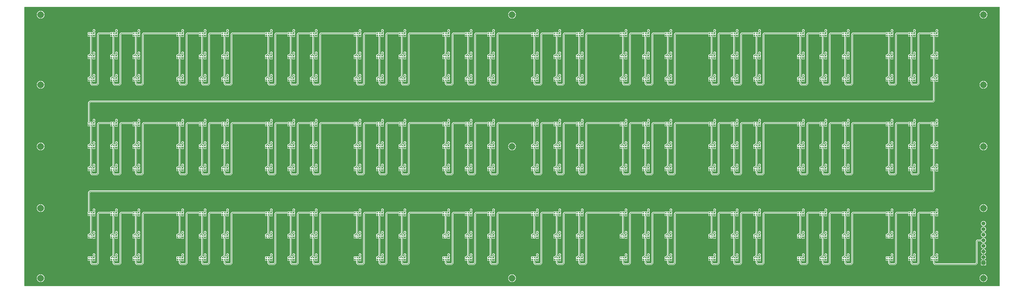
<source format=gtl>
G04 Layer: TopLayer*
G04 EasyEDA v6.5.34, 2023-08-22 01:37:47*
G04 38117919441e4a75b8342165e9f31c87,5a6b42c53f6a479593ecc07194224c93,10*
G04 Gerber Generator version 0.2*
G04 Scale: 100 percent, Rotated: No, Reflected: No *
G04 Dimensions in millimeters *
G04 leading zeros omitted , absolute positions ,4 integer and 5 decimal *
%FSLAX45Y45*%
%MOMM*%

%AMMACRO1*21,1,$1,$2,0,0,$3*%
%ADD10C,0.2540*%
%ADD11R,0.5500X0.5500*%
%ADD12MACRO1,0.54X0.7901X0.0000*%
%ADD13R,0.5400X0.7901*%
%ADD14MACRO1,1.8X1.8X90.0000*%
%ADD15C,1.8000*%
%ADD16C,3.0000*%
%ADD17C,0.6200*%
%ADD18C,0.0153*%

%LPD*%
G36*
X2068068Y279908D02*
G01*
X2064156Y280670D01*
X2060854Y282905D01*
X2058670Y286156D01*
X2057907Y290068D01*
X2057907Y12917881D01*
X2058670Y12921792D01*
X2060854Y12925094D01*
X2064156Y12927279D01*
X2068068Y12928041D01*
X46191830Y12928041D01*
X46195742Y12927279D01*
X46199044Y12925094D01*
X46201228Y12921792D01*
X46201990Y12917881D01*
X46201990Y290068D01*
X46201228Y286156D01*
X46199044Y282905D01*
X46195742Y280670D01*
X46191830Y279908D01*
G37*

%LPC*%
G36*
X23954689Y12585700D02*
G01*
X24117300Y12585700D01*
X24117300Y12748412D01*
X24098453Y12746024D01*
X24080825Y12741859D01*
X24063706Y12735915D01*
X24047348Y12728244D01*
X24031803Y12718948D01*
X24017325Y12708077D01*
X24004016Y12695783D01*
X23992078Y12682169D01*
X23981562Y12667386D01*
X23972672Y12651638D01*
X23965408Y12635026D01*
X23959921Y12617805D01*
X23956213Y12600076D01*
G37*
G36*
X2781300Y459587D02*
G01*
X2781300Y622300D01*
X2618740Y622300D01*
X2620213Y607923D01*
X2623921Y590194D01*
X2629408Y572973D01*
X2636672Y556361D01*
X2645562Y540613D01*
X2656078Y525830D01*
X2668016Y512216D01*
X2681325Y499922D01*
X2695803Y489051D01*
X2711348Y479755D01*
X2727756Y472084D01*
X2744825Y466090D01*
X2762453Y461975D01*
G37*
G36*
X45453300Y459587D02*
G01*
X45453300Y622300D01*
X45290740Y622300D01*
X45292213Y607923D01*
X45295921Y590194D01*
X45301408Y572973D01*
X45308672Y556361D01*
X45317562Y540613D01*
X45328078Y525830D01*
X45340016Y512216D01*
X45353325Y499922D01*
X45367803Y489051D01*
X45383348Y479755D01*
X45399756Y472084D01*
X45416825Y466090D01*
X45434453Y461975D01*
G37*
G36*
X24142700Y459790D02*
G01*
X24152606Y460552D01*
X24170386Y463804D01*
X24187810Y468884D01*
X24204574Y475691D01*
X24220525Y484225D01*
X24235562Y494334D01*
X24249481Y505917D01*
X24262130Y518871D01*
X24273357Y533095D01*
X24283060Y548386D01*
X24291188Y564540D01*
X24297538Y581507D01*
X24302161Y599033D01*
X24304955Y616915D01*
X24305260Y622300D01*
X24142700Y622300D01*
G37*
G36*
X2806700Y459790D02*
G01*
X2816606Y460552D01*
X2834386Y463804D01*
X2851810Y468884D01*
X2868574Y475691D01*
X2884525Y484225D01*
X2899562Y494334D01*
X2913481Y505917D01*
X2926130Y518871D01*
X2937357Y533095D01*
X2947060Y548386D01*
X2955188Y564540D01*
X2961538Y581507D01*
X2966161Y599033D01*
X2968955Y616915D01*
X2969260Y622300D01*
X2806700Y622300D01*
G37*
G36*
X45478700Y459790D02*
G01*
X45488606Y460552D01*
X45506386Y463804D01*
X45523810Y468884D01*
X45540574Y475691D01*
X45556525Y484225D01*
X45571562Y494334D01*
X45585481Y505917D01*
X45598130Y518871D01*
X45609357Y533095D01*
X45619060Y548386D01*
X45627188Y564540D01*
X45633538Y581507D01*
X45638161Y599033D01*
X45640955Y616915D01*
X45641260Y622300D01*
X45478700Y622300D01*
G37*
G36*
X2806700Y647700D02*
G01*
X2969260Y647700D01*
X2968955Y653084D01*
X2966161Y670966D01*
X2961538Y688492D01*
X2955188Y705459D01*
X2947060Y721614D01*
X2937357Y736904D01*
X2926130Y751128D01*
X2913481Y764082D01*
X2899562Y775665D01*
X2884525Y785774D01*
X2868574Y794308D01*
X2851810Y801116D01*
X2834386Y806196D01*
X2816606Y809447D01*
X2806700Y810209D01*
G37*
G36*
X45478700Y647700D02*
G01*
X45641260Y647700D01*
X45640955Y653084D01*
X45638161Y670966D01*
X45633538Y688492D01*
X45627188Y705459D01*
X45619060Y721614D01*
X45609357Y736904D01*
X45598130Y751128D01*
X45585481Y764082D01*
X45571562Y775665D01*
X45556525Y785774D01*
X45540574Y794308D01*
X45523810Y801116D01*
X45506386Y806196D01*
X45488606Y809447D01*
X45478700Y810209D01*
G37*
G36*
X24142700Y647700D02*
G01*
X24305260Y647700D01*
X24304955Y653084D01*
X24302161Y670966D01*
X24297538Y688492D01*
X24291188Y705459D01*
X24283060Y721614D01*
X24273357Y736904D01*
X24262130Y751128D01*
X24249481Y764082D01*
X24235562Y775665D01*
X24220525Y785774D01*
X24204574Y794308D01*
X24187810Y801116D01*
X24170386Y806196D01*
X24152606Y809447D01*
X24142700Y810209D01*
G37*
G36*
X45290740Y647700D02*
G01*
X45453300Y647700D01*
X45453300Y810412D01*
X45434453Y808024D01*
X45416825Y803910D01*
X45399756Y797915D01*
X45383348Y790244D01*
X45367803Y780948D01*
X45353325Y770077D01*
X45340016Y757783D01*
X45328078Y744169D01*
X45317562Y729386D01*
X45308672Y713638D01*
X45301408Y697026D01*
X45295921Y679805D01*
X45292213Y662076D01*
G37*
G36*
X23954740Y647700D02*
G01*
X24117300Y647700D01*
X24117300Y810412D01*
X24098453Y808024D01*
X24080825Y803859D01*
X24063756Y797915D01*
X24047348Y790244D01*
X24031803Y780948D01*
X24017325Y770077D01*
X24004016Y757783D01*
X23992078Y744169D01*
X23981562Y729386D01*
X23972672Y713638D01*
X23965408Y697026D01*
X23959921Y679805D01*
X23956213Y662076D01*
G37*
G36*
X2618740Y647700D02*
G01*
X2781300Y647700D01*
X2781300Y810412D01*
X2762453Y808024D01*
X2744825Y803910D01*
X2727756Y797915D01*
X2711348Y790244D01*
X2695803Y780948D01*
X2681325Y770077D01*
X2668016Y757783D01*
X2656078Y744169D01*
X2645562Y729386D01*
X2636672Y713638D01*
X2629408Y697026D01*
X2623921Y679805D01*
X2620213Y662076D01*
G37*
G36*
X45478700Y1217574D02*
G01*
X45555458Y1217574D01*
X45561758Y1218285D01*
X45567244Y1220216D01*
X45572121Y1223314D01*
X45576236Y1227378D01*
X45579284Y1232306D01*
X45581214Y1237742D01*
X45581925Y1244041D01*
X45581925Y1320800D01*
X45478700Y1320800D01*
G37*
G36*
X45376592Y1217574D02*
G01*
X45453300Y1217574D01*
X45453300Y1320800D01*
X45350125Y1320800D01*
X45350125Y1244041D01*
X45350836Y1237742D01*
X45352716Y1232306D01*
X45355814Y1227378D01*
X45359878Y1223314D01*
X45364806Y1220216D01*
X45370242Y1218285D01*
G37*
G36*
X17170857Y1231392D02*
G01*
X17373092Y1231392D01*
X17381067Y1232154D01*
X17388332Y1234389D01*
X17394986Y1237945D01*
X17401235Y1243025D01*
X17451324Y1293164D01*
X17456454Y1299362D01*
X17460010Y1306017D01*
X17462195Y1313281D01*
X17462957Y1321308D01*
X17462957Y3535781D01*
X17463770Y3539693D01*
X17465954Y3542995D01*
X17484902Y3561943D01*
X17488204Y3564128D01*
X17492116Y3564890D01*
X17979186Y3564890D01*
X17983403Y3563975D01*
X17986857Y3561435D01*
X17988940Y3557676D01*
X17989245Y3553409D01*
X17987772Y3549345D01*
X17986451Y3547211D01*
X17984571Y3541776D01*
X17983860Y3535476D01*
X17983860Y3521201D01*
X18024551Y3521201D01*
X18024551Y3539947D01*
X18025313Y3543858D01*
X18027548Y3547110D01*
X18030850Y3549345D01*
X18034711Y3550107D01*
X18039791Y3550107D01*
X18043702Y3549345D01*
X18047004Y3547110D01*
X18049189Y3543858D01*
X18049951Y3539947D01*
X18049951Y3521201D01*
X18068696Y3521201D01*
X18072557Y3520440D01*
X18075859Y3518255D01*
X18078043Y3514953D01*
X18078856Y3511042D01*
X18078856Y3505962D01*
X18078043Y3502101D01*
X18075859Y3498799D01*
X18072557Y3496614D01*
X18068696Y3495801D01*
X18049951Y3495801D01*
X18049951Y3455111D01*
X18064175Y3455111D01*
X18070525Y3455822D01*
X18075960Y3457752D01*
X18078094Y3459073D01*
X18082107Y3460546D01*
X18086425Y3460191D01*
X18090184Y3458108D01*
X18092724Y3454654D01*
X18093639Y3450437D01*
X18093639Y2702712D01*
X18092877Y2698851D01*
X18090642Y2695549D01*
X18039029Y2643886D01*
X18035727Y2641701D01*
X18031866Y2640939D01*
X18010327Y2640939D01*
X18004028Y2640228D01*
X17998541Y2638298D01*
X17993664Y2635199D01*
X17989550Y2631135D01*
X17986451Y2626207D01*
X17984571Y2620772D01*
X17983860Y2614472D01*
X17983860Y2560574D01*
X17984571Y2554274D01*
X17986451Y2548788D01*
X17988584Y2545435D01*
X17989956Y2541930D01*
X17989956Y2538120D01*
X17988584Y2534615D01*
X17986451Y2531262D01*
X17984571Y2525776D01*
X17983860Y2519476D01*
X17983860Y2505202D01*
X18024551Y2505202D01*
X18024551Y2523947D01*
X18025313Y2527858D01*
X18027548Y2531110D01*
X18030850Y2533345D01*
X18034711Y2534107D01*
X18039791Y2534107D01*
X18043702Y2533345D01*
X18047004Y2531110D01*
X18049189Y2527858D01*
X18049951Y2523947D01*
X18049951Y2505202D01*
X18068696Y2505202D01*
X18072557Y2504440D01*
X18075859Y2502255D01*
X18078043Y2498953D01*
X18078856Y2495042D01*
X18078856Y2489962D01*
X18078043Y2486101D01*
X18075859Y2482799D01*
X18072557Y2480614D01*
X18068696Y2479802D01*
X18049951Y2479802D01*
X18049951Y2439111D01*
X18064175Y2439111D01*
X18070525Y2439822D01*
X18075960Y2441752D01*
X18078094Y2443073D01*
X18082107Y2444546D01*
X18086425Y2444191D01*
X18090184Y2442108D01*
X18092724Y2438654D01*
X18093639Y2434437D01*
X18093639Y1686712D01*
X18092877Y1682851D01*
X18090642Y1679549D01*
X18039029Y1627886D01*
X18035727Y1625701D01*
X18031866Y1624939D01*
X18010327Y1624939D01*
X18004028Y1624228D01*
X17998541Y1622298D01*
X17993664Y1619250D01*
X17989550Y1615135D01*
X17986451Y1610258D01*
X17984571Y1604772D01*
X17983860Y1598472D01*
X17983860Y1544574D01*
X17984571Y1538274D01*
X17986451Y1532788D01*
X17988584Y1529435D01*
X17989956Y1525930D01*
X17989956Y1522120D01*
X17988584Y1518615D01*
X17986451Y1515262D01*
X17984571Y1509776D01*
X17983860Y1503476D01*
X17983860Y1489202D01*
X18024551Y1489202D01*
X18024551Y1507947D01*
X18025313Y1511858D01*
X18027548Y1515160D01*
X18030850Y1517345D01*
X18034711Y1518107D01*
X18039791Y1518107D01*
X18043702Y1517345D01*
X18047004Y1515160D01*
X18049189Y1511858D01*
X18049951Y1507947D01*
X18049951Y1489202D01*
X18068696Y1489202D01*
X18072557Y1488440D01*
X18075859Y1486255D01*
X18078043Y1482953D01*
X18078856Y1479042D01*
X18078856Y1473962D01*
X18078043Y1470101D01*
X18075859Y1466799D01*
X18072557Y1464614D01*
X18068696Y1463802D01*
X18049951Y1463802D01*
X18049951Y1423111D01*
X18064175Y1423111D01*
X18070525Y1423822D01*
X18075960Y1425752D01*
X18078043Y1427073D01*
X18082107Y1428546D01*
X18086374Y1428191D01*
X18090134Y1426108D01*
X18092724Y1422654D01*
X18093639Y1418437D01*
X18093639Y1324610D01*
X18094401Y1316583D01*
X18096636Y1309319D01*
X18100192Y1302664D01*
X18105272Y1296466D01*
X18158714Y1243025D01*
X18164911Y1237945D01*
X18171566Y1234389D01*
X18178830Y1232154D01*
X18186857Y1231392D01*
X18389041Y1231392D01*
X18397067Y1232154D01*
X18404281Y1234389D01*
X18410986Y1237945D01*
X18417184Y1243025D01*
X18467273Y1293164D01*
X18472404Y1299362D01*
X18475960Y1306017D01*
X18478144Y1313281D01*
X18478957Y1321308D01*
X18478957Y3535781D01*
X18479719Y3539693D01*
X18481903Y3542995D01*
X18500902Y3561943D01*
X18504204Y3564128D01*
X18508065Y3564890D01*
X18995186Y3564890D01*
X18999403Y3563975D01*
X19002857Y3561435D01*
X19004940Y3557676D01*
X19005245Y3553409D01*
X19003772Y3549345D01*
X19002451Y3547211D01*
X19000571Y3541776D01*
X18999860Y3535476D01*
X18999860Y3521201D01*
X19040551Y3521201D01*
X19040551Y3539947D01*
X19041313Y3543858D01*
X19043548Y3547110D01*
X19046850Y3549345D01*
X19050711Y3550107D01*
X19055791Y3550107D01*
X19059702Y3549345D01*
X19062954Y3547110D01*
X19065189Y3543858D01*
X19065951Y3539947D01*
X19065951Y3521201D01*
X19084696Y3521201D01*
X19088557Y3520440D01*
X19091859Y3518255D01*
X19094043Y3514953D01*
X19094856Y3511042D01*
X19094856Y3505962D01*
X19094043Y3502101D01*
X19091859Y3498799D01*
X19088557Y3496614D01*
X19084696Y3495801D01*
X19065951Y3495801D01*
X19065951Y3455111D01*
X19080175Y3455111D01*
X19086525Y3455822D01*
X19091960Y3457752D01*
X19094094Y3459073D01*
X19098107Y3460546D01*
X19102425Y3460191D01*
X19106184Y3458108D01*
X19108724Y3454654D01*
X19109639Y3450437D01*
X19109639Y2702712D01*
X19108877Y2698851D01*
X19106642Y2695549D01*
X19055029Y2643886D01*
X19051727Y2641701D01*
X19047866Y2640939D01*
X19026327Y2640939D01*
X19019977Y2640228D01*
X19014541Y2638298D01*
X19009664Y2635199D01*
X19005550Y2631135D01*
X19002451Y2626207D01*
X19000571Y2620772D01*
X18999860Y2614472D01*
X18999860Y2560574D01*
X19000571Y2554274D01*
X19002451Y2548788D01*
X19004584Y2545435D01*
X19005956Y2541930D01*
X19005956Y2538120D01*
X19004584Y2534615D01*
X19002451Y2531262D01*
X19000571Y2525776D01*
X18999860Y2519476D01*
X18999860Y2505202D01*
X19040551Y2505202D01*
X19040551Y2523947D01*
X19041313Y2527858D01*
X19043548Y2531110D01*
X19046850Y2533345D01*
X19050711Y2534107D01*
X19055791Y2534107D01*
X19059702Y2533345D01*
X19062954Y2531110D01*
X19065189Y2527858D01*
X19065951Y2523947D01*
X19065951Y2505202D01*
X19084696Y2505202D01*
X19088557Y2504440D01*
X19091859Y2502255D01*
X19094043Y2498953D01*
X19094856Y2495042D01*
X19094856Y2489962D01*
X19094043Y2486101D01*
X19091859Y2482799D01*
X19088557Y2480614D01*
X19084696Y2479802D01*
X19065951Y2479802D01*
X19065951Y2439111D01*
X19080175Y2439111D01*
X19086525Y2439822D01*
X19091960Y2441752D01*
X19094094Y2443073D01*
X19098107Y2444546D01*
X19102425Y2444191D01*
X19106184Y2442108D01*
X19108724Y2438654D01*
X19109639Y2434437D01*
X19109639Y1686712D01*
X19108877Y1682851D01*
X19106642Y1679549D01*
X19055029Y1627886D01*
X19051727Y1625701D01*
X19047866Y1624939D01*
X19026327Y1624939D01*
X19019977Y1624228D01*
X19014541Y1622298D01*
X19009664Y1619250D01*
X19005550Y1615135D01*
X19002451Y1610258D01*
X19000571Y1604772D01*
X18999860Y1598472D01*
X18999860Y1544574D01*
X19000571Y1538274D01*
X19002451Y1532788D01*
X19004584Y1529435D01*
X19005956Y1525930D01*
X19005956Y1522120D01*
X19004584Y1518615D01*
X19002451Y1515262D01*
X19000571Y1509776D01*
X18999860Y1503476D01*
X18999860Y1489202D01*
X19040551Y1489202D01*
X19040551Y1507947D01*
X19041313Y1511858D01*
X19043548Y1515160D01*
X19046850Y1517345D01*
X19050711Y1518107D01*
X19055791Y1518107D01*
X19059702Y1517345D01*
X19062954Y1515160D01*
X19065189Y1511858D01*
X19065951Y1507947D01*
X19065951Y1489202D01*
X19084696Y1489202D01*
X19088557Y1488440D01*
X19091859Y1486255D01*
X19094043Y1482953D01*
X19094856Y1479042D01*
X19094856Y1473962D01*
X19094043Y1470101D01*
X19091859Y1466799D01*
X19088557Y1464614D01*
X19084696Y1463802D01*
X19065951Y1463802D01*
X19065951Y1423111D01*
X19080175Y1423111D01*
X19086525Y1423822D01*
X19091960Y1425752D01*
X19094043Y1427073D01*
X19098107Y1428546D01*
X19102374Y1428191D01*
X19106134Y1426108D01*
X19108724Y1422654D01*
X19109639Y1418437D01*
X19109639Y1324610D01*
X19110401Y1316583D01*
X19112636Y1309319D01*
X19116192Y1302664D01*
X19121272Y1296466D01*
X19174714Y1243025D01*
X19180911Y1237945D01*
X19187566Y1234389D01*
X19194830Y1232154D01*
X19202857Y1231392D01*
X19405041Y1231392D01*
X19413067Y1232154D01*
X19420281Y1234389D01*
X19426986Y1237945D01*
X19433184Y1243025D01*
X19483273Y1293164D01*
X19488404Y1299362D01*
X19491960Y1306017D01*
X19494144Y1313281D01*
X19494957Y1321308D01*
X19494957Y3535781D01*
X19495719Y3539693D01*
X19497903Y3542995D01*
X19516902Y3561943D01*
X19520204Y3564128D01*
X19524065Y3564890D01*
X20976386Y3564890D01*
X20980603Y3564026D01*
X20984057Y3561435D01*
X20986140Y3557676D01*
X20986445Y3553409D01*
X20984972Y3549345D01*
X20983651Y3547211D01*
X20981771Y3541776D01*
X20981060Y3535476D01*
X20981060Y3521201D01*
X21021751Y3521201D01*
X21021751Y3539947D01*
X21022513Y3543858D01*
X21024748Y3547110D01*
X21027999Y3549345D01*
X21031911Y3550107D01*
X21036991Y3550107D01*
X21040902Y3549345D01*
X21044154Y3547110D01*
X21046389Y3543858D01*
X21047151Y3539947D01*
X21047151Y3521201D01*
X21065896Y3521201D01*
X21069757Y3520440D01*
X21073059Y3518255D01*
X21075243Y3514953D01*
X21076056Y3511042D01*
X21076056Y3505962D01*
X21075243Y3502101D01*
X21073059Y3498799D01*
X21069757Y3496614D01*
X21065896Y3495801D01*
X21047151Y3495801D01*
X21047151Y3455111D01*
X21061375Y3455111D01*
X21067725Y3455822D01*
X21073160Y3457752D01*
X21075294Y3459073D01*
X21079307Y3460546D01*
X21083625Y3460191D01*
X21087384Y3458108D01*
X21089924Y3454654D01*
X21090839Y3450437D01*
X21090839Y2702763D01*
X21090077Y2698851D01*
X21087842Y2695549D01*
X21036229Y2643886D01*
X21032927Y2641701D01*
X21029015Y2640939D01*
X21007527Y2640939D01*
X21001177Y2640228D01*
X20995741Y2638298D01*
X20990814Y2635199D01*
X20986750Y2631135D01*
X20983651Y2626207D01*
X20981771Y2620772D01*
X20981060Y2614472D01*
X20981060Y2560574D01*
X20981771Y2554274D01*
X20983651Y2548788D01*
X20985784Y2545435D01*
X20987156Y2541930D01*
X20987156Y2538120D01*
X20985784Y2534615D01*
X20983651Y2531262D01*
X20981771Y2525776D01*
X20981060Y2519476D01*
X20981060Y2505202D01*
X21021751Y2505202D01*
X21021751Y2523947D01*
X21022513Y2527858D01*
X21024748Y2531110D01*
X21027999Y2533345D01*
X21031911Y2534107D01*
X21036991Y2534107D01*
X21040902Y2533345D01*
X21044154Y2531110D01*
X21046389Y2527858D01*
X21047151Y2523947D01*
X21047151Y2505202D01*
X21065896Y2505202D01*
X21069757Y2504440D01*
X21073059Y2502255D01*
X21075243Y2498953D01*
X21076056Y2495042D01*
X21076056Y2489962D01*
X21075243Y2486101D01*
X21073059Y2482799D01*
X21069757Y2480614D01*
X21065896Y2479802D01*
X21047151Y2479802D01*
X21047151Y2439111D01*
X21061375Y2439111D01*
X21067725Y2439822D01*
X21073160Y2441752D01*
X21076564Y2443835D01*
X21080069Y2445258D01*
X21083828Y2445258D01*
X21087334Y2443835D01*
X21090737Y2441752D01*
X21096173Y2439822D01*
X21102523Y2439111D01*
X21156371Y2439111D01*
X21162670Y2439822D01*
X21168156Y2441752D01*
X21173033Y2444800D01*
X21177148Y2448915D01*
X21180247Y2453792D01*
X21182126Y2459278D01*
X21182838Y2465578D01*
X21182838Y2519476D01*
X21182126Y2525776D01*
X21180247Y2531262D01*
X21178926Y2533345D01*
X21177453Y2537358D01*
X21177758Y2541676D01*
X21179840Y2545435D01*
X21183295Y2547975D01*
X21187511Y2548890D01*
X21199602Y2548890D01*
X21203361Y2548178D01*
X21206612Y2546096D01*
X21208847Y2542946D01*
X21209762Y2539187D01*
X21209203Y2535377D01*
X21207577Y2530754D01*
X21206866Y2524404D01*
X21206866Y2498191D01*
X21247049Y2498191D01*
X21247049Y2518918D01*
X21247811Y2522829D01*
X21250046Y2526131D01*
X21253348Y2528316D01*
X21257209Y2529078D01*
X21262289Y2529078D01*
X21266200Y2528316D01*
X21269502Y2526131D01*
X21271687Y2522829D01*
X21272449Y2518918D01*
X21272449Y2498191D01*
X21312682Y2498191D01*
X21312682Y2524404D01*
X21311971Y2530754D01*
X21309888Y2536647D01*
X21309330Y2540000D01*
X21309888Y2543352D01*
X21311971Y2549245D01*
X21312682Y2555544D01*
X21312682Y2633421D01*
X21311971Y2639771D01*
X21310041Y2645206D01*
X21306942Y2650134D01*
X21300440Y2656484D01*
X21298916Y2659380D01*
X21298357Y2662682D01*
X21298357Y2672130D01*
X21299119Y2675890D01*
X21301202Y2679141D01*
X21303996Y2682087D01*
X21309380Y2690063D01*
X21313394Y2698851D01*
X21315781Y2708198D01*
X21316645Y2717800D01*
X21315781Y2727401D01*
X21313394Y2736748D01*
X21309380Y2745536D01*
X21303996Y2753512D01*
X21297341Y2760472D01*
X21289568Y2766212D01*
X21280932Y2770581D01*
X21271738Y2773375D01*
X21262187Y2774645D01*
X21252535Y2774188D01*
X21243086Y2772156D01*
X21234146Y2768600D01*
X21225916Y2763520D01*
X21218702Y2757170D01*
X21212606Y2749651D01*
X21207933Y2741218D01*
X21204732Y2732125D01*
X21203107Y2722626D01*
X21203107Y2712974D01*
X21204732Y2703474D01*
X21207933Y2694381D01*
X21212606Y2685948D01*
X21218906Y2678176D01*
X21220582Y2675178D01*
X21221141Y2671826D01*
X21221141Y2662631D01*
X21220633Y2659380D01*
X21219058Y2656484D01*
X21212556Y2650134D01*
X21209457Y2645206D01*
X21207577Y2639771D01*
X21207018Y2635148D01*
X21205952Y2631643D01*
X21203716Y2628696D01*
X21200567Y2626766D01*
X21196960Y2626106D01*
X21185936Y2626106D01*
X21182584Y2626715D01*
X21179586Y2628341D01*
X21177148Y2631135D01*
X21173033Y2635199D01*
X21168156Y2638298D01*
X21162162Y2640380D01*
X21158809Y2642362D01*
X21156422Y2645410D01*
X21155406Y2649169D01*
X21155812Y2653030D01*
X21157641Y2656433D01*
X21161502Y2661107D01*
X21165058Y2667812D01*
X21167242Y2675026D01*
X21168055Y2683052D01*
X21168055Y3452063D01*
X21168614Y3455415D01*
X21170290Y3458413D01*
X21173033Y3460800D01*
X21177148Y3464915D01*
X21180247Y3469792D01*
X21182126Y3475278D01*
X21182838Y3481578D01*
X21182838Y3535476D01*
X21182126Y3541776D01*
X21180247Y3547211D01*
X21178926Y3549345D01*
X21177453Y3553358D01*
X21177758Y3557676D01*
X21179840Y3561435D01*
X21183295Y3563975D01*
X21187511Y3564890D01*
X21199602Y3564890D01*
X21203361Y3564178D01*
X21206612Y3562096D01*
X21208847Y3558946D01*
X21209762Y3555187D01*
X21209203Y3551377D01*
X21207577Y3546754D01*
X21206866Y3540404D01*
X21206866Y3514191D01*
X21247049Y3514191D01*
X21247049Y3534918D01*
X21247811Y3538829D01*
X21250046Y3542131D01*
X21253348Y3544315D01*
X21257209Y3545078D01*
X21262289Y3545078D01*
X21266200Y3544315D01*
X21269502Y3542131D01*
X21271687Y3538829D01*
X21272449Y3534918D01*
X21272449Y3514191D01*
X21312682Y3514191D01*
X21312682Y3540404D01*
X21311971Y3546754D01*
X21309888Y3552647D01*
X21309330Y3556000D01*
X21309888Y3559352D01*
X21311971Y3565245D01*
X21312682Y3571544D01*
X21312682Y3649421D01*
X21311971Y3655771D01*
X21310041Y3661206D01*
X21306942Y3666134D01*
X21300440Y3672484D01*
X21298916Y3675379D01*
X21298357Y3678631D01*
X21298357Y3688130D01*
X21299119Y3691890D01*
X21301202Y3695141D01*
X21303996Y3698087D01*
X21309380Y3706063D01*
X21313394Y3714851D01*
X21315781Y3724198D01*
X21316645Y3733800D01*
X21315781Y3743401D01*
X21313394Y3752748D01*
X21309380Y3761536D01*
X21303996Y3769512D01*
X21297341Y3776472D01*
X21289568Y3782212D01*
X21280932Y3786581D01*
X21271738Y3789375D01*
X21262187Y3790645D01*
X21252535Y3790187D01*
X21243086Y3788156D01*
X21234146Y3784600D01*
X21225916Y3779520D01*
X21218702Y3773170D01*
X21212606Y3765651D01*
X21207933Y3757218D01*
X21204732Y3748125D01*
X21203107Y3738626D01*
X21203107Y3728974D01*
X21204732Y3719474D01*
X21207933Y3710381D01*
X21212606Y3701948D01*
X21218906Y3694176D01*
X21220582Y3691178D01*
X21221141Y3687826D01*
X21221141Y3678631D01*
X21220633Y3675379D01*
X21219058Y3672484D01*
X21212556Y3666134D01*
X21209457Y3661206D01*
X21207577Y3655771D01*
X21207018Y3651148D01*
X21205952Y3647643D01*
X21203716Y3644696D01*
X21200567Y3642766D01*
X21196960Y3642106D01*
X21185936Y3642106D01*
X21182533Y3642715D01*
X21179586Y3644341D01*
X21177148Y3647135D01*
X21173033Y3651199D01*
X21168156Y3654298D01*
X21162721Y3656228D01*
X21156371Y3656939D01*
X21102523Y3656939D01*
X21096173Y3656228D01*
X21090737Y3654298D01*
X21087334Y3652164D01*
X21083828Y3650792D01*
X21080069Y3650792D01*
X21076564Y3652164D01*
X21073160Y3654298D01*
X21067725Y3656228D01*
X21061375Y3656939D01*
X21007527Y3656939D01*
X21001177Y3656228D01*
X20995741Y3654298D01*
X20990814Y3651199D01*
X20984311Y3644341D01*
X20981365Y3642715D01*
X20978012Y3642106D01*
X19504355Y3642106D01*
X19496328Y3641344D01*
X19489115Y3639159D01*
X19482460Y3635552D01*
X19476212Y3630472D01*
X19429374Y3583635D01*
X19424294Y3577437D01*
X19420738Y3570732D01*
X19418503Y3563518D01*
X19417741Y3555492D01*
X19417741Y1341018D01*
X19416979Y1337106D01*
X19414744Y1333804D01*
X19392544Y1311605D01*
X19389242Y1309370D01*
X19385330Y1308608D01*
X19222567Y1308608D01*
X19218656Y1309370D01*
X19215354Y1311605D01*
X19189801Y1337106D01*
X19187617Y1340408D01*
X19186855Y1344320D01*
X19186855Y1420063D01*
X19187414Y1423416D01*
X19189090Y1426413D01*
X19191833Y1428800D01*
X19195948Y1432915D01*
X19199047Y1437792D01*
X19200926Y1443278D01*
X19201638Y1449578D01*
X19201638Y1503476D01*
X19200926Y1509776D01*
X19199047Y1515262D01*
X19197726Y1517345D01*
X19196253Y1521409D01*
X19196558Y1525676D01*
X19198640Y1529435D01*
X19202095Y1531975D01*
X19206311Y1532890D01*
X19218402Y1532890D01*
X19222161Y1532178D01*
X19225412Y1530096D01*
X19227647Y1526946D01*
X19228562Y1523187D01*
X19228003Y1519377D01*
X19226377Y1514754D01*
X19225666Y1508404D01*
X19225666Y1482191D01*
X19265849Y1482191D01*
X19265849Y1502918D01*
X19266611Y1506829D01*
X19268846Y1510131D01*
X19272148Y1512316D01*
X19276009Y1513078D01*
X19281089Y1513078D01*
X19285000Y1512316D01*
X19288302Y1510131D01*
X19290487Y1506829D01*
X19291249Y1502918D01*
X19291249Y1482191D01*
X19331482Y1482191D01*
X19331482Y1508404D01*
X19330771Y1514754D01*
X19328688Y1520647D01*
X19328130Y1524000D01*
X19328688Y1527352D01*
X19330771Y1533245D01*
X19331482Y1539544D01*
X19331482Y1617421D01*
X19330771Y1623771D01*
X19328841Y1629206D01*
X19325742Y1634134D01*
X19319240Y1640484D01*
X19317716Y1643380D01*
X19317157Y1646682D01*
X19317157Y1656080D01*
X19317919Y1659889D01*
X19320002Y1663141D01*
X19322846Y1666087D01*
X19328231Y1674063D01*
X19332194Y1682851D01*
X19334632Y1692198D01*
X19335445Y1701800D01*
X19334632Y1711401D01*
X19332194Y1720748D01*
X19328231Y1729536D01*
X19322846Y1737512D01*
X19316141Y1744472D01*
X19308368Y1750212D01*
X19299783Y1754581D01*
X19290538Y1757375D01*
X19280987Y1758645D01*
X19271335Y1758188D01*
X19261937Y1756156D01*
X19252946Y1752600D01*
X19244767Y1747520D01*
X19237502Y1741170D01*
X19231457Y1733651D01*
X19226733Y1725218D01*
X19223532Y1716125D01*
X19221907Y1706625D01*
X19221907Y1696974D01*
X19223532Y1687474D01*
X19226733Y1678381D01*
X19231457Y1669948D01*
X19237706Y1662226D01*
X19239382Y1659229D01*
X19239941Y1655825D01*
X19239941Y1646682D01*
X19239433Y1643380D01*
X19237858Y1640484D01*
X19231356Y1634134D01*
X19228257Y1629206D01*
X19226377Y1623771D01*
X19225869Y1619148D01*
X19224752Y1615643D01*
X19222516Y1612696D01*
X19219367Y1610817D01*
X19215760Y1610106D01*
X19204736Y1610106D01*
X19201384Y1610715D01*
X19198386Y1612341D01*
X19195948Y1615135D01*
X19191884Y1619250D01*
X19186956Y1622298D01*
X19180962Y1624380D01*
X19177609Y1626362D01*
X19175272Y1629410D01*
X19174206Y1633169D01*
X19174612Y1637030D01*
X19176492Y1640433D01*
X19180302Y1645107D01*
X19183858Y1651762D01*
X19186042Y1658975D01*
X19186855Y1667002D01*
X19186855Y2436063D01*
X19187414Y2439416D01*
X19189090Y2442413D01*
X19191833Y2444800D01*
X19195948Y2448915D01*
X19199047Y2453792D01*
X19200926Y2459278D01*
X19201638Y2465578D01*
X19201638Y2519476D01*
X19200926Y2525776D01*
X19199047Y2531262D01*
X19197726Y2533345D01*
X19196253Y2537358D01*
X19196558Y2541676D01*
X19198640Y2545435D01*
X19202095Y2547975D01*
X19206311Y2548890D01*
X19218402Y2548890D01*
X19222161Y2548178D01*
X19225412Y2546096D01*
X19227647Y2542946D01*
X19228562Y2539187D01*
X19228003Y2535377D01*
X19226377Y2530754D01*
X19225666Y2524404D01*
X19225666Y2498191D01*
X19265849Y2498191D01*
X19265849Y2518918D01*
X19266611Y2522829D01*
X19268846Y2526131D01*
X19272148Y2528316D01*
X19276009Y2529078D01*
X19281089Y2529078D01*
X19285000Y2528316D01*
X19288302Y2526131D01*
X19290487Y2522829D01*
X19291249Y2518918D01*
X19291249Y2498191D01*
X19331482Y2498191D01*
X19331482Y2524404D01*
X19330771Y2530754D01*
X19328688Y2536647D01*
X19328130Y2540000D01*
X19328688Y2543352D01*
X19330771Y2549245D01*
X19331482Y2555544D01*
X19331482Y2633421D01*
X19330771Y2639771D01*
X19328841Y2645206D01*
X19325742Y2650134D01*
X19319240Y2656484D01*
X19317716Y2659380D01*
X19317157Y2662682D01*
X19317157Y2672080D01*
X19317919Y2675890D01*
X19320002Y2679141D01*
X19322846Y2682087D01*
X19328231Y2690063D01*
X19332194Y2698851D01*
X19334632Y2708198D01*
X19335445Y2717800D01*
X19334632Y2727401D01*
X19332194Y2736748D01*
X19328231Y2745536D01*
X19322846Y2753512D01*
X19316141Y2760472D01*
X19308368Y2766212D01*
X19299783Y2770581D01*
X19290538Y2773375D01*
X19280987Y2774645D01*
X19271335Y2774188D01*
X19261937Y2772156D01*
X19252946Y2768600D01*
X19244767Y2763520D01*
X19237502Y2757170D01*
X19231457Y2749651D01*
X19226733Y2741218D01*
X19223532Y2732125D01*
X19221907Y2722626D01*
X19221907Y2712974D01*
X19223532Y2703474D01*
X19226733Y2694381D01*
X19231457Y2685948D01*
X19237706Y2678226D01*
X19239382Y2675229D01*
X19239941Y2671826D01*
X19239941Y2662682D01*
X19239433Y2659380D01*
X19237858Y2656484D01*
X19231356Y2650134D01*
X19228257Y2645206D01*
X19226377Y2639771D01*
X19225869Y2635148D01*
X19224752Y2631643D01*
X19222516Y2628696D01*
X19219367Y2626766D01*
X19215760Y2626106D01*
X19204736Y2626106D01*
X19201384Y2626715D01*
X19198386Y2628341D01*
X19195948Y2631135D01*
X19191884Y2635199D01*
X19186956Y2638298D01*
X19180962Y2640380D01*
X19177609Y2642362D01*
X19175272Y2645410D01*
X19174206Y2649169D01*
X19174612Y2653030D01*
X19176492Y2656433D01*
X19180302Y2661107D01*
X19183858Y2667762D01*
X19186042Y2674975D01*
X19186855Y2683002D01*
X19186855Y3452063D01*
X19187414Y3455415D01*
X19189090Y3458413D01*
X19191833Y3460800D01*
X19195948Y3464915D01*
X19199047Y3469792D01*
X19200926Y3475278D01*
X19201638Y3481578D01*
X19201638Y3535476D01*
X19200926Y3541776D01*
X19199047Y3547211D01*
X19197726Y3549345D01*
X19196253Y3553358D01*
X19196558Y3557676D01*
X19198640Y3561435D01*
X19202095Y3563975D01*
X19206311Y3564890D01*
X19218402Y3564890D01*
X19222161Y3564178D01*
X19225412Y3562096D01*
X19227647Y3558946D01*
X19228562Y3555187D01*
X19228003Y3551377D01*
X19226377Y3546754D01*
X19225666Y3540404D01*
X19225666Y3514191D01*
X19265849Y3514191D01*
X19265849Y3534918D01*
X19266611Y3538829D01*
X19268846Y3542131D01*
X19272148Y3544315D01*
X19276009Y3545078D01*
X19281089Y3545078D01*
X19285000Y3544315D01*
X19288302Y3542131D01*
X19290487Y3538829D01*
X19291249Y3534918D01*
X19291249Y3514191D01*
X19331482Y3514191D01*
X19331482Y3540404D01*
X19330771Y3546754D01*
X19328688Y3552647D01*
X19328130Y3556000D01*
X19328688Y3559352D01*
X19330771Y3565245D01*
X19331482Y3571544D01*
X19331482Y3649421D01*
X19330771Y3655771D01*
X19328841Y3661206D01*
X19325742Y3666134D01*
X19319240Y3672484D01*
X19317716Y3675379D01*
X19317157Y3678631D01*
X19317157Y3688079D01*
X19317919Y3691890D01*
X19320002Y3695141D01*
X19322846Y3698087D01*
X19328231Y3706063D01*
X19332194Y3714851D01*
X19334632Y3724198D01*
X19335445Y3733800D01*
X19334632Y3743401D01*
X19332194Y3752748D01*
X19328231Y3761536D01*
X19322846Y3769512D01*
X19316141Y3776472D01*
X19308368Y3782212D01*
X19299783Y3786581D01*
X19290538Y3789375D01*
X19280987Y3790645D01*
X19271335Y3790187D01*
X19261937Y3788156D01*
X19252946Y3784600D01*
X19244767Y3779520D01*
X19237502Y3773170D01*
X19231457Y3765651D01*
X19226733Y3757218D01*
X19223532Y3748125D01*
X19221907Y3738626D01*
X19221907Y3728974D01*
X19223532Y3719474D01*
X19226733Y3710381D01*
X19231457Y3701948D01*
X19237706Y3694226D01*
X19239382Y3691229D01*
X19239941Y3687826D01*
X19239941Y3678631D01*
X19239433Y3675379D01*
X19237858Y3672484D01*
X19231356Y3666134D01*
X19228257Y3661206D01*
X19226377Y3655771D01*
X19225869Y3651148D01*
X19224752Y3647643D01*
X19222516Y3644696D01*
X19219367Y3642766D01*
X19215760Y3642106D01*
X19204736Y3642106D01*
X19201384Y3642715D01*
X19198386Y3644341D01*
X19195948Y3647135D01*
X19191884Y3651199D01*
X19186956Y3654298D01*
X19181521Y3656228D01*
X19175171Y3656939D01*
X19121323Y3656939D01*
X19114973Y3656228D01*
X19109537Y3654298D01*
X19106134Y3652164D01*
X19102628Y3650792D01*
X19098869Y3650792D01*
X19095364Y3652164D01*
X19091960Y3654298D01*
X19086525Y3656228D01*
X19080175Y3656939D01*
X19026327Y3656939D01*
X19019977Y3656228D01*
X19014541Y3654298D01*
X19009664Y3651199D01*
X19003111Y3644341D01*
X19000165Y3642715D01*
X18996812Y3642106D01*
X18488355Y3642106D01*
X18480328Y3641344D01*
X18473115Y3639159D01*
X18466460Y3635552D01*
X18460212Y3630472D01*
X18413374Y3583635D01*
X18408294Y3577437D01*
X18404738Y3570732D01*
X18402503Y3563518D01*
X18401741Y3555492D01*
X18401741Y1341018D01*
X18400979Y1337106D01*
X18398744Y1333804D01*
X18376544Y1311605D01*
X18373242Y1309370D01*
X18369330Y1308608D01*
X18206567Y1308608D01*
X18202656Y1309370D01*
X18199354Y1311605D01*
X18173801Y1337106D01*
X18171617Y1340408D01*
X18170855Y1344320D01*
X18170855Y1420063D01*
X18171414Y1423416D01*
X18173090Y1426413D01*
X18175833Y1428800D01*
X18179948Y1432915D01*
X18183047Y1437792D01*
X18184926Y1443278D01*
X18185638Y1449578D01*
X18185638Y1503476D01*
X18184926Y1509776D01*
X18183047Y1515262D01*
X18181726Y1517345D01*
X18180253Y1521409D01*
X18180558Y1525676D01*
X18182640Y1529435D01*
X18186095Y1531975D01*
X18190311Y1532890D01*
X18202402Y1532890D01*
X18206212Y1532178D01*
X18209412Y1530096D01*
X18211647Y1526946D01*
X18212562Y1523187D01*
X18212003Y1519377D01*
X18210377Y1514754D01*
X18209666Y1508404D01*
X18209666Y1482191D01*
X18249849Y1482191D01*
X18249849Y1502918D01*
X18250662Y1506829D01*
X18252846Y1510131D01*
X18256148Y1512316D01*
X18260009Y1513078D01*
X18265089Y1513078D01*
X18269000Y1512316D01*
X18272302Y1510131D01*
X18274487Y1506829D01*
X18275249Y1502918D01*
X18275249Y1482191D01*
X18315482Y1482191D01*
X18315482Y1508404D01*
X18314771Y1514754D01*
X18312688Y1520647D01*
X18312130Y1524000D01*
X18312688Y1527352D01*
X18314771Y1533245D01*
X18315482Y1539544D01*
X18315482Y1617421D01*
X18314771Y1623771D01*
X18312841Y1629206D01*
X18309793Y1634134D01*
X18303240Y1640484D01*
X18301716Y1643380D01*
X18301157Y1646682D01*
X18301157Y1656080D01*
X18301919Y1659889D01*
X18304002Y1663141D01*
X18306846Y1666087D01*
X18312231Y1674063D01*
X18316194Y1682851D01*
X18318632Y1692198D01*
X18319445Y1701800D01*
X18318632Y1711401D01*
X18316194Y1720748D01*
X18312231Y1729536D01*
X18306846Y1737512D01*
X18300141Y1744472D01*
X18292368Y1750212D01*
X18283783Y1754581D01*
X18274538Y1757375D01*
X18264987Y1758645D01*
X18255335Y1758188D01*
X18245937Y1756156D01*
X18236946Y1752600D01*
X18228767Y1747520D01*
X18221502Y1741170D01*
X18215457Y1733651D01*
X18210733Y1725218D01*
X18207532Y1716125D01*
X18205907Y1706625D01*
X18205907Y1696974D01*
X18207532Y1687474D01*
X18210733Y1678381D01*
X18215457Y1669948D01*
X18221706Y1662226D01*
X18223382Y1659229D01*
X18223941Y1655825D01*
X18223941Y1646682D01*
X18223433Y1643380D01*
X18221858Y1640484D01*
X18215356Y1634134D01*
X18212257Y1629206D01*
X18210377Y1623771D01*
X18209869Y1619148D01*
X18208802Y1615643D01*
X18206516Y1612696D01*
X18203367Y1610817D01*
X18199760Y1610106D01*
X18188736Y1610106D01*
X18185384Y1610715D01*
X18182386Y1612341D01*
X18179948Y1615135D01*
X18175884Y1619250D01*
X18170956Y1622298D01*
X18164962Y1624380D01*
X18161609Y1626362D01*
X18159272Y1629410D01*
X18158206Y1633169D01*
X18158663Y1637030D01*
X18160492Y1640433D01*
X18164302Y1645107D01*
X18167858Y1651762D01*
X18170042Y1658975D01*
X18170855Y1667002D01*
X18170855Y2436063D01*
X18171414Y2439416D01*
X18173090Y2442413D01*
X18175833Y2444800D01*
X18179948Y2448915D01*
X18183047Y2453792D01*
X18184926Y2459278D01*
X18185638Y2465578D01*
X18185638Y2519476D01*
X18184926Y2525776D01*
X18183047Y2531262D01*
X18181726Y2533345D01*
X18180253Y2537358D01*
X18180558Y2541676D01*
X18182640Y2545435D01*
X18186095Y2547975D01*
X18190311Y2548890D01*
X18202402Y2548890D01*
X18206212Y2548178D01*
X18209412Y2546096D01*
X18211647Y2542946D01*
X18212562Y2539187D01*
X18212003Y2535377D01*
X18210377Y2530754D01*
X18209666Y2524404D01*
X18209666Y2498191D01*
X18249849Y2498191D01*
X18249849Y2518918D01*
X18250662Y2522829D01*
X18252846Y2526131D01*
X18256148Y2528316D01*
X18260009Y2529078D01*
X18265089Y2529078D01*
X18269000Y2528316D01*
X18272302Y2526131D01*
X18274487Y2522829D01*
X18275249Y2518918D01*
X18275249Y2498191D01*
X18315482Y2498191D01*
X18315482Y2524404D01*
X18314771Y2530754D01*
X18312688Y2536647D01*
X18312130Y2540000D01*
X18312688Y2543352D01*
X18314771Y2549245D01*
X18315482Y2555544D01*
X18315482Y2633421D01*
X18314771Y2639771D01*
X18312841Y2645206D01*
X18309793Y2650134D01*
X18303240Y2656484D01*
X18301716Y2659380D01*
X18301157Y2662682D01*
X18301157Y2672080D01*
X18301919Y2675890D01*
X18304002Y2679141D01*
X18306846Y2682087D01*
X18312231Y2690063D01*
X18316194Y2698851D01*
X18318632Y2708198D01*
X18319445Y2717800D01*
X18318632Y2727401D01*
X18316194Y2736748D01*
X18312231Y2745536D01*
X18306846Y2753512D01*
X18300141Y2760472D01*
X18292368Y2766212D01*
X18283783Y2770581D01*
X18274538Y2773375D01*
X18264987Y2774645D01*
X18255335Y2774188D01*
X18245937Y2772156D01*
X18236946Y2768600D01*
X18228767Y2763520D01*
X18221502Y2757170D01*
X18215457Y2749651D01*
X18210733Y2741218D01*
X18207532Y2732125D01*
X18205907Y2722626D01*
X18205907Y2712974D01*
X18207532Y2703474D01*
X18210733Y2694381D01*
X18215457Y2685948D01*
X18221706Y2678226D01*
X18223382Y2675229D01*
X18223941Y2671826D01*
X18223941Y2662631D01*
X18223433Y2659380D01*
X18221858Y2656484D01*
X18215356Y2650134D01*
X18212257Y2645206D01*
X18210377Y2639771D01*
X18209869Y2635148D01*
X18208802Y2631643D01*
X18206516Y2628696D01*
X18203367Y2626766D01*
X18199760Y2626106D01*
X18188736Y2626106D01*
X18185384Y2626715D01*
X18182386Y2628341D01*
X18179948Y2631135D01*
X18175884Y2635199D01*
X18170956Y2638298D01*
X18164962Y2640380D01*
X18161609Y2642362D01*
X18159272Y2645410D01*
X18158206Y2649169D01*
X18158612Y2653030D01*
X18160492Y2656433D01*
X18164302Y2661107D01*
X18167858Y2667762D01*
X18170042Y2674975D01*
X18170855Y2683002D01*
X18170855Y3452063D01*
X18171414Y3455415D01*
X18173090Y3458413D01*
X18175833Y3460800D01*
X18179948Y3464915D01*
X18183047Y3469792D01*
X18184926Y3475278D01*
X18185638Y3481578D01*
X18185638Y3535476D01*
X18184926Y3541776D01*
X18183047Y3547211D01*
X18181726Y3549345D01*
X18180253Y3553358D01*
X18180558Y3557676D01*
X18182640Y3561435D01*
X18186095Y3563975D01*
X18190311Y3564890D01*
X18202402Y3564890D01*
X18206212Y3564178D01*
X18209412Y3562096D01*
X18211647Y3558946D01*
X18212562Y3555187D01*
X18212003Y3551377D01*
X18210377Y3546754D01*
X18209666Y3540404D01*
X18209666Y3514191D01*
X18249849Y3514191D01*
X18249849Y3534918D01*
X18250662Y3538829D01*
X18252846Y3542131D01*
X18256148Y3544315D01*
X18260009Y3545078D01*
X18265089Y3545078D01*
X18269000Y3544315D01*
X18272302Y3542131D01*
X18274487Y3538829D01*
X18275249Y3534918D01*
X18275249Y3514191D01*
X18315482Y3514191D01*
X18315482Y3540404D01*
X18314771Y3546754D01*
X18312688Y3552647D01*
X18312130Y3556000D01*
X18312688Y3559352D01*
X18314771Y3565245D01*
X18315482Y3571544D01*
X18315482Y3649421D01*
X18314771Y3655771D01*
X18312841Y3661206D01*
X18309793Y3666134D01*
X18303240Y3672484D01*
X18301716Y3675379D01*
X18301157Y3678631D01*
X18301157Y3688079D01*
X18301919Y3691890D01*
X18304002Y3695141D01*
X18306846Y3698087D01*
X18312231Y3706063D01*
X18316194Y3714851D01*
X18318632Y3724198D01*
X18319445Y3733800D01*
X18318632Y3743401D01*
X18316194Y3752748D01*
X18312231Y3761536D01*
X18306846Y3769512D01*
X18300141Y3776472D01*
X18292368Y3782212D01*
X18283783Y3786581D01*
X18274538Y3789375D01*
X18264987Y3790645D01*
X18255335Y3790187D01*
X18245937Y3788156D01*
X18236946Y3784600D01*
X18228767Y3779520D01*
X18221502Y3773170D01*
X18215457Y3765651D01*
X18210733Y3757218D01*
X18207532Y3748125D01*
X18205907Y3738626D01*
X18205907Y3728974D01*
X18207532Y3719474D01*
X18210733Y3710381D01*
X18215457Y3701948D01*
X18221706Y3694226D01*
X18223382Y3691229D01*
X18223941Y3687826D01*
X18223941Y3678631D01*
X18223433Y3675379D01*
X18221858Y3672484D01*
X18215356Y3666134D01*
X18212257Y3661206D01*
X18210377Y3655771D01*
X18209869Y3651148D01*
X18208802Y3647643D01*
X18206516Y3644696D01*
X18203367Y3642766D01*
X18199760Y3642106D01*
X18188736Y3642106D01*
X18185384Y3642715D01*
X18182386Y3644341D01*
X18179948Y3647135D01*
X18175884Y3651199D01*
X18170956Y3654298D01*
X18165521Y3656228D01*
X18159171Y3656939D01*
X18105323Y3656939D01*
X18098973Y3656228D01*
X18093537Y3654298D01*
X18090134Y3652164D01*
X18086628Y3650792D01*
X18082869Y3650792D01*
X18079364Y3652164D01*
X18075960Y3654298D01*
X18070525Y3656228D01*
X18064175Y3656939D01*
X18010327Y3656939D01*
X18004028Y3656228D01*
X17998541Y3654298D01*
X17993664Y3651199D01*
X17987111Y3644341D01*
X17984165Y3642715D01*
X17980812Y3642106D01*
X17472406Y3642106D01*
X17464379Y3641344D01*
X17457115Y3639159D01*
X17450460Y3635552D01*
X17444262Y3630472D01*
X17397425Y3583635D01*
X17392294Y3577437D01*
X17388738Y3570732D01*
X17386554Y3563518D01*
X17385741Y3555492D01*
X17385741Y1341018D01*
X17384979Y1337106D01*
X17382794Y1333804D01*
X17360544Y1311605D01*
X17357242Y1309370D01*
X17353381Y1308608D01*
X17190567Y1308608D01*
X17186706Y1309370D01*
X17183404Y1311605D01*
X17157852Y1337106D01*
X17155668Y1340408D01*
X17154855Y1344320D01*
X17154855Y1420063D01*
X17155464Y1423416D01*
X17157090Y1426413D01*
X17159884Y1428800D01*
X17163948Y1432915D01*
X17167047Y1437792D01*
X17168926Y1443278D01*
X17169638Y1449578D01*
X17169638Y1503476D01*
X17168926Y1509776D01*
X17167047Y1515262D01*
X17165726Y1517345D01*
X17164253Y1521409D01*
X17164558Y1525676D01*
X17166640Y1529435D01*
X17170095Y1531975D01*
X17174311Y1532890D01*
X17186402Y1532890D01*
X17190212Y1532178D01*
X17193412Y1530096D01*
X17195647Y1526946D01*
X17196562Y1523187D01*
X17196003Y1519377D01*
X17194377Y1514754D01*
X17193666Y1508404D01*
X17193666Y1482191D01*
X17233849Y1482191D01*
X17233849Y1502918D01*
X17234662Y1506829D01*
X17236846Y1510131D01*
X17240148Y1512316D01*
X17244009Y1513078D01*
X17249089Y1513078D01*
X17253000Y1512316D01*
X17256302Y1510131D01*
X17258487Y1506829D01*
X17259249Y1502918D01*
X17259249Y1482191D01*
X17299482Y1482191D01*
X17299482Y1508404D01*
X17298771Y1514754D01*
X17296688Y1520647D01*
X17296130Y1524000D01*
X17296688Y1527352D01*
X17298771Y1533245D01*
X17299482Y1539544D01*
X17299482Y1617421D01*
X17298771Y1623771D01*
X17296841Y1629206D01*
X17293793Y1634134D01*
X17287240Y1640484D01*
X17285716Y1643380D01*
X17285157Y1646682D01*
X17285157Y1656080D01*
X17285919Y1659889D01*
X17288002Y1663141D01*
X17290846Y1666087D01*
X17296231Y1674063D01*
X17300194Y1682851D01*
X17302632Y1692198D01*
X17303445Y1701800D01*
X17302632Y1711401D01*
X17300194Y1720748D01*
X17296231Y1729536D01*
X17290846Y1737512D01*
X17284141Y1744472D01*
X17276368Y1750212D01*
X17267783Y1754581D01*
X17258538Y1757375D01*
X17248987Y1758645D01*
X17239335Y1758188D01*
X17229937Y1756156D01*
X17220946Y1752600D01*
X17212767Y1747520D01*
X17205502Y1741170D01*
X17199457Y1733651D01*
X17194733Y1725218D01*
X17191532Y1716125D01*
X17189907Y1706625D01*
X17189907Y1696974D01*
X17191532Y1687474D01*
X17194733Y1678381D01*
X17199457Y1669948D01*
X17205706Y1662226D01*
X17207382Y1659229D01*
X17207941Y1655825D01*
X17207941Y1646682D01*
X17207433Y1643380D01*
X17205858Y1640484D01*
X17199356Y1634134D01*
X17196257Y1629206D01*
X17194377Y1623771D01*
X17193869Y1619148D01*
X17192802Y1615643D01*
X17190516Y1612696D01*
X17187367Y1610817D01*
X17183760Y1610106D01*
X17172736Y1610106D01*
X17169384Y1610715D01*
X17166386Y1612341D01*
X17163948Y1615135D01*
X17159884Y1619250D01*
X17154956Y1622298D01*
X17149521Y1624228D01*
X17143171Y1624939D01*
X17089323Y1624939D01*
X17083024Y1624228D01*
X17077537Y1622298D01*
X17074184Y1620164D01*
X17070628Y1618792D01*
X17066869Y1618792D01*
X17063364Y1620164D01*
X17059960Y1622298D01*
X17054525Y1624228D01*
X17048175Y1624939D01*
X16994327Y1624939D01*
X16988028Y1624228D01*
X16982541Y1622298D01*
X16977664Y1619250D01*
X16973550Y1615135D01*
X16970451Y1610258D01*
X16968571Y1604772D01*
X16967860Y1598472D01*
X16967860Y1544574D01*
X16968571Y1538274D01*
X16970451Y1532788D01*
X16972584Y1529435D01*
X16973956Y1525930D01*
X16973956Y1522120D01*
X16972584Y1518615D01*
X16970451Y1515262D01*
X16968571Y1509776D01*
X16967860Y1503476D01*
X16967860Y1489202D01*
X17008551Y1489202D01*
X17008551Y1507947D01*
X17009313Y1511858D01*
X17011548Y1515160D01*
X17014850Y1517345D01*
X17018711Y1518107D01*
X17023791Y1518107D01*
X17027702Y1517345D01*
X17031004Y1515160D01*
X17033189Y1511858D01*
X17033951Y1507947D01*
X17033951Y1489202D01*
X17052696Y1489202D01*
X17056557Y1488440D01*
X17059859Y1486255D01*
X17062043Y1482953D01*
X17062856Y1479042D01*
X17062856Y1473962D01*
X17062043Y1470101D01*
X17059859Y1466799D01*
X17056557Y1464614D01*
X17052696Y1463802D01*
X17033951Y1463802D01*
X17033951Y1423111D01*
X17048175Y1423111D01*
X17054525Y1423822D01*
X17059960Y1425752D01*
X17062094Y1427073D01*
X17066158Y1428546D01*
X17070425Y1428191D01*
X17074184Y1426108D01*
X17076724Y1422654D01*
X17077639Y1418488D01*
X17077639Y1324610D01*
X17078452Y1316583D01*
X17080636Y1309319D01*
X17084192Y1302664D01*
X17089323Y1296466D01*
X17142714Y1243025D01*
X17148962Y1237945D01*
X17155617Y1234389D01*
X17162830Y1232154D01*
G37*
G36*
X45290689Y12585700D02*
G01*
X45453300Y12585700D01*
X45453300Y12748412D01*
X45434453Y12746024D01*
X45416825Y12741910D01*
X45399706Y12735915D01*
X45383348Y12728244D01*
X45367803Y12718948D01*
X45353325Y12708077D01*
X45340016Y12695783D01*
X45328078Y12682169D01*
X45317562Y12667386D01*
X45308672Y12651638D01*
X45301408Y12635026D01*
X45295921Y12617805D01*
X45292213Y12600076D01*
G37*
G36*
X2806700Y12585700D02*
G01*
X2969260Y12585700D01*
X2967786Y12600076D01*
X2964078Y12617805D01*
X2958592Y12635026D01*
X2951327Y12651638D01*
X2942386Y12667386D01*
X2931922Y12682169D01*
X2919984Y12695783D01*
X2906674Y12708077D01*
X2892196Y12718948D01*
X2876651Y12728244D01*
X2860243Y12735915D01*
X2843174Y12741910D01*
X2825546Y12746024D01*
X2806700Y12748412D01*
G37*
G36*
X5131308Y1231392D02*
G01*
X5333492Y1231392D01*
X5341518Y1232154D01*
X5348732Y1234389D01*
X5355437Y1237945D01*
X5361635Y1243025D01*
X5411724Y1293164D01*
X5416854Y1299362D01*
X5420410Y1306017D01*
X5422595Y1313281D01*
X5423408Y1321308D01*
X5423408Y3535781D01*
X5424170Y3539693D01*
X5426354Y3542995D01*
X5445353Y3561943D01*
X5448655Y3564128D01*
X5452516Y3564890D01*
X5939637Y3564890D01*
X5943803Y3563975D01*
X5947257Y3561435D01*
X5949340Y3557676D01*
X5949696Y3553409D01*
X5948222Y3549345D01*
X5946902Y3547211D01*
X5944971Y3541776D01*
X5944260Y3535476D01*
X5944260Y3521201D01*
X5985002Y3521201D01*
X5985002Y3539947D01*
X5985764Y3543858D01*
X5987948Y3547110D01*
X5991250Y3549345D01*
X5995162Y3550107D01*
X6000242Y3550107D01*
X6004102Y3549345D01*
X6007404Y3547110D01*
X6009589Y3543858D01*
X6010402Y3539947D01*
X6010402Y3521201D01*
X6029096Y3521201D01*
X6033008Y3520440D01*
X6036310Y3518255D01*
X6038494Y3514953D01*
X6039256Y3511042D01*
X6039256Y3505962D01*
X6038494Y3502101D01*
X6036310Y3498799D01*
X6033008Y3496614D01*
X6029096Y3495801D01*
X6010402Y3495801D01*
X6010402Y3455111D01*
X6024626Y3455111D01*
X6030925Y3455822D01*
X6036411Y3457752D01*
X6038494Y3459073D01*
X6042558Y3460546D01*
X6046825Y3460191D01*
X6050584Y3458108D01*
X6053175Y3454654D01*
X6054090Y3450437D01*
X6054090Y2702712D01*
X6053277Y2698851D01*
X6051092Y2695549D01*
X5999480Y2643886D01*
X5996178Y2641701D01*
X5992266Y2640939D01*
X5970727Y2640939D01*
X5964428Y2640228D01*
X5958992Y2638298D01*
X5954064Y2635199D01*
X5950000Y2631135D01*
X5946902Y2626207D01*
X5944971Y2620772D01*
X5944260Y2614472D01*
X5944260Y2560574D01*
X5944971Y2554274D01*
X5946902Y2548788D01*
X5949035Y2545435D01*
X5950407Y2541930D01*
X5950407Y2538120D01*
X5949035Y2534615D01*
X5946902Y2531262D01*
X5944971Y2525776D01*
X5944260Y2519476D01*
X5944260Y2505202D01*
X5985002Y2505202D01*
X5985002Y2523947D01*
X5985764Y2527858D01*
X5987948Y2531110D01*
X5991250Y2533345D01*
X5995162Y2534107D01*
X6000242Y2534107D01*
X6004102Y2533345D01*
X6007404Y2531110D01*
X6009589Y2527858D01*
X6010402Y2523947D01*
X6010402Y2505202D01*
X6029096Y2505202D01*
X6033008Y2504440D01*
X6036310Y2502255D01*
X6038494Y2498953D01*
X6039256Y2495042D01*
X6039256Y2489962D01*
X6038494Y2486101D01*
X6036310Y2482799D01*
X6033008Y2480614D01*
X6029096Y2479802D01*
X6010402Y2479802D01*
X6010402Y2439111D01*
X6024626Y2439111D01*
X6030925Y2439822D01*
X6036411Y2441752D01*
X6038494Y2443073D01*
X6042558Y2444546D01*
X6046825Y2444191D01*
X6050584Y2442108D01*
X6053175Y2438654D01*
X6054090Y2434437D01*
X6054090Y1686712D01*
X6053277Y1682851D01*
X6051092Y1679549D01*
X5999480Y1627886D01*
X5996178Y1625701D01*
X5992266Y1624939D01*
X5970727Y1624939D01*
X5964428Y1624228D01*
X5958992Y1622298D01*
X5954064Y1619250D01*
X5950000Y1615135D01*
X5946902Y1610258D01*
X5944971Y1604772D01*
X5944260Y1598472D01*
X5944260Y1544574D01*
X5944971Y1538274D01*
X5946902Y1532788D01*
X5949035Y1529435D01*
X5950407Y1525930D01*
X5950407Y1522120D01*
X5949035Y1518615D01*
X5946902Y1515262D01*
X5944971Y1509776D01*
X5944260Y1503476D01*
X5944260Y1489202D01*
X5985002Y1489202D01*
X5985002Y1507947D01*
X5985764Y1511858D01*
X5987948Y1515160D01*
X5991250Y1517345D01*
X5995162Y1518107D01*
X6000242Y1518107D01*
X6004102Y1517345D01*
X6007404Y1515160D01*
X6009589Y1511858D01*
X6010402Y1507947D01*
X6010402Y1489202D01*
X6029096Y1489202D01*
X6033008Y1488440D01*
X6036310Y1486255D01*
X6038494Y1482953D01*
X6039256Y1479042D01*
X6039256Y1473962D01*
X6038494Y1470101D01*
X6036310Y1466799D01*
X6033008Y1464614D01*
X6029096Y1463802D01*
X6010402Y1463802D01*
X6010402Y1423111D01*
X6024626Y1423111D01*
X6030925Y1423822D01*
X6036411Y1425752D01*
X6038494Y1427073D01*
X6042558Y1428546D01*
X6046825Y1428191D01*
X6050584Y1426108D01*
X6053124Y1422654D01*
X6054039Y1418437D01*
X6054039Y1324610D01*
X6054852Y1316583D01*
X6057036Y1309319D01*
X6060592Y1302664D01*
X6065723Y1296466D01*
X6119114Y1243025D01*
X6125362Y1237945D01*
X6132017Y1234389D01*
X6139230Y1232154D01*
X6147257Y1231392D01*
X6349492Y1231392D01*
X6357467Y1232154D01*
X6364732Y1234389D01*
X6371386Y1237945D01*
X6377635Y1243025D01*
X6427724Y1293164D01*
X6432854Y1299362D01*
X6436410Y1306017D01*
X6438595Y1313281D01*
X6439357Y1321308D01*
X6439357Y3535781D01*
X6440170Y3539693D01*
X6442354Y3542995D01*
X6461302Y3561943D01*
X6464604Y3564128D01*
X6468516Y3564890D01*
X6955637Y3564890D01*
X6959803Y3563975D01*
X6963257Y3561435D01*
X6965340Y3557676D01*
X6965696Y3553409D01*
X6964222Y3549345D01*
X6962902Y3547211D01*
X6960971Y3541776D01*
X6960260Y3535476D01*
X6960260Y3521201D01*
X7001002Y3521201D01*
X7001002Y3539947D01*
X7001764Y3543858D01*
X7003948Y3547110D01*
X7007250Y3549345D01*
X7011162Y3550107D01*
X7016242Y3550107D01*
X7020102Y3549345D01*
X7023404Y3547110D01*
X7025589Y3543858D01*
X7026402Y3539947D01*
X7026402Y3521201D01*
X7045096Y3521201D01*
X7049008Y3520440D01*
X7052259Y3518255D01*
X7054494Y3514953D01*
X7055256Y3511042D01*
X7055256Y3505962D01*
X7054494Y3502101D01*
X7052259Y3498799D01*
X7049008Y3496614D01*
X7045096Y3495801D01*
X7026402Y3495801D01*
X7026402Y3455111D01*
X7040625Y3455111D01*
X7046925Y3455822D01*
X7052411Y3457752D01*
X7054494Y3459073D01*
X7058558Y3460546D01*
X7062825Y3460191D01*
X7066584Y3458108D01*
X7069175Y3454654D01*
X7070090Y3450437D01*
X7070090Y2702712D01*
X7069277Y2698851D01*
X7067092Y2695549D01*
X7015480Y2643886D01*
X7012178Y2641701D01*
X7008266Y2640939D01*
X6986727Y2640939D01*
X6980428Y2640228D01*
X6974941Y2638298D01*
X6970064Y2635199D01*
X6965950Y2631135D01*
X6962902Y2626207D01*
X6960971Y2620772D01*
X6960260Y2614472D01*
X6960260Y2560574D01*
X6960971Y2554274D01*
X6962902Y2548788D01*
X6965035Y2545435D01*
X6966407Y2541930D01*
X6966407Y2538120D01*
X6965035Y2534615D01*
X6962902Y2531262D01*
X6960971Y2525776D01*
X6960260Y2519476D01*
X6960260Y2505202D01*
X7001002Y2505202D01*
X7001002Y2523947D01*
X7001764Y2527858D01*
X7003948Y2531110D01*
X7007250Y2533345D01*
X7011162Y2534107D01*
X7016242Y2534107D01*
X7020102Y2533345D01*
X7023404Y2531110D01*
X7025589Y2527858D01*
X7026402Y2523947D01*
X7026402Y2505202D01*
X7045096Y2505202D01*
X7049008Y2504440D01*
X7052259Y2502255D01*
X7054494Y2498953D01*
X7055256Y2495042D01*
X7055256Y2489962D01*
X7054494Y2486101D01*
X7052259Y2482799D01*
X7049008Y2480614D01*
X7045096Y2479802D01*
X7026402Y2479802D01*
X7026402Y2439111D01*
X7040625Y2439111D01*
X7046925Y2439822D01*
X7052411Y2441752D01*
X7054494Y2443073D01*
X7058558Y2444546D01*
X7062825Y2444191D01*
X7066584Y2442108D01*
X7069175Y2438654D01*
X7070090Y2434437D01*
X7070090Y1686712D01*
X7069277Y1682851D01*
X7067092Y1679549D01*
X7015480Y1627886D01*
X7012178Y1625701D01*
X7008266Y1624939D01*
X6986727Y1624939D01*
X6980428Y1624228D01*
X6974941Y1622298D01*
X6970064Y1619250D01*
X6965950Y1615135D01*
X6962902Y1610258D01*
X6960971Y1604772D01*
X6960260Y1598472D01*
X6960260Y1544574D01*
X6960971Y1538274D01*
X6962902Y1532788D01*
X6965035Y1529435D01*
X6966407Y1525930D01*
X6966407Y1522120D01*
X6965035Y1518615D01*
X6962902Y1515262D01*
X6960971Y1509776D01*
X6960260Y1503476D01*
X6960260Y1489202D01*
X7001002Y1489202D01*
X7001002Y1507947D01*
X7001764Y1511858D01*
X7003948Y1515160D01*
X7007250Y1517345D01*
X7011162Y1518107D01*
X7016242Y1518107D01*
X7020102Y1517345D01*
X7023404Y1515160D01*
X7025589Y1511858D01*
X7026402Y1507947D01*
X7026402Y1489202D01*
X7045096Y1489202D01*
X7049008Y1488440D01*
X7052259Y1486255D01*
X7054494Y1482953D01*
X7055256Y1479042D01*
X7055256Y1473962D01*
X7054494Y1470101D01*
X7052259Y1466799D01*
X7049008Y1464614D01*
X7045096Y1463802D01*
X7026402Y1463802D01*
X7026402Y1423111D01*
X7040625Y1423111D01*
X7046925Y1423822D01*
X7052411Y1425752D01*
X7054494Y1427073D01*
X7058558Y1428546D01*
X7062825Y1428191D01*
X7066584Y1426108D01*
X7069124Y1422654D01*
X7070039Y1418437D01*
X7070039Y1324610D01*
X7070852Y1316583D01*
X7073036Y1309319D01*
X7076592Y1302664D01*
X7081723Y1296466D01*
X7135114Y1243025D01*
X7141362Y1237945D01*
X7148017Y1234389D01*
X7155230Y1232154D01*
X7163257Y1231392D01*
X7365492Y1231392D01*
X7373467Y1232154D01*
X7380731Y1234389D01*
X7387386Y1237945D01*
X7393635Y1243025D01*
X7443724Y1293164D01*
X7448854Y1299362D01*
X7452410Y1306017D01*
X7454595Y1313281D01*
X7455357Y1321308D01*
X7455357Y3535781D01*
X7456170Y3539693D01*
X7458354Y3542995D01*
X7477302Y3561943D01*
X7480604Y3564128D01*
X7484516Y3564890D01*
X8936837Y3564890D01*
X8941003Y3564026D01*
X8944457Y3561435D01*
X8946540Y3557676D01*
X8946896Y3553409D01*
X8945422Y3549345D01*
X8944102Y3547211D01*
X8942171Y3541776D01*
X8941460Y3535476D01*
X8941460Y3521201D01*
X8982202Y3521201D01*
X8982202Y3539947D01*
X8982964Y3543858D01*
X8985148Y3547110D01*
X8988450Y3549345D01*
X8992362Y3550107D01*
X8997442Y3550107D01*
X9001302Y3549345D01*
X9004604Y3547110D01*
X9006789Y3543858D01*
X9007602Y3539947D01*
X9007602Y3521201D01*
X9026296Y3521201D01*
X9030208Y3520440D01*
X9033459Y3518255D01*
X9035694Y3514953D01*
X9036456Y3511042D01*
X9036456Y3505962D01*
X9035694Y3502101D01*
X9033459Y3498799D01*
X9030208Y3496614D01*
X9026296Y3495801D01*
X9007602Y3495801D01*
X9007602Y3455111D01*
X9021826Y3455111D01*
X9028125Y3455822D01*
X9033611Y3457752D01*
X9035694Y3459073D01*
X9039758Y3460546D01*
X9044025Y3460191D01*
X9047784Y3458108D01*
X9050375Y3454654D01*
X9051290Y3450437D01*
X9051290Y2702763D01*
X9050477Y2698851D01*
X9048292Y2695549D01*
X8996629Y2643886D01*
X8993327Y2641701D01*
X8989466Y2640939D01*
X8967927Y2640939D01*
X8961628Y2640228D01*
X8956141Y2638298D01*
X8951264Y2635199D01*
X8947150Y2631135D01*
X8944102Y2626207D01*
X8942171Y2620772D01*
X8941460Y2614472D01*
X8941460Y2560574D01*
X8942171Y2554274D01*
X8944102Y2548788D01*
X8946235Y2545435D01*
X8947607Y2541930D01*
X8947607Y2538120D01*
X8946235Y2534615D01*
X8944102Y2531262D01*
X8942171Y2525776D01*
X8941460Y2519476D01*
X8941460Y2505202D01*
X8982202Y2505202D01*
X8982202Y2523947D01*
X8982964Y2527858D01*
X8985148Y2531110D01*
X8988450Y2533345D01*
X8992362Y2534107D01*
X8997442Y2534107D01*
X9001302Y2533345D01*
X9004604Y2531110D01*
X9006789Y2527858D01*
X9007602Y2523947D01*
X9007602Y2505202D01*
X9026296Y2505202D01*
X9030208Y2504440D01*
X9033459Y2502255D01*
X9035694Y2498953D01*
X9036456Y2495042D01*
X9036456Y2489962D01*
X9035694Y2486101D01*
X9033459Y2482799D01*
X9030208Y2480614D01*
X9026296Y2479802D01*
X9007602Y2479802D01*
X9007602Y2439111D01*
X9021826Y2439111D01*
X9028125Y2439822D01*
X9033611Y2441752D01*
X9036964Y2443835D01*
X9040469Y2445258D01*
X9044279Y2445258D01*
X9047784Y2443835D01*
X9051137Y2441752D01*
X9056624Y2439822D01*
X9062923Y2439111D01*
X9116771Y2439111D01*
X9123121Y2439822D01*
X9128556Y2441752D01*
X9133484Y2444800D01*
X9137548Y2448915D01*
X9140647Y2453792D01*
X9142577Y2459278D01*
X9143288Y2465578D01*
X9143288Y2519476D01*
X9142577Y2525776D01*
X9140647Y2531262D01*
X9139326Y2533345D01*
X9137853Y2537358D01*
X9138208Y2541676D01*
X9140291Y2545435D01*
X9143746Y2547975D01*
X9147911Y2548890D01*
X9160002Y2548890D01*
X9163812Y2548178D01*
X9167063Y2546096D01*
X9169247Y2542946D01*
X9170162Y2539187D01*
X9169603Y2535377D01*
X9167977Y2530754D01*
X9167266Y2524404D01*
X9167266Y2498191D01*
X9207500Y2498191D01*
X9207500Y2518918D01*
X9208262Y2522829D01*
X9210446Y2526131D01*
X9213748Y2528316D01*
X9217660Y2529078D01*
X9222740Y2529078D01*
X9226600Y2528316D01*
X9229902Y2526131D01*
X9232087Y2522829D01*
X9232900Y2518918D01*
X9232900Y2498191D01*
X9273082Y2498191D01*
X9273082Y2524404D01*
X9272371Y2530754D01*
X9270339Y2536647D01*
X9269730Y2540000D01*
X9270339Y2543352D01*
X9272371Y2549245D01*
X9273082Y2555544D01*
X9273082Y2633421D01*
X9272371Y2639771D01*
X9270492Y2645206D01*
X9267393Y2650134D01*
X9260890Y2656484D01*
X9259316Y2659380D01*
X9258808Y2662682D01*
X9258808Y2672130D01*
X9259519Y2675890D01*
X9261602Y2679141D01*
X9264446Y2682087D01*
X9269831Y2690063D01*
X9273794Y2698851D01*
X9276232Y2708198D01*
X9277045Y2717800D01*
X9276232Y2727401D01*
X9273794Y2736748D01*
X9269831Y2745536D01*
X9264446Y2753512D01*
X9257741Y2760472D01*
X9249968Y2766212D01*
X9241383Y2770581D01*
X9232138Y2773375D01*
X9222587Y2774645D01*
X9212935Y2774188D01*
X9203537Y2772156D01*
X9194546Y2768600D01*
X9186367Y2763520D01*
X9179102Y2757170D01*
X9173057Y2749651D01*
X9168333Y2741218D01*
X9165132Y2732125D01*
X9163507Y2722626D01*
X9163507Y2712974D01*
X9165132Y2703474D01*
X9168333Y2694381D01*
X9173057Y2685948D01*
X9179306Y2678176D01*
X9180982Y2675178D01*
X9181592Y2671826D01*
X9181592Y2662631D01*
X9181033Y2659380D01*
X9179509Y2656484D01*
X9172956Y2650134D01*
X9169908Y2645206D01*
X9167977Y2639771D01*
X9167469Y2635148D01*
X9166402Y2631643D01*
X9164116Y2628696D01*
X9161018Y2626766D01*
X9157360Y2626106D01*
X9146336Y2626106D01*
X9142984Y2626715D01*
X9139986Y2628341D01*
X9137599Y2631135D01*
X9133484Y2635199D01*
X9128607Y2638298D01*
X9122562Y2640380D01*
X9119260Y2642362D01*
X9116872Y2645410D01*
X9115806Y2649169D01*
X9116263Y2653030D01*
X9118092Y2656433D01*
X9121952Y2661107D01*
X9125508Y2667812D01*
X9127693Y2675026D01*
X9128506Y2683052D01*
X9128506Y3452063D01*
X9129064Y3455415D01*
X9130690Y3458413D01*
X9133484Y3460800D01*
X9137548Y3464915D01*
X9140647Y3469792D01*
X9142577Y3475278D01*
X9143288Y3481578D01*
X9143288Y3535476D01*
X9142577Y3541776D01*
X9140647Y3547211D01*
X9139326Y3549345D01*
X9137853Y3553358D01*
X9138208Y3557676D01*
X9140291Y3561435D01*
X9143746Y3563975D01*
X9147911Y3564890D01*
X9160002Y3564890D01*
X9163812Y3564178D01*
X9167063Y3562096D01*
X9169298Y3558946D01*
X9170162Y3555187D01*
X9169603Y3551377D01*
X9167977Y3546754D01*
X9167266Y3540404D01*
X9167266Y3514191D01*
X9207500Y3514191D01*
X9207500Y3534918D01*
X9208262Y3538829D01*
X9210446Y3542131D01*
X9213748Y3544315D01*
X9217660Y3545078D01*
X9222740Y3545078D01*
X9226600Y3544315D01*
X9229902Y3542131D01*
X9232087Y3538829D01*
X9232900Y3534918D01*
X9232900Y3514191D01*
X9273082Y3514191D01*
X9273082Y3540404D01*
X9272371Y3546754D01*
X9270339Y3552647D01*
X9269730Y3556000D01*
X9270339Y3559352D01*
X9272371Y3565245D01*
X9273082Y3571544D01*
X9273082Y3649421D01*
X9272371Y3655771D01*
X9270492Y3661206D01*
X9267393Y3666134D01*
X9260890Y3672484D01*
X9259316Y3675379D01*
X9258808Y3678631D01*
X9258808Y3688130D01*
X9259519Y3691890D01*
X9261602Y3695141D01*
X9264446Y3698087D01*
X9269831Y3706063D01*
X9273794Y3714851D01*
X9276232Y3724198D01*
X9277045Y3733800D01*
X9276232Y3743401D01*
X9273794Y3752748D01*
X9269831Y3761536D01*
X9264446Y3769512D01*
X9257741Y3776472D01*
X9249968Y3782212D01*
X9241383Y3786581D01*
X9232138Y3789375D01*
X9222587Y3790645D01*
X9212935Y3790187D01*
X9203537Y3788156D01*
X9194546Y3784600D01*
X9186367Y3779520D01*
X9179102Y3773170D01*
X9173057Y3765651D01*
X9168333Y3757218D01*
X9165132Y3748125D01*
X9163507Y3738626D01*
X9163507Y3728974D01*
X9165132Y3719474D01*
X9168333Y3710381D01*
X9173057Y3701948D01*
X9179306Y3694176D01*
X9180982Y3691178D01*
X9181592Y3687826D01*
X9181592Y3678631D01*
X9181033Y3675379D01*
X9179509Y3672484D01*
X9172956Y3666134D01*
X9169908Y3661206D01*
X9167977Y3655771D01*
X9167469Y3651148D01*
X9166402Y3647643D01*
X9164116Y3644696D01*
X9161018Y3642766D01*
X9157360Y3642106D01*
X9146336Y3642106D01*
X9142984Y3642715D01*
X9139986Y3644341D01*
X9137599Y3647135D01*
X9133484Y3651199D01*
X9128607Y3654298D01*
X9123121Y3656228D01*
X9116822Y3656939D01*
X9062923Y3656939D01*
X9056624Y3656228D01*
X9051137Y3654298D01*
X9047784Y3652164D01*
X9044279Y3650792D01*
X9040469Y3650792D01*
X9036964Y3652164D01*
X9033611Y3654298D01*
X9028125Y3656228D01*
X9021826Y3656939D01*
X8967927Y3656939D01*
X8961628Y3656228D01*
X8956141Y3654298D01*
X8951264Y3651199D01*
X8944762Y3644341D01*
X8941765Y3642715D01*
X8938412Y3642106D01*
X7464806Y3642106D01*
X7456779Y3641344D01*
X7449515Y3639159D01*
X7442860Y3635552D01*
X7436662Y3630472D01*
X7389825Y3583635D01*
X7384694Y3577437D01*
X7381138Y3570732D01*
X7378953Y3563518D01*
X7378141Y3555492D01*
X7378141Y1341018D01*
X7377379Y1337106D01*
X7375194Y1333804D01*
X7352944Y1311605D01*
X7349642Y1309370D01*
X7345781Y1308608D01*
X7182967Y1308608D01*
X7179106Y1309370D01*
X7175804Y1311605D01*
X7150252Y1337106D01*
X7148068Y1340408D01*
X7147255Y1344320D01*
X7147255Y1420063D01*
X7147864Y1423416D01*
X7149490Y1426413D01*
X7152284Y1428800D01*
X7156348Y1432915D01*
X7159447Y1437792D01*
X7161377Y1443278D01*
X7162088Y1449578D01*
X7162088Y1503476D01*
X7161377Y1509776D01*
X7159447Y1515262D01*
X7158126Y1517345D01*
X7156653Y1521409D01*
X7157008Y1525676D01*
X7159091Y1529435D01*
X7162546Y1531975D01*
X7166711Y1532890D01*
X7178852Y1532890D01*
X7182612Y1532178D01*
X7185863Y1530096D01*
X7188098Y1526946D01*
X7188962Y1523187D01*
X7188403Y1519377D01*
X7186777Y1514754D01*
X7186066Y1508404D01*
X7186066Y1482191D01*
X7226300Y1482191D01*
X7226300Y1502918D01*
X7227062Y1506829D01*
X7229246Y1510131D01*
X7232548Y1512316D01*
X7236459Y1513078D01*
X7241540Y1513078D01*
X7245400Y1512316D01*
X7248702Y1510131D01*
X7250938Y1506829D01*
X7251700Y1502918D01*
X7251700Y1482191D01*
X7291882Y1482191D01*
X7291882Y1508404D01*
X7291171Y1514754D01*
X7289139Y1520647D01*
X7288530Y1524000D01*
X7289139Y1527352D01*
X7291171Y1533245D01*
X7291882Y1539544D01*
X7291882Y1617421D01*
X7291171Y1623771D01*
X7289292Y1629206D01*
X7286193Y1634134D01*
X7279690Y1640484D01*
X7278116Y1643380D01*
X7277608Y1646682D01*
X7277608Y1656080D01*
X7278319Y1659889D01*
X7280402Y1663141D01*
X7283246Y1666087D01*
X7288631Y1674063D01*
X7292644Y1682851D01*
X7295032Y1692198D01*
X7295896Y1701800D01*
X7295032Y1711401D01*
X7292644Y1720748D01*
X7288631Y1729536D01*
X7283246Y1737512D01*
X7276592Y1744472D01*
X7268819Y1750212D01*
X7260183Y1754581D01*
X7250988Y1757375D01*
X7241438Y1758645D01*
X7231786Y1758188D01*
X7222337Y1756156D01*
X7213396Y1752600D01*
X7205167Y1747520D01*
X7197953Y1741170D01*
X7191857Y1733651D01*
X7187184Y1725218D01*
X7183983Y1716125D01*
X7182358Y1706625D01*
X7182358Y1696974D01*
X7183983Y1687474D01*
X7187184Y1678381D01*
X7191857Y1669948D01*
X7198106Y1662226D01*
X7199782Y1659229D01*
X7200392Y1655825D01*
X7200392Y1646682D01*
X7199833Y1643380D01*
X7198309Y1640484D01*
X7191806Y1634134D01*
X7188708Y1629206D01*
X7186777Y1623771D01*
X7186269Y1619148D01*
X7185202Y1615643D01*
X7182967Y1612696D01*
X7179818Y1610817D01*
X7176160Y1610106D01*
X7165136Y1610106D01*
X7161784Y1610715D01*
X7158786Y1612341D01*
X7156399Y1615135D01*
X7152284Y1619250D01*
X7147407Y1622298D01*
X7141413Y1624380D01*
X7138060Y1626362D01*
X7135672Y1629410D01*
X7134656Y1633169D01*
X7135063Y1637030D01*
X7136892Y1640433D01*
X7140752Y1645107D01*
X7144308Y1651762D01*
X7146493Y1658975D01*
X7147306Y1667002D01*
X7147306Y2436063D01*
X7147864Y2439416D01*
X7149490Y2442413D01*
X7152284Y2444800D01*
X7156348Y2448915D01*
X7159447Y2453792D01*
X7161377Y2459278D01*
X7162088Y2465578D01*
X7162088Y2519476D01*
X7161377Y2525776D01*
X7159447Y2531262D01*
X7158126Y2533345D01*
X7156653Y2537358D01*
X7157008Y2541676D01*
X7159091Y2545435D01*
X7162546Y2547975D01*
X7166711Y2548890D01*
X7178802Y2548890D01*
X7182612Y2548178D01*
X7185863Y2546096D01*
X7188098Y2542946D01*
X7188962Y2539187D01*
X7188403Y2535377D01*
X7186777Y2530754D01*
X7186066Y2524404D01*
X7186066Y2498191D01*
X7226300Y2498191D01*
X7226300Y2518918D01*
X7227062Y2522829D01*
X7229246Y2526131D01*
X7232548Y2528316D01*
X7236459Y2529078D01*
X7241540Y2529078D01*
X7245400Y2528316D01*
X7248702Y2526131D01*
X7250938Y2522829D01*
X7251700Y2518918D01*
X7251700Y2498191D01*
X7291882Y2498191D01*
X7291882Y2524404D01*
X7291171Y2530754D01*
X7289139Y2536647D01*
X7288530Y2540000D01*
X7289139Y2543352D01*
X7291171Y2549245D01*
X7291882Y2555544D01*
X7291882Y2633421D01*
X7291171Y2639771D01*
X7289292Y2645206D01*
X7286193Y2650134D01*
X7279690Y2656484D01*
X7278116Y2659380D01*
X7277608Y2662682D01*
X7277608Y2672080D01*
X7278319Y2675890D01*
X7280402Y2679141D01*
X7283246Y2682087D01*
X7288631Y2690063D01*
X7292644Y2698851D01*
X7295032Y2708198D01*
X7295896Y2717800D01*
X7295032Y2727401D01*
X7292644Y2736748D01*
X7288631Y2745536D01*
X7283246Y2753512D01*
X7276592Y2760472D01*
X7268819Y2766212D01*
X7260183Y2770581D01*
X7250988Y2773375D01*
X7241438Y2774645D01*
X7231786Y2774188D01*
X7222337Y2772156D01*
X7213396Y2768600D01*
X7205167Y2763520D01*
X7197953Y2757170D01*
X7191857Y2749651D01*
X7187184Y2741218D01*
X7183983Y2732125D01*
X7182358Y2722626D01*
X7182358Y2712974D01*
X7183983Y2703474D01*
X7187184Y2694381D01*
X7191857Y2685948D01*
X7198106Y2678226D01*
X7199782Y2675229D01*
X7200392Y2671826D01*
X7200392Y2662682D01*
X7199833Y2659380D01*
X7198309Y2656484D01*
X7191806Y2650134D01*
X7188708Y2645206D01*
X7186777Y2639771D01*
X7186269Y2635148D01*
X7185202Y2631643D01*
X7182967Y2628696D01*
X7179818Y2626766D01*
X7176160Y2626106D01*
X7165136Y2626106D01*
X7161784Y2626715D01*
X7158786Y2628341D01*
X7156399Y2631135D01*
X7152284Y2635199D01*
X7147407Y2638298D01*
X7141413Y2640380D01*
X7138060Y2642362D01*
X7135672Y2645410D01*
X7134656Y2649169D01*
X7135063Y2653030D01*
X7136892Y2656433D01*
X7140752Y2661107D01*
X7144308Y2667762D01*
X7146493Y2674975D01*
X7147306Y2683002D01*
X7147306Y3452063D01*
X7147864Y3455415D01*
X7149490Y3458413D01*
X7152284Y3460800D01*
X7156348Y3464915D01*
X7159447Y3469792D01*
X7161377Y3475278D01*
X7162088Y3481578D01*
X7162088Y3535476D01*
X7161377Y3541776D01*
X7159447Y3547211D01*
X7158126Y3549345D01*
X7156653Y3553358D01*
X7157008Y3557676D01*
X7159091Y3561435D01*
X7162546Y3563975D01*
X7166711Y3564890D01*
X7178852Y3564890D01*
X7182612Y3564178D01*
X7185863Y3562096D01*
X7188098Y3558946D01*
X7188962Y3555187D01*
X7188403Y3551377D01*
X7186777Y3546754D01*
X7186066Y3540404D01*
X7186066Y3514191D01*
X7226300Y3514191D01*
X7226300Y3534918D01*
X7227062Y3538829D01*
X7229246Y3542131D01*
X7232548Y3544315D01*
X7236459Y3545078D01*
X7241540Y3545078D01*
X7245400Y3544315D01*
X7248702Y3542131D01*
X7250938Y3538829D01*
X7251700Y3534918D01*
X7251700Y3514191D01*
X7291882Y3514191D01*
X7291882Y3540404D01*
X7291171Y3546754D01*
X7289139Y3552647D01*
X7288530Y3556000D01*
X7289139Y3559352D01*
X7291171Y3565245D01*
X7291882Y3571544D01*
X7291882Y3649421D01*
X7291171Y3655771D01*
X7289292Y3661206D01*
X7286193Y3666134D01*
X7279690Y3672484D01*
X7278116Y3675379D01*
X7277608Y3678631D01*
X7277608Y3688079D01*
X7278319Y3691890D01*
X7280402Y3695141D01*
X7283246Y3698087D01*
X7288631Y3706063D01*
X7292644Y3714851D01*
X7295032Y3724198D01*
X7295896Y3733800D01*
X7295032Y3743401D01*
X7292644Y3752748D01*
X7288631Y3761536D01*
X7283246Y3769512D01*
X7276592Y3776472D01*
X7268819Y3782212D01*
X7260183Y3786581D01*
X7250988Y3789375D01*
X7241438Y3790645D01*
X7231786Y3790187D01*
X7222337Y3788156D01*
X7213396Y3784600D01*
X7205167Y3779520D01*
X7197953Y3773170D01*
X7191857Y3765651D01*
X7187184Y3757218D01*
X7183983Y3748125D01*
X7182358Y3738626D01*
X7182358Y3728974D01*
X7183983Y3719474D01*
X7187184Y3710381D01*
X7191857Y3701948D01*
X7198106Y3694226D01*
X7199782Y3691229D01*
X7200392Y3687826D01*
X7200392Y3678631D01*
X7199833Y3675379D01*
X7198309Y3672484D01*
X7191806Y3666134D01*
X7188708Y3661206D01*
X7186777Y3655771D01*
X7186269Y3651148D01*
X7185202Y3647643D01*
X7182967Y3644696D01*
X7179818Y3642766D01*
X7176160Y3642106D01*
X7165136Y3642106D01*
X7161784Y3642715D01*
X7158786Y3644341D01*
X7156399Y3647135D01*
X7152284Y3651199D01*
X7147407Y3654298D01*
X7141921Y3656228D01*
X7135622Y3656939D01*
X7081723Y3656939D01*
X7075424Y3656228D01*
X7069937Y3654298D01*
X7066584Y3652164D01*
X7063079Y3650792D01*
X7059269Y3650792D01*
X7055764Y3652164D01*
X7052411Y3654298D01*
X7046925Y3656228D01*
X7040625Y3656939D01*
X6986727Y3656939D01*
X6980428Y3656228D01*
X6974941Y3654298D01*
X6970064Y3651199D01*
X6963562Y3644341D01*
X6960565Y3642715D01*
X6957212Y3642106D01*
X6448806Y3642106D01*
X6440779Y3641344D01*
X6433515Y3639159D01*
X6426860Y3635552D01*
X6420662Y3630472D01*
X6373825Y3583635D01*
X6368694Y3577437D01*
X6365138Y3570732D01*
X6362954Y3563518D01*
X6362141Y3555492D01*
X6362141Y1341018D01*
X6361379Y1337106D01*
X6359194Y1333804D01*
X6336944Y1311605D01*
X6333642Y1309370D01*
X6329781Y1308608D01*
X6166967Y1308608D01*
X6163106Y1309370D01*
X6159804Y1311605D01*
X6134252Y1337106D01*
X6132068Y1340408D01*
X6131255Y1344320D01*
X6131255Y1420063D01*
X6131864Y1423416D01*
X6133490Y1426413D01*
X6136284Y1428800D01*
X6140399Y1432915D01*
X6143447Y1437792D01*
X6145377Y1443278D01*
X6146088Y1449578D01*
X6146088Y1503476D01*
X6145377Y1509776D01*
X6143447Y1515262D01*
X6142126Y1517345D01*
X6140653Y1521409D01*
X6141008Y1525676D01*
X6143091Y1529435D01*
X6146546Y1531975D01*
X6150711Y1532890D01*
X6162852Y1532890D01*
X6166612Y1532178D01*
X6169863Y1530096D01*
X6172098Y1526946D01*
X6172962Y1523187D01*
X6172403Y1519377D01*
X6170777Y1514754D01*
X6170066Y1508404D01*
X6170066Y1482191D01*
X6210300Y1482191D01*
X6210300Y1502918D01*
X6211062Y1506829D01*
X6213246Y1510131D01*
X6216548Y1512316D01*
X6220460Y1513078D01*
X6225540Y1513078D01*
X6229400Y1512316D01*
X6232702Y1510131D01*
X6234938Y1506829D01*
X6235700Y1502918D01*
X6235700Y1482191D01*
X6275882Y1482191D01*
X6275882Y1508404D01*
X6275171Y1514754D01*
X6273139Y1520647D01*
X6272530Y1524000D01*
X6273139Y1527352D01*
X6275171Y1533245D01*
X6275882Y1539544D01*
X6275882Y1617421D01*
X6275171Y1623771D01*
X6273292Y1629206D01*
X6270193Y1634134D01*
X6263690Y1640484D01*
X6262116Y1643380D01*
X6261608Y1646682D01*
X6261608Y1656080D01*
X6262319Y1659889D01*
X6264402Y1663141D01*
X6267246Y1666087D01*
X6272631Y1674063D01*
X6276644Y1682851D01*
X6279032Y1692198D01*
X6279896Y1701800D01*
X6279032Y1711401D01*
X6276644Y1720748D01*
X6272631Y1729536D01*
X6267246Y1737512D01*
X6260592Y1744472D01*
X6252819Y1750212D01*
X6244183Y1754581D01*
X6234988Y1757375D01*
X6225438Y1758645D01*
X6215786Y1758188D01*
X6206337Y1756156D01*
X6197396Y1752600D01*
X6189167Y1747520D01*
X6181953Y1741170D01*
X6175857Y1733651D01*
X6171184Y1725218D01*
X6167983Y1716125D01*
X6166358Y1706625D01*
X6166358Y1696974D01*
X6167983Y1687474D01*
X6171184Y1678381D01*
X6175857Y1669948D01*
X6182106Y1662226D01*
X6183782Y1659229D01*
X6184392Y1655825D01*
X6184392Y1646682D01*
X6183833Y1643380D01*
X6182309Y1640484D01*
X6175806Y1634134D01*
X6172708Y1629206D01*
X6170777Y1623771D01*
X6170269Y1619148D01*
X6169202Y1615643D01*
X6166967Y1612696D01*
X6163818Y1610817D01*
X6160160Y1610106D01*
X6149136Y1610106D01*
X6145784Y1610715D01*
X6142786Y1612341D01*
X6140399Y1615135D01*
X6136284Y1619250D01*
X6131407Y1622298D01*
X6125413Y1624380D01*
X6122060Y1626362D01*
X6119672Y1629410D01*
X6118656Y1633169D01*
X6119063Y1637030D01*
X6120892Y1640433D01*
X6124752Y1645107D01*
X6128308Y1651762D01*
X6130493Y1658975D01*
X6131306Y1667002D01*
X6131306Y2436063D01*
X6131864Y2439416D01*
X6133490Y2442413D01*
X6136284Y2444800D01*
X6140399Y2448915D01*
X6143447Y2453792D01*
X6145377Y2459278D01*
X6146088Y2465578D01*
X6146088Y2519476D01*
X6145377Y2525776D01*
X6143447Y2531262D01*
X6142126Y2533345D01*
X6140653Y2537358D01*
X6141008Y2541676D01*
X6143091Y2545435D01*
X6146546Y2547975D01*
X6150762Y2548890D01*
X6162852Y2548890D01*
X6166612Y2548178D01*
X6169863Y2546096D01*
X6172098Y2542946D01*
X6172962Y2539187D01*
X6172403Y2535377D01*
X6170777Y2530754D01*
X6170066Y2524404D01*
X6170066Y2498191D01*
X6210300Y2498191D01*
X6210300Y2518918D01*
X6211062Y2522829D01*
X6213246Y2526131D01*
X6216548Y2528316D01*
X6220460Y2529078D01*
X6225540Y2529078D01*
X6229400Y2528316D01*
X6232702Y2526131D01*
X6234938Y2522829D01*
X6235700Y2518918D01*
X6235700Y2498191D01*
X6275882Y2498191D01*
X6275882Y2524404D01*
X6275171Y2530754D01*
X6273139Y2536647D01*
X6272530Y2540000D01*
X6273139Y2543352D01*
X6275171Y2549245D01*
X6275882Y2555544D01*
X6275882Y2633421D01*
X6275171Y2639771D01*
X6273292Y2645206D01*
X6270193Y2650134D01*
X6263690Y2656484D01*
X6262116Y2659380D01*
X6261608Y2662682D01*
X6261608Y2672080D01*
X6262319Y2675890D01*
X6264402Y2679141D01*
X6267246Y2682087D01*
X6272631Y2690063D01*
X6276644Y2698851D01*
X6279032Y2708198D01*
X6279896Y2717800D01*
X6279032Y2727401D01*
X6276644Y2736748D01*
X6272631Y2745536D01*
X6267246Y2753512D01*
X6260592Y2760472D01*
X6252819Y2766212D01*
X6244183Y2770581D01*
X6234988Y2773375D01*
X6225438Y2774645D01*
X6215786Y2774188D01*
X6206337Y2772156D01*
X6197396Y2768600D01*
X6189167Y2763520D01*
X6181953Y2757170D01*
X6175857Y2749651D01*
X6171184Y2741218D01*
X6167983Y2732125D01*
X6166358Y2722626D01*
X6166358Y2712974D01*
X6167983Y2703474D01*
X6171184Y2694381D01*
X6175857Y2685948D01*
X6182106Y2678226D01*
X6183782Y2675229D01*
X6184392Y2671826D01*
X6184392Y2662631D01*
X6183833Y2659380D01*
X6182309Y2656484D01*
X6175806Y2650134D01*
X6172708Y2645206D01*
X6170777Y2639771D01*
X6170269Y2635148D01*
X6169202Y2631643D01*
X6166967Y2628696D01*
X6163818Y2626766D01*
X6160160Y2626106D01*
X6149136Y2626106D01*
X6145784Y2626715D01*
X6142786Y2628341D01*
X6140399Y2631135D01*
X6136284Y2635199D01*
X6131407Y2638298D01*
X6125413Y2640380D01*
X6122060Y2642362D01*
X6119672Y2645410D01*
X6118656Y2649169D01*
X6119063Y2653030D01*
X6120892Y2656433D01*
X6124752Y2661107D01*
X6128308Y2667762D01*
X6130493Y2674975D01*
X6131306Y2683002D01*
X6131306Y3452063D01*
X6131864Y3455415D01*
X6133490Y3458413D01*
X6136284Y3460800D01*
X6140399Y3464915D01*
X6143447Y3469792D01*
X6145377Y3475278D01*
X6146088Y3481578D01*
X6146088Y3535476D01*
X6145377Y3541776D01*
X6143447Y3547211D01*
X6142126Y3549345D01*
X6140653Y3553358D01*
X6141008Y3557676D01*
X6143091Y3561435D01*
X6146546Y3563975D01*
X6150711Y3564890D01*
X6162852Y3564890D01*
X6166612Y3564178D01*
X6169863Y3562096D01*
X6172098Y3558946D01*
X6172962Y3555187D01*
X6172403Y3551377D01*
X6170777Y3546754D01*
X6170066Y3540404D01*
X6170066Y3514191D01*
X6210300Y3514191D01*
X6210300Y3534918D01*
X6211062Y3538829D01*
X6213246Y3542131D01*
X6216548Y3544315D01*
X6220460Y3545078D01*
X6225540Y3545078D01*
X6229400Y3544315D01*
X6232702Y3542131D01*
X6234938Y3538829D01*
X6235700Y3534918D01*
X6235700Y3514191D01*
X6275882Y3514191D01*
X6275882Y3540404D01*
X6275171Y3546754D01*
X6273139Y3552647D01*
X6272530Y3556000D01*
X6273139Y3559352D01*
X6275171Y3565245D01*
X6275882Y3571544D01*
X6275882Y3649421D01*
X6275171Y3655771D01*
X6273292Y3661206D01*
X6270193Y3666134D01*
X6263690Y3672484D01*
X6262116Y3675379D01*
X6261608Y3678631D01*
X6261608Y3688079D01*
X6262319Y3691890D01*
X6264402Y3695141D01*
X6267246Y3698087D01*
X6272631Y3706063D01*
X6276644Y3714851D01*
X6279032Y3724198D01*
X6279896Y3733800D01*
X6279032Y3743401D01*
X6276644Y3752748D01*
X6272631Y3761536D01*
X6267246Y3769512D01*
X6260592Y3776472D01*
X6252819Y3782212D01*
X6244183Y3786581D01*
X6234988Y3789375D01*
X6225438Y3790645D01*
X6215786Y3790187D01*
X6206337Y3788156D01*
X6197396Y3784600D01*
X6189167Y3779520D01*
X6181953Y3773170D01*
X6175857Y3765651D01*
X6171184Y3757218D01*
X6167983Y3748125D01*
X6166358Y3738626D01*
X6166358Y3728974D01*
X6167983Y3719474D01*
X6171184Y3710381D01*
X6175857Y3701948D01*
X6182106Y3694226D01*
X6183782Y3691229D01*
X6184392Y3687826D01*
X6184392Y3678631D01*
X6183833Y3675379D01*
X6182309Y3672484D01*
X6175806Y3666134D01*
X6172708Y3661206D01*
X6170777Y3655771D01*
X6170269Y3651148D01*
X6169202Y3647643D01*
X6166967Y3644696D01*
X6163818Y3642766D01*
X6160160Y3642106D01*
X6149136Y3642106D01*
X6145784Y3642715D01*
X6142786Y3644341D01*
X6140399Y3647135D01*
X6136284Y3651199D01*
X6131407Y3654298D01*
X6125921Y3656228D01*
X6119622Y3656939D01*
X6065723Y3656939D01*
X6059424Y3656228D01*
X6053937Y3654298D01*
X6050584Y3652164D01*
X6047079Y3650792D01*
X6043269Y3650792D01*
X6039764Y3652164D01*
X6036411Y3654298D01*
X6030925Y3656228D01*
X6024626Y3656939D01*
X5970727Y3656939D01*
X5964428Y3656228D01*
X5958992Y3654298D01*
X5954064Y3651199D01*
X5947562Y3644341D01*
X5944565Y3642715D01*
X5941212Y3642106D01*
X5432806Y3642106D01*
X5424779Y3641344D01*
X5417566Y3639159D01*
X5410911Y3635552D01*
X5404662Y3630472D01*
X5357825Y3583635D01*
X5352745Y3577437D01*
X5349189Y3570732D01*
X5346954Y3563518D01*
X5346192Y3555492D01*
X5346192Y1341018D01*
X5345430Y1337106D01*
X5343194Y1333804D01*
X5320995Y1311605D01*
X5317693Y1309370D01*
X5313781Y1308608D01*
X5151018Y1308608D01*
X5147106Y1309370D01*
X5143804Y1311605D01*
X5118252Y1337106D01*
X5116068Y1340408D01*
X5115306Y1344320D01*
X5115306Y1420063D01*
X5115864Y1423416D01*
X5117541Y1426413D01*
X5120284Y1428800D01*
X5124399Y1432915D01*
X5127447Y1437792D01*
X5129377Y1443278D01*
X5130088Y1449578D01*
X5130088Y1503476D01*
X5129377Y1509776D01*
X5127447Y1515262D01*
X5126126Y1517345D01*
X5124653Y1521409D01*
X5125008Y1525676D01*
X5127091Y1529435D01*
X5130546Y1531975D01*
X5134762Y1532890D01*
X5146852Y1532890D01*
X5150612Y1532178D01*
X5153863Y1530096D01*
X5156098Y1526946D01*
X5156962Y1523187D01*
X5156403Y1519377D01*
X5154777Y1514754D01*
X5154066Y1508404D01*
X5154066Y1482191D01*
X5194300Y1482191D01*
X5194300Y1502918D01*
X5195062Y1506829D01*
X5197246Y1510131D01*
X5200548Y1512316D01*
X5204460Y1513078D01*
X5209540Y1513078D01*
X5213400Y1512316D01*
X5216702Y1510131D01*
X5218938Y1506829D01*
X5219700Y1502918D01*
X5219700Y1482191D01*
X5259882Y1482191D01*
X5259882Y1508404D01*
X5259171Y1514754D01*
X5257139Y1520647D01*
X5256530Y1524000D01*
X5257139Y1527352D01*
X5259171Y1533245D01*
X5259882Y1539544D01*
X5259882Y1617421D01*
X5259171Y1623771D01*
X5257292Y1629206D01*
X5254193Y1634134D01*
X5247690Y1640484D01*
X5246116Y1643380D01*
X5245608Y1646682D01*
X5245608Y1656080D01*
X5246319Y1659889D01*
X5248402Y1663141D01*
X5251246Y1666087D01*
X5256631Y1674063D01*
X5260644Y1682851D01*
X5263032Y1692198D01*
X5263896Y1701800D01*
X5263032Y1711401D01*
X5260644Y1720748D01*
X5256631Y1729536D01*
X5251246Y1737512D01*
X5244592Y1744472D01*
X5236819Y1750212D01*
X5228183Y1754581D01*
X5218988Y1757375D01*
X5209438Y1758645D01*
X5199786Y1758188D01*
X5190337Y1756156D01*
X5181396Y1752600D01*
X5173167Y1747520D01*
X5165953Y1741170D01*
X5159857Y1733651D01*
X5155184Y1725218D01*
X5151983Y1716125D01*
X5150358Y1706625D01*
X5150358Y1696974D01*
X5151983Y1687474D01*
X5155184Y1678381D01*
X5159857Y1669948D01*
X5166106Y1662226D01*
X5167782Y1659229D01*
X5168392Y1655825D01*
X5168392Y1646682D01*
X5167833Y1643380D01*
X5166309Y1640484D01*
X5159806Y1634134D01*
X5156708Y1629206D01*
X5154777Y1623771D01*
X5154269Y1619148D01*
X5153202Y1615643D01*
X5150967Y1612696D01*
X5147818Y1610817D01*
X5144160Y1610106D01*
X5133136Y1610106D01*
X5129784Y1610715D01*
X5126786Y1612341D01*
X5124399Y1615135D01*
X5120284Y1619250D01*
X5115407Y1622298D01*
X5109921Y1624228D01*
X5103622Y1624939D01*
X5049723Y1624939D01*
X5043424Y1624228D01*
X5037988Y1622298D01*
X5034584Y1620164D01*
X5031079Y1618792D01*
X5027269Y1618792D01*
X5023764Y1620164D01*
X5020411Y1622298D01*
X5014925Y1624228D01*
X5008626Y1624939D01*
X4954778Y1624939D01*
X4948428Y1624228D01*
X4942992Y1622298D01*
X4938064Y1619250D01*
X4934000Y1615135D01*
X4930902Y1610258D01*
X4928971Y1604772D01*
X4928260Y1598472D01*
X4928260Y1544574D01*
X4928971Y1538274D01*
X4930902Y1532788D01*
X4933035Y1529435D01*
X4934407Y1525930D01*
X4934407Y1522120D01*
X4933035Y1518615D01*
X4930902Y1515262D01*
X4928971Y1509776D01*
X4928260Y1503476D01*
X4928260Y1489202D01*
X4969002Y1489202D01*
X4969002Y1507947D01*
X4969764Y1511858D01*
X4971948Y1515160D01*
X4975250Y1517345D01*
X4979162Y1518107D01*
X4984242Y1518107D01*
X4988102Y1517345D01*
X4991404Y1515160D01*
X4993589Y1511858D01*
X4994402Y1507947D01*
X4994402Y1489202D01*
X5013096Y1489202D01*
X5017008Y1488440D01*
X5020310Y1486255D01*
X5022494Y1482953D01*
X5023256Y1479042D01*
X5023256Y1473962D01*
X5022494Y1470101D01*
X5020310Y1466799D01*
X5017008Y1464614D01*
X5013096Y1463802D01*
X4994402Y1463802D01*
X4994402Y1423111D01*
X5008626Y1423111D01*
X5014925Y1423822D01*
X5020411Y1425752D01*
X5022494Y1427073D01*
X5026558Y1428546D01*
X5030825Y1428191D01*
X5034584Y1426108D01*
X5037175Y1422654D01*
X5038090Y1418488D01*
X5038090Y1324610D01*
X5038852Y1316583D01*
X5041087Y1309319D01*
X5044643Y1302664D01*
X5049723Y1296466D01*
X5103164Y1243025D01*
X5109362Y1237945D01*
X5116017Y1234389D01*
X5123281Y1232154D01*
G37*
G36*
X24142700Y12585700D02*
G01*
X24305260Y12585700D01*
X24304955Y12591084D01*
X24302161Y12608966D01*
X24297538Y12626492D01*
X24291188Y12643459D01*
X24283060Y12659614D01*
X24273357Y12674904D01*
X24262130Y12689128D01*
X24249481Y12702082D01*
X24235562Y12713665D01*
X24220525Y12723774D01*
X24204574Y12732308D01*
X24187759Y12739116D01*
X24170386Y12744196D01*
X24152555Y12747447D01*
X24142700Y12748209D01*
G37*
G36*
X2618740Y12585700D02*
G01*
X2781300Y12585700D01*
X2781300Y12748209D01*
X2771394Y12747447D01*
X2753614Y12744196D01*
X2736189Y12739116D01*
X2719425Y12732308D01*
X2703423Y12723774D01*
X2688437Y12713665D01*
X2674518Y12702082D01*
X2661869Y12689128D01*
X2650642Y12674904D01*
X2640939Y12659614D01*
X2632811Y12643459D01*
X2626410Y12626492D01*
X2621838Y12608966D01*
X2619044Y12591084D01*
G37*
G36*
X33223606Y1231392D02*
G01*
X33425841Y1231392D01*
X33433816Y1232154D01*
X33441081Y1234389D01*
X33447736Y1237945D01*
X33453984Y1243025D01*
X33504073Y1293164D01*
X33509203Y1299362D01*
X33512760Y1306017D01*
X33514944Y1313281D01*
X33515706Y1321308D01*
X33515706Y3535781D01*
X33516519Y3539693D01*
X33518703Y3542995D01*
X33537652Y3561943D01*
X33540953Y3564128D01*
X33544865Y3564890D01*
X34031986Y3564890D01*
X34036152Y3563975D01*
X34039606Y3561435D01*
X34041689Y3557676D01*
X34042045Y3553409D01*
X34040572Y3549345D01*
X34039251Y3547211D01*
X34037320Y3541776D01*
X34036609Y3535476D01*
X34036609Y3521201D01*
X34077351Y3521201D01*
X34077351Y3539947D01*
X34078113Y3543858D01*
X34080297Y3547110D01*
X34083599Y3549345D01*
X34087511Y3550107D01*
X34092591Y3550107D01*
X34096452Y3549345D01*
X34099754Y3547110D01*
X34101938Y3543858D01*
X34102751Y3539947D01*
X34102751Y3521201D01*
X34121445Y3521201D01*
X34125357Y3520440D01*
X34128608Y3518255D01*
X34130843Y3514953D01*
X34131605Y3511042D01*
X34131605Y3505962D01*
X34130843Y3502101D01*
X34128608Y3498799D01*
X34125357Y3496614D01*
X34121445Y3495801D01*
X34102751Y3495801D01*
X34102751Y3455111D01*
X34116975Y3455111D01*
X34123274Y3455822D01*
X34128760Y3457752D01*
X34130843Y3459073D01*
X34134907Y3460546D01*
X34139174Y3460191D01*
X34142934Y3458108D01*
X34145524Y3454654D01*
X34146439Y3450437D01*
X34146439Y2702763D01*
X34145626Y2698851D01*
X34143442Y2695549D01*
X34091778Y2643886D01*
X34088476Y2641701D01*
X34084615Y2640939D01*
X34063076Y2640939D01*
X34056777Y2640228D01*
X34051290Y2638298D01*
X34046414Y2635199D01*
X34042299Y2631135D01*
X34039251Y2626207D01*
X34037320Y2620772D01*
X34036609Y2614472D01*
X34036609Y2560574D01*
X34037320Y2554274D01*
X34039251Y2548788D01*
X34041384Y2545435D01*
X34042756Y2541930D01*
X34042756Y2538120D01*
X34041384Y2534615D01*
X34039251Y2531262D01*
X34037320Y2525776D01*
X34036609Y2519476D01*
X34036609Y2505202D01*
X34077351Y2505202D01*
X34077351Y2523947D01*
X34078113Y2527858D01*
X34080297Y2531110D01*
X34083599Y2533345D01*
X34087511Y2534107D01*
X34092591Y2534107D01*
X34096452Y2533345D01*
X34099754Y2531110D01*
X34101938Y2527858D01*
X34102751Y2523947D01*
X34102751Y2505202D01*
X34121445Y2505202D01*
X34125357Y2504440D01*
X34128608Y2502255D01*
X34130843Y2498953D01*
X34131605Y2495042D01*
X34131605Y2489962D01*
X34130843Y2486101D01*
X34128608Y2482799D01*
X34125357Y2480614D01*
X34121445Y2479802D01*
X34102751Y2479802D01*
X34102751Y2439111D01*
X34116975Y2439111D01*
X34123274Y2439822D01*
X34128760Y2441752D01*
X34130843Y2443073D01*
X34134907Y2444546D01*
X34139174Y2444191D01*
X34142934Y2442108D01*
X34145524Y2438654D01*
X34146439Y2434437D01*
X34146439Y1686763D01*
X34145626Y1682851D01*
X34143442Y1679549D01*
X34091778Y1627886D01*
X34088476Y1625701D01*
X34084615Y1624939D01*
X34063076Y1624939D01*
X34056777Y1624228D01*
X34051290Y1622298D01*
X34046414Y1619250D01*
X34042299Y1615135D01*
X34039251Y1610258D01*
X34037320Y1604772D01*
X34036609Y1598472D01*
X34036609Y1544574D01*
X34037320Y1538274D01*
X34039251Y1532788D01*
X34041384Y1529435D01*
X34042756Y1525930D01*
X34042756Y1522120D01*
X34041384Y1518615D01*
X34039251Y1515262D01*
X34037320Y1509776D01*
X34036609Y1503476D01*
X34036609Y1489202D01*
X34077351Y1489202D01*
X34077351Y1507947D01*
X34078113Y1511858D01*
X34080297Y1515160D01*
X34083599Y1517345D01*
X34087511Y1518107D01*
X34092591Y1518107D01*
X34096452Y1517345D01*
X34099754Y1515160D01*
X34101938Y1511858D01*
X34102751Y1507947D01*
X34102751Y1489202D01*
X34121445Y1489202D01*
X34125357Y1488440D01*
X34128608Y1486255D01*
X34130843Y1482953D01*
X34131605Y1479042D01*
X34131605Y1473962D01*
X34130843Y1470101D01*
X34128608Y1466799D01*
X34125357Y1464614D01*
X34121445Y1463802D01*
X34102751Y1463802D01*
X34102751Y1423111D01*
X34116975Y1423111D01*
X34123274Y1423822D01*
X34128760Y1425752D01*
X34130843Y1427073D01*
X34134907Y1428546D01*
X34139174Y1428191D01*
X34142934Y1426108D01*
X34145474Y1422654D01*
X34146388Y1418437D01*
X34146388Y1324610D01*
X34147201Y1316583D01*
X34149385Y1309319D01*
X34152941Y1302664D01*
X34158072Y1296466D01*
X34211463Y1243025D01*
X34217711Y1237945D01*
X34224366Y1234389D01*
X34231580Y1232154D01*
X34239606Y1231392D01*
X34441841Y1231392D01*
X34449816Y1232154D01*
X34457081Y1234389D01*
X34463736Y1237945D01*
X34469984Y1243025D01*
X34520073Y1293164D01*
X34525204Y1299362D01*
X34528760Y1306017D01*
X34530944Y1313281D01*
X34531706Y1321308D01*
X34531706Y3535781D01*
X34532519Y3539693D01*
X34534703Y3542995D01*
X34553652Y3561943D01*
X34556954Y3564128D01*
X34560865Y3564890D01*
X35047936Y3564890D01*
X35052152Y3563975D01*
X35055606Y3561435D01*
X35057689Y3557676D01*
X35058045Y3553409D01*
X35056572Y3549345D01*
X35055251Y3547211D01*
X35053320Y3541776D01*
X35052609Y3535476D01*
X35052609Y3521201D01*
X35093300Y3521201D01*
X35093300Y3539947D01*
X35094113Y3543858D01*
X35096297Y3547110D01*
X35099599Y3549345D01*
X35103460Y3550107D01*
X35108540Y3550107D01*
X35112452Y3549345D01*
X35115754Y3547110D01*
X35117938Y3543858D01*
X35118700Y3539947D01*
X35118700Y3521201D01*
X35137445Y3521201D01*
X35141306Y3520440D01*
X35144608Y3518255D01*
X35146843Y3514953D01*
X35147605Y3511042D01*
X35147605Y3505962D01*
X35146843Y3502101D01*
X35144608Y3498799D01*
X35141306Y3496614D01*
X35137445Y3495801D01*
X35118700Y3495801D01*
X35118700Y3455111D01*
X35132975Y3455111D01*
X35139274Y3455822D01*
X35144760Y3457752D01*
X35146843Y3459073D01*
X35150907Y3460546D01*
X35155174Y3460191D01*
X35158934Y3458108D01*
X35161524Y3454654D01*
X35162439Y3450437D01*
X35162439Y2702763D01*
X35161626Y2698851D01*
X35159442Y2695549D01*
X35107778Y2643886D01*
X35104476Y2641701D01*
X35100615Y2640939D01*
X35079076Y2640939D01*
X35072777Y2640228D01*
X35067290Y2638298D01*
X35062414Y2635199D01*
X35058299Y2631135D01*
X35055251Y2626207D01*
X35053320Y2620772D01*
X35052609Y2614472D01*
X35052609Y2560574D01*
X35053320Y2554274D01*
X35055251Y2548788D01*
X35057384Y2545435D01*
X35058756Y2541930D01*
X35058756Y2538120D01*
X35057384Y2534615D01*
X35055251Y2531262D01*
X35053320Y2525776D01*
X35052609Y2519476D01*
X35052609Y2505202D01*
X35093300Y2505202D01*
X35093300Y2523947D01*
X35094113Y2527858D01*
X35096297Y2531110D01*
X35099599Y2533345D01*
X35103460Y2534107D01*
X35108540Y2534107D01*
X35112452Y2533345D01*
X35115754Y2531110D01*
X35117938Y2527858D01*
X35118700Y2523947D01*
X35118700Y2505202D01*
X35137445Y2505202D01*
X35141306Y2504440D01*
X35144608Y2502255D01*
X35146843Y2498953D01*
X35147605Y2495042D01*
X35147605Y2489962D01*
X35146843Y2486101D01*
X35144608Y2482799D01*
X35141306Y2480614D01*
X35137445Y2479802D01*
X35118700Y2479802D01*
X35118700Y2439111D01*
X35132975Y2439111D01*
X35139274Y2439822D01*
X35144760Y2441752D01*
X35146843Y2443073D01*
X35150907Y2444546D01*
X35155174Y2444191D01*
X35158934Y2442108D01*
X35161524Y2438654D01*
X35162439Y2434488D01*
X35162439Y1686763D01*
X35161626Y1682851D01*
X35159442Y1679549D01*
X35107778Y1627886D01*
X35104476Y1625701D01*
X35100615Y1624939D01*
X35079076Y1624939D01*
X35072777Y1624228D01*
X35067290Y1622298D01*
X35062414Y1619250D01*
X35058299Y1615135D01*
X35055251Y1610258D01*
X35053320Y1604772D01*
X35052609Y1598472D01*
X35052609Y1544574D01*
X35053320Y1538274D01*
X35055251Y1532788D01*
X35057384Y1529435D01*
X35058756Y1525930D01*
X35058756Y1522120D01*
X35057384Y1518615D01*
X35055251Y1515262D01*
X35053320Y1509776D01*
X35052609Y1503476D01*
X35052609Y1489202D01*
X35093300Y1489202D01*
X35093300Y1507947D01*
X35094113Y1511858D01*
X35096297Y1515160D01*
X35099599Y1517345D01*
X35103460Y1518107D01*
X35108540Y1518107D01*
X35112452Y1517345D01*
X35115754Y1515160D01*
X35117938Y1511858D01*
X35118700Y1507947D01*
X35118700Y1489202D01*
X35137445Y1489202D01*
X35141306Y1488440D01*
X35144608Y1486255D01*
X35146843Y1482953D01*
X35147605Y1479042D01*
X35147605Y1473962D01*
X35146843Y1470101D01*
X35144608Y1466799D01*
X35141306Y1464614D01*
X35137445Y1463802D01*
X35118700Y1463802D01*
X35118700Y1423111D01*
X35132975Y1423111D01*
X35139274Y1423822D01*
X35144760Y1425752D01*
X35146843Y1427073D01*
X35150907Y1428546D01*
X35155174Y1428191D01*
X35158934Y1426108D01*
X35161474Y1422654D01*
X35162388Y1418488D01*
X35162388Y1324610D01*
X35163201Y1316583D01*
X35165385Y1309319D01*
X35168941Y1302664D01*
X35174072Y1296466D01*
X35227463Y1243025D01*
X35233711Y1237945D01*
X35240366Y1234389D01*
X35247580Y1232154D01*
X35255606Y1231392D01*
X35457841Y1231392D01*
X35465816Y1232154D01*
X35473081Y1234389D01*
X35479736Y1237945D01*
X35485984Y1243025D01*
X35536073Y1293164D01*
X35541204Y1299362D01*
X35544760Y1306017D01*
X35546944Y1313281D01*
X35547706Y1321308D01*
X35547706Y3535781D01*
X35548519Y3539693D01*
X35550703Y3542995D01*
X35569652Y3561943D01*
X35572954Y3564128D01*
X35576865Y3564890D01*
X37029136Y3564890D01*
X37033352Y3564026D01*
X37036806Y3561435D01*
X37038889Y3557676D01*
X37039245Y3553409D01*
X37037772Y3549345D01*
X37036451Y3547211D01*
X37034520Y3541776D01*
X37033809Y3535476D01*
X37033809Y3521201D01*
X37074500Y3521201D01*
X37074500Y3539947D01*
X37075313Y3543858D01*
X37077497Y3547110D01*
X37080799Y3549345D01*
X37084660Y3550107D01*
X37089740Y3550107D01*
X37093652Y3549345D01*
X37096954Y3547110D01*
X37099138Y3543858D01*
X37099900Y3539947D01*
X37099900Y3521201D01*
X37118645Y3521201D01*
X37122506Y3520440D01*
X37125808Y3518255D01*
X37128043Y3514953D01*
X37128805Y3511042D01*
X37128805Y3505962D01*
X37128043Y3502101D01*
X37125808Y3498799D01*
X37122506Y3496614D01*
X37118645Y3495801D01*
X37099900Y3495801D01*
X37099900Y3455111D01*
X37114175Y3455111D01*
X37120474Y3455822D01*
X37125910Y3457752D01*
X37128043Y3459073D01*
X37132107Y3460546D01*
X37136374Y3460191D01*
X37140134Y3458108D01*
X37142724Y3454654D01*
X37143639Y3450437D01*
X37143639Y2702763D01*
X37142826Y2698851D01*
X37140642Y2695549D01*
X37088978Y2643886D01*
X37085676Y2641701D01*
X37081815Y2640939D01*
X37060276Y2640939D01*
X37053977Y2640228D01*
X37048490Y2638298D01*
X37043614Y2635199D01*
X37039499Y2631135D01*
X37036451Y2626207D01*
X37034520Y2620772D01*
X37033809Y2614472D01*
X37033809Y2560574D01*
X37034520Y2554274D01*
X37036451Y2548788D01*
X37038534Y2545435D01*
X37039956Y2541930D01*
X37039956Y2538120D01*
X37038534Y2534615D01*
X37036451Y2531262D01*
X37034520Y2525776D01*
X37033809Y2519476D01*
X37033809Y2505202D01*
X37074500Y2505202D01*
X37074500Y2523947D01*
X37075313Y2527858D01*
X37077497Y2531110D01*
X37080799Y2533345D01*
X37084660Y2534107D01*
X37089740Y2534107D01*
X37093652Y2533345D01*
X37096954Y2531110D01*
X37099138Y2527858D01*
X37099900Y2523947D01*
X37099900Y2505202D01*
X37118645Y2505202D01*
X37122506Y2504440D01*
X37125808Y2502255D01*
X37128043Y2498953D01*
X37128805Y2495042D01*
X37128805Y2489962D01*
X37128043Y2486101D01*
X37125808Y2482799D01*
X37122506Y2480614D01*
X37118645Y2479802D01*
X37099900Y2479802D01*
X37099900Y2439111D01*
X37114175Y2439111D01*
X37120474Y2439822D01*
X37125910Y2441752D01*
X37129313Y2443835D01*
X37132818Y2445258D01*
X37136628Y2445258D01*
X37140134Y2443835D01*
X37143486Y2441752D01*
X37148973Y2439822D01*
X37155272Y2439111D01*
X37209120Y2439111D01*
X37215470Y2439822D01*
X37220906Y2441752D01*
X37225833Y2444800D01*
X37229897Y2448915D01*
X37232996Y2453792D01*
X37234926Y2459278D01*
X37235638Y2465578D01*
X37235638Y2519476D01*
X37234926Y2525776D01*
X37232996Y2531262D01*
X37231675Y2533345D01*
X37230202Y2537358D01*
X37230558Y2541676D01*
X37232640Y2545435D01*
X37236095Y2547975D01*
X37240260Y2548890D01*
X37252351Y2548890D01*
X37256161Y2548178D01*
X37259412Y2546096D01*
X37261596Y2542946D01*
X37262511Y2539187D01*
X37261952Y2535377D01*
X37260326Y2530754D01*
X37259615Y2524404D01*
X37259615Y2498191D01*
X37299849Y2498191D01*
X37299849Y2518918D01*
X37300611Y2522829D01*
X37302795Y2526131D01*
X37306097Y2528316D01*
X37310009Y2529078D01*
X37315089Y2529078D01*
X37318950Y2528316D01*
X37322252Y2526131D01*
X37324436Y2522829D01*
X37325249Y2518918D01*
X37325249Y2498191D01*
X37365432Y2498191D01*
X37365432Y2524404D01*
X37364720Y2530754D01*
X37362638Y2536647D01*
X37362079Y2540000D01*
X37362638Y2543352D01*
X37364720Y2549245D01*
X37365432Y2555544D01*
X37365432Y2633421D01*
X37364720Y2639771D01*
X37362790Y2645206D01*
X37359742Y2650134D01*
X37353240Y2656484D01*
X37351665Y2659380D01*
X37351157Y2662682D01*
X37351157Y2672080D01*
X37351868Y2675890D01*
X37353951Y2679141D01*
X37356796Y2682087D01*
X37362180Y2690063D01*
X37366143Y2698851D01*
X37368581Y2708198D01*
X37369394Y2717800D01*
X37368581Y2727401D01*
X37366143Y2736748D01*
X37362180Y2745536D01*
X37356796Y2753512D01*
X37350090Y2760472D01*
X37342318Y2766212D01*
X37333732Y2770581D01*
X37324487Y2773375D01*
X37314936Y2774645D01*
X37305284Y2774188D01*
X37295886Y2772156D01*
X37286895Y2768600D01*
X37278716Y2763520D01*
X37271452Y2757170D01*
X37265406Y2749651D01*
X37260682Y2741218D01*
X37257482Y2732125D01*
X37255856Y2722626D01*
X37255856Y2712974D01*
X37257482Y2703474D01*
X37260682Y2694381D01*
X37265406Y2685948D01*
X37271655Y2678226D01*
X37273331Y2675229D01*
X37273941Y2671826D01*
X37273941Y2662631D01*
X37273382Y2659380D01*
X37271807Y2656484D01*
X37265305Y2650134D01*
X37262257Y2645206D01*
X37260326Y2639771D01*
X37259818Y2635148D01*
X37258752Y2631643D01*
X37256466Y2628696D01*
X37253316Y2626766D01*
X37249709Y2626106D01*
X37238686Y2626106D01*
X37235333Y2626715D01*
X37232336Y2628341D01*
X37229897Y2631135D01*
X37225833Y2635199D01*
X37220906Y2638298D01*
X37214911Y2640380D01*
X37211558Y2642362D01*
X37209222Y2645410D01*
X37208155Y2649169D01*
X37208612Y2653030D01*
X37210441Y2656433D01*
X37214302Y2661107D01*
X37217858Y2667812D01*
X37220042Y2675026D01*
X37220855Y2683052D01*
X37220855Y3452063D01*
X37221414Y3455415D01*
X37223039Y3458413D01*
X37225833Y3460800D01*
X37229897Y3464915D01*
X37232996Y3469792D01*
X37234926Y3475278D01*
X37235638Y3481578D01*
X37235638Y3535476D01*
X37234926Y3541776D01*
X37232996Y3547211D01*
X37231675Y3549345D01*
X37230202Y3553358D01*
X37230558Y3557676D01*
X37232640Y3561435D01*
X37236095Y3563975D01*
X37240260Y3564890D01*
X37252351Y3564890D01*
X37256161Y3564178D01*
X37259412Y3562096D01*
X37261596Y3558946D01*
X37262511Y3555187D01*
X37261952Y3551377D01*
X37260326Y3546754D01*
X37259615Y3540404D01*
X37259615Y3514191D01*
X37299849Y3514191D01*
X37299849Y3534918D01*
X37300611Y3538829D01*
X37302795Y3542131D01*
X37306097Y3544315D01*
X37310009Y3545078D01*
X37315089Y3545078D01*
X37318950Y3544315D01*
X37322252Y3542131D01*
X37324436Y3538829D01*
X37325249Y3534918D01*
X37325249Y3514191D01*
X37365432Y3514191D01*
X37365432Y3540404D01*
X37364720Y3546754D01*
X37362638Y3552647D01*
X37362079Y3556000D01*
X37362638Y3559352D01*
X37364720Y3565245D01*
X37365432Y3571544D01*
X37365432Y3649421D01*
X37364720Y3655771D01*
X37362790Y3661206D01*
X37359742Y3666134D01*
X37353240Y3672484D01*
X37351665Y3675379D01*
X37351157Y3678631D01*
X37351157Y3688079D01*
X37351868Y3691890D01*
X37353951Y3695141D01*
X37356796Y3698087D01*
X37362180Y3706063D01*
X37366143Y3714851D01*
X37368581Y3724198D01*
X37369394Y3733800D01*
X37368581Y3743401D01*
X37366143Y3752748D01*
X37362180Y3761536D01*
X37356796Y3769512D01*
X37350090Y3776472D01*
X37342318Y3782212D01*
X37333732Y3786581D01*
X37324487Y3789375D01*
X37314936Y3790645D01*
X37305284Y3790187D01*
X37295886Y3788156D01*
X37286895Y3784600D01*
X37278716Y3779520D01*
X37271452Y3773170D01*
X37265406Y3765651D01*
X37260682Y3757218D01*
X37257482Y3748125D01*
X37255856Y3738626D01*
X37255856Y3728974D01*
X37257482Y3719474D01*
X37260682Y3710381D01*
X37265406Y3701948D01*
X37271655Y3694226D01*
X37273331Y3691229D01*
X37273941Y3687826D01*
X37273941Y3678631D01*
X37273382Y3675379D01*
X37271807Y3672484D01*
X37265305Y3666134D01*
X37262257Y3661206D01*
X37260326Y3655771D01*
X37259818Y3651148D01*
X37258752Y3647643D01*
X37256466Y3644696D01*
X37253316Y3642766D01*
X37249709Y3642106D01*
X37238686Y3642106D01*
X37235333Y3642715D01*
X37232336Y3644341D01*
X37229897Y3647135D01*
X37225833Y3651199D01*
X37220906Y3654298D01*
X37215470Y3656228D01*
X37209120Y3656939D01*
X37155272Y3656939D01*
X37148973Y3656228D01*
X37143486Y3654298D01*
X37140134Y3652164D01*
X37136628Y3650792D01*
X37132818Y3650792D01*
X37129313Y3652164D01*
X37125910Y3654298D01*
X37120474Y3656228D01*
X37114175Y3656939D01*
X37060276Y3656939D01*
X37053977Y3656228D01*
X37048490Y3654298D01*
X37043614Y3651199D01*
X37037111Y3644341D01*
X37034114Y3642715D01*
X37030761Y3642106D01*
X35557155Y3642106D01*
X35549128Y3641344D01*
X35541864Y3639159D01*
X35535209Y3635552D01*
X35529012Y3630472D01*
X35482174Y3583635D01*
X35477043Y3577437D01*
X35473487Y3570732D01*
X35471303Y3563518D01*
X35470490Y3555492D01*
X35470490Y1341018D01*
X35469728Y1337106D01*
X35467544Y1333804D01*
X35445293Y1311605D01*
X35441991Y1309370D01*
X35438130Y1308608D01*
X35275316Y1308608D01*
X35271456Y1309370D01*
X35268154Y1311605D01*
X35242601Y1337106D01*
X35240417Y1340408D01*
X35239604Y1344320D01*
X35239604Y1420063D01*
X35240214Y1423416D01*
X35241839Y1426413D01*
X35244633Y1428800D01*
X35248697Y1432915D01*
X35251796Y1437792D01*
X35253726Y1443278D01*
X35254438Y1449578D01*
X35254438Y1503476D01*
X35253726Y1509776D01*
X35251796Y1515262D01*
X35250475Y1517345D01*
X35249002Y1521409D01*
X35249358Y1525676D01*
X35251440Y1529435D01*
X35254895Y1531975D01*
X35259060Y1532890D01*
X35271151Y1532890D01*
X35274961Y1532178D01*
X35278212Y1530096D01*
X35280447Y1526946D01*
X35281311Y1523187D01*
X35280752Y1519377D01*
X35279126Y1514754D01*
X35278415Y1508404D01*
X35278415Y1482191D01*
X35318649Y1482191D01*
X35318649Y1502918D01*
X35319411Y1506829D01*
X35321595Y1510131D01*
X35324897Y1512316D01*
X35328809Y1513078D01*
X35333889Y1513078D01*
X35337750Y1512316D01*
X35341052Y1510131D01*
X35343236Y1506829D01*
X35344049Y1502918D01*
X35344049Y1482191D01*
X35384232Y1482191D01*
X35384232Y1508404D01*
X35383520Y1514754D01*
X35381488Y1520647D01*
X35380879Y1524000D01*
X35381488Y1527352D01*
X35383520Y1533245D01*
X35384232Y1539544D01*
X35384232Y1617421D01*
X35383520Y1623771D01*
X35381641Y1629206D01*
X35378542Y1634134D01*
X35372040Y1640484D01*
X35370465Y1643380D01*
X35369957Y1646682D01*
X35369957Y1656130D01*
X35370668Y1659889D01*
X35372751Y1663141D01*
X35375596Y1666087D01*
X35380980Y1674063D01*
X35384943Y1682851D01*
X35387381Y1692198D01*
X35388194Y1701800D01*
X35387381Y1711401D01*
X35384943Y1720748D01*
X35380980Y1729536D01*
X35375596Y1737512D01*
X35368890Y1744472D01*
X35361118Y1750212D01*
X35352532Y1754581D01*
X35343287Y1757375D01*
X35333736Y1758645D01*
X35324084Y1758188D01*
X35314686Y1756156D01*
X35305695Y1752600D01*
X35297516Y1747520D01*
X35290252Y1741170D01*
X35284206Y1733651D01*
X35279482Y1725218D01*
X35276282Y1716125D01*
X35274656Y1706625D01*
X35274656Y1696974D01*
X35276282Y1687474D01*
X35279482Y1678381D01*
X35284206Y1669948D01*
X35290455Y1662175D01*
X35292131Y1659178D01*
X35292741Y1655825D01*
X35292741Y1646682D01*
X35292182Y1643380D01*
X35290658Y1640484D01*
X35284105Y1634134D01*
X35281057Y1629206D01*
X35279126Y1623771D01*
X35278618Y1619148D01*
X35277552Y1615643D01*
X35275266Y1612696D01*
X35272167Y1610817D01*
X35268509Y1610106D01*
X35257486Y1610106D01*
X35254133Y1610715D01*
X35251136Y1612341D01*
X35248697Y1615135D01*
X35244633Y1619250D01*
X35239706Y1622298D01*
X35233711Y1624380D01*
X35230409Y1626362D01*
X35228022Y1629410D01*
X35226955Y1633169D01*
X35227412Y1637030D01*
X35229241Y1640433D01*
X35233102Y1645107D01*
X35236658Y1651812D01*
X35238842Y1659026D01*
X35239655Y1667052D01*
X35239655Y2436063D01*
X35240214Y2439416D01*
X35241839Y2442413D01*
X35244633Y2444800D01*
X35248697Y2448915D01*
X35251796Y2453792D01*
X35253726Y2459278D01*
X35254438Y2465578D01*
X35254438Y2519476D01*
X35253726Y2525776D01*
X35251796Y2531262D01*
X35250475Y2533345D01*
X35249002Y2537358D01*
X35249358Y2541676D01*
X35251440Y2545435D01*
X35254895Y2547975D01*
X35259060Y2548890D01*
X35271151Y2548890D01*
X35274961Y2548178D01*
X35278212Y2546096D01*
X35280396Y2542946D01*
X35281311Y2539187D01*
X35280752Y2535377D01*
X35279126Y2530754D01*
X35278415Y2524404D01*
X35278415Y2498191D01*
X35318649Y2498191D01*
X35318649Y2518918D01*
X35319411Y2522829D01*
X35321595Y2526131D01*
X35324897Y2528316D01*
X35328809Y2529078D01*
X35333889Y2529078D01*
X35337750Y2528316D01*
X35341052Y2526131D01*
X35343236Y2522829D01*
X35344049Y2518918D01*
X35344049Y2498191D01*
X35384232Y2498191D01*
X35384232Y2524404D01*
X35383520Y2530754D01*
X35381488Y2536647D01*
X35380879Y2540000D01*
X35381488Y2543352D01*
X35383520Y2549245D01*
X35384232Y2555544D01*
X35384232Y2633421D01*
X35383520Y2639771D01*
X35381641Y2645206D01*
X35378542Y2650134D01*
X35372040Y2656484D01*
X35370465Y2659380D01*
X35369957Y2662682D01*
X35369957Y2672130D01*
X35370668Y2675890D01*
X35372751Y2679141D01*
X35375596Y2682087D01*
X35380980Y2690063D01*
X35384943Y2698851D01*
X35387381Y2708198D01*
X35388194Y2717800D01*
X35387381Y2727401D01*
X35384943Y2736748D01*
X35380980Y2745536D01*
X35375596Y2753512D01*
X35368890Y2760472D01*
X35361118Y2766212D01*
X35352532Y2770581D01*
X35343287Y2773375D01*
X35333736Y2774645D01*
X35324084Y2774188D01*
X35314686Y2772156D01*
X35305695Y2768600D01*
X35297516Y2763520D01*
X35290252Y2757170D01*
X35284206Y2749651D01*
X35279482Y2741218D01*
X35276282Y2732125D01*
X35274656Y2722626D01*
X35274656Y2712974D01*
X35276282Y2703474D01*
X35279482Y2694381D01*
X35284206Y2685948D01*
X35290455Y2678176D01*
X35292131Y2675178D01*
X35292741Y2671826D01*
X35292741Y2662682D01*
X35292182Y2659380D01*
X35290658Y2656484D01*
X35284105Y2650134D01*
X35281057Y2645206D01*
X35279126Y2639771D01*
X35278618Y2635148D01*
X35277552Y2631643D01*
X35275266Y2628696D01*
X35272167Y2626766D01*
X35268509Y2626106D01*
X35257486Y2626106D01*
X35254133Y2626715D01*
X35251136Y2628341D01*
X35248697Y2631135D01*
X35244633Y2635199D01*
X35239706Y2638298D01*
X35233711Y2640380D01*
X35230409Y2642362D01*
X35228022Y2645410D01*
X35226955Y2649169D01*
X35227412Y2653030D01*
X35229241Y2656433D01*
X35233102Y2661107D01*
X35236658Y2667812D01*
X35238842Y2675026D01*
X35239655Y2683052D01*
X35239655Y3452063D01*
X35240214Y3455415D01*
X35241839Y3458413D01*
X35244633Y3460800D01*
X35248697Y3464915D01*
X35251796Y3469792D01*
X35253726Y3475278D01*
X35254438Y3481578D01*
X35254438Y3535476D01*
X35253726Y3541776D01*
X35251796Y3547211D01*
X35250475Y3549345D01*
X35249002Y3553358D01*
X35249358Y3557676D01*
X35251440Y3561435D01*
X35254895Y3563975D01*
X35259060Y3564890D01*
X35271151Y3564890D01*
X35274961Y3564178D01*
X35278212Y3562096D01*
X35280447Y3558946D01*
X35281311Y3555187D01*
X35280752Y3551377D01*
X35279126Y3546754D01*
X35278415Y3540404D01*
X35278415Y3514191D01*
X35318649Y3514191D01*
X35318649Y3534918D01*
X35319411Y3538829D01*
X35321595Y3542131D01*
X35324897Y3544315D01*
X35328809Y3545078D01*
X35333889Y3545078D01*
X35337750Y3544315D01*
X35341052Y3542131D01*
X35343236Y3538829D01*
X35344049Y3534918D01*
X35344049Y3514191D01*
X35384232Y3514191D01*
X35384232Y3540404D01*
X35383520Y3546754D01*
X35381488Y3552647D01*
X35380879Y3556000D01*
X35381488Y3559352D01*
X35383520Y3565245D01*
X35384232Y3571544D01*
X35384232Y3649421D01*
X35383520Y3655771D01*
X35381641Y3661206D01*
X35378542Y3666134D01*
X35372040Y3672484D01*
X35370465Y3675379D01*
X35369957Y3678631D01*
X35369957Y3688130D01*
X35370668Y3691890D01*
X35372751Y3695141D01*
X35375596Y3698087D01*
X35380980Y3706063D01*
X35384943Y3714851D01*
X35387381Y3724198D01*
X35388194Y3733800D01*
X35387381Y3743401D01*
X35384943Y3752748D01*
X35380980Y3761536D01*
X35375596Y3769512D01*
X35368890Y3776472D01*
X35361118Y3782212D01*
X35352532Y3786581D01*
X35343287Y3789375D01*
X35333736Y3790645D01*
X35324084Y3790187D01*
X35314686Y3788156D01*
X35305695Y3784600D01*
X35297516Y3779520D01*
X35290252Y3773170D01*
X35284206Y3765651D01*
X35279482Y3757218D01*
X35276282Y3748125D01*
X35274656Y3738626D01*
X35274656Y3728974D01*
X35276282Y3719474D01*
X35279482Y3710381D01*
X35284206Y3701948D01*
X35290455Y3694176D01*
X35292131Y3691178D01*
X35292741Y3687826D01*
X35292741Y3678631D01*
X35292182Y3675379D01*
X35290658Y3672484D01*
X35284105Y3666134D01*
X35281057Y3661206D01*
X35279126Y3655771D01*
X35278618Y3651148D01*
X35277552Y3647643D01*
X35275266Y3644696D01*
X35272167Y3642766D01*
X35268509Y3642106D01*
X35257486Y3642106D01*
X35254133Y3642715D01*
X35251136Y3644341D01*
X35248697Y3647135D01*
X35244633Y3651199D01*
X35239706Y3654298D01*
X35234270Y3656228D01*
X35227971Y3656939D01*
X35174072Y3656939D01*
X35167773Y3656228D01*
X35162286Y3654298D01*
X35158934Y3652164D01*
X35155428Y3650792D01*
X35151618Y3650792D01*
X35148113Y3652164D01*
X35144760Y3654298D01*
X35139274Y3656228D01*
X35132975Y3656939D01*
X35079076Y3656939D01*
X35072777Y3656228D01*
X35067290Y3654298D01*
X35062414Y3651199D01*
X35055911Y3644341D01*
X35052914Y3642715D01*
X35049561Y3642106D01*
X34541155Y3642106D01*
X34533128Y3641344D01*
X34525864Y3639159D01*
X34519209Y3635552D01*
X34513012Y3630472D01*
X34466174Y3583635D01*
X34461043Y3577437D01*
X34457487Y3570732D01*
X34455303Y3563518D01*
X34454490Y3555492D01*
X34454490Y1341018D01*
X34453728Y1337106D01*
X34451544Y1333804D01*
X34429293Y1311605D01*
X34425991Y1309370D01*
X34422130Y1308608D01*
X34259316Y1308608D01*
X34255456Y1309370D01*
X34252154Y1311605D01*
X34226601Y1337106D01*
X34224417Y1340408D01*
X34223604Y1344320D01*
X34223604Y1420063D01*
X34224214Y1423416D01*
X34225839Y1426413D01*
X34228633Y1428800D01*
X34232697Y1432915D01*
X34235796Y1437792D01*
X34237726Y1443278D01*
X34238438Y1449578D01*
X34238438Y1503476D01*
X34237726Y1509776D01*
X34235796Y1515262D01*
X34234475Y1517345D01*
X34233002Y1521409D01*
X34233358Y1525676D01*
X34235440Y1529435D01*
X34238895Y1531975D01*
X34243060Y1532890D01*
X34255151Y1532890D01*
X34258961Y1532178D01*
X34262212Y1530096D01*
X34264447Y1526946D01*
X34265311Y1523187D01*
X34264752Y1519377D01*
X34263126Y1514754D01*
X34262415Y1508404D01*
X34262415Y1482191D01*
X34302649Y1482191D01*
X34302649Y1502918D01*
X34303411Y1506829D01*
X34305595Y1510131D01*
X34308897Y1512316D01*
X34312809Y1513078D01*
X34317889Y1513078D01*
X34321750Y1512316D01*
X34325052Y1510131D01*
X34327236Y1506829D01*
X34328049Y1502918D01*
X34328049Y1482191D01*
X34368232Y1482191D01*
X34368232Y1508404D01*
X34367520Y1514754D01*
X34365488Y1520647D01*
X34364879Y1524000D01*
X34365488Y1527352D01*
X34367520Y1533245D01*
X34368232Y1539544D01*
X34368232Y1617421D01*
X34367520Y1623771D01*
X34365641Y1629206D01*
X34362542Y1634134D01*
X34356040Y1640484D01*
X34354465Y1643380D01*
X34353957Y1646682D01*
X34353957Y1656130D01*
X34354668Y1659889D01*
X34356751Y1663141D01*
X34359596Y1666087D01*
X34364980Y1674063D01*
X34368943Y1682851D01*
X34371381Y1692198D01*
X34372194Y1701800D01*
X34371381Y1711401D01*
X34368943Y1720748D01*
X34364980Y1729536D01*
X34359596Y1737512D01*
X34352890Y1744472D01*
X34345118Y1750212D01*
X34336532Y1754581D01*
X34327287Y1757375D01*
X34317736Y1758645D01*
X34308084Y1758188D01*
X34298686Y1756156D01*
X34289695Y1752600D01*
X34281516Y1747520D01*
X34274252Y1741170D01*
X34268206Y1733651D01*
X34263482Y1725218D01*
X34260282Y1716125D01*
X34258656Y1706625D01*
X34258656Y1696974D01*
X34260282Y1687474D01*
X34263482Y1678381D01*
X34268206Y1669948D01*
X34274455Y1662175D01*
X34276131Y1659178D01*
X34276741Y1655825D01*
X34276741Y1646682D01*
X34276182Y1643380D01*
X34274658Y1640484D01*
X34268105Y1634134D01*
X34265057Y1629206D01*
X34263126Y1623771D01*
X34262618Y1619148D01*
X34261552Y1615643D01*
X34259316Y1612696D01*
X34256167Y1610817D01*
X34252509Y1610106D01*
X34241486Y1610106D01*
X34238133Y1610715D01*
X34235136Y1612341D01*
X34232748Y1615135D01*
X34228633Y1619250D01*
X34223756Y1622298D01*
X34217762Y1624380D01*
X34214409Y1626362D01*
X34212022Y1629410D01*
X34210955Y1633169D01*
X34211412Y1637030D01*
X34213241Y1640433D01*
X34217102Y1645107D01*
X34220658Y1651812D01*
X34222842Y1659026D01*
X34223655Y1667052D01*
X34223655Y2436063D01*
X34224214Y2439416D01*
X34225839Y2442413D01*
X34228633Y2444800D01*
X34232697Y2448915D01*
X34235796Y2453792D01*
X34237726Y2459278D01*
X34238438Y2465578D01*
X34238438Y2519476D01*
X34237726Y2525776D01*
X34235796Y2531262D01*
X34234475Y2533345D01*
X34233002Y2537358D01*
X34233358Y2541676D01*
X34235440Y2545435D01*
X34238895Y2547975D01*
X34243060Y2548890D01*
X34255151Y2548890D01*
X34258961Y2548178D01*
X34262212Y2546096D01*
X34264447Y2542946D01*
X34265311Y2539187D01*
X34264752Y2535377D01*
X34263126Y2530754D01*
X34262415Y2524404D01*
X34262415Y2498191D01*
X34302649Y2498191D01*
X34302649Y2518918D01*
X34303411Y2522829D01*
X34305595Y2526131D01*
X34308897Y2528316D01*
X34312809Y2529078D01*
X34317889Y2529078D01*
X34321750Y2528316D01*
X34325052Y2526131D01*
X34327236Y2522829D01*
X34328049Y2518918D01*
X34328049Y2498191D01*
X34368232Y2498191D01*
X34368232Y2524404D01*
X34367520Y2530754D01*
X34365488Y2536647D01*
X34364879Y2540000D01*
X34365488Y2543352D01*
X34367520Y2549245D01*
X34368232Y2555544D01*
X34368232Y2633421D01*
X34367520Y2639771D01*
X34365641Y2645206D01*
X34362542Y2650134D01*
X34356040Y2656484D01*
X34354465Y2659380D01*
X34353957Y2662682D01*
X34353957Y2672130D01*
X34354668Y2675890D01*
X34356751Y2679141D01*
X34359596Y2682087D01*
X34364980Y2690063D01*
X34368943Y2698851D01*
X34371381Y2708198D01*
X34372194Y2717800D01*
X34371381Y2727401D01*
X34368943Y2736748D01*
X34364980Y2745536D01*
X34359596Y2753512D01*
X34352890Y2760472D01*
X34345118Y2766212D01*
X34336532Y2770581D01*
X34327287Y2773375D01*
X34317736Y2774645D01*
X34308084Y2774188D01*
X34298686Y2772156D01*
X34289695Y2768600D01*
X34281516Y2763520D01*
X34274252Y2757170D01*
X34268206Y2749651D01*
X34263482Y2741218D01*
X34260282Y2732125D01*
X34258656Y2722626D01*
X34258656Y2712974D01*
X34260282Y2703474D01*
X34263482Y2694381D01*
X34268206Y2685948D01*
X34274455Y2678176D01*
X34276131Y2675178D01*
X34276741Y2671826D01*
X34276741Y2662631D01*
X34276182Y2659380D01*
X34274658Y2656484D01*
X34268105Y2650134D01*
X34265057Y2645206D01*
X34263126Y2639771D01*
X34262618Y2635148D01*
X34261552Y2631643D01*
X34259316Y2628696D01*
X34256167Y2626766D01*
X34252509Y2626106D01*
X34241486Y2626106D01*
X34238133Y2626715D01*
X34235136Y2628341D01*
X34232748Y2631135D01*
X34228633Y2635199D01*
X34223756Y2638298D01*
X34217711Y2640380D01*
X34214409Y2642362D01*
X34212022Y2645410D01*
X34210955Y2649169D01*
X34211412Y2653030D01*
X34213241Y2656433D01*
X34217102Y2661107D01*
X34220658Y2667812D01*
X34222842Y2675026D01*
X34223655Y2683052D01*
X34223655Y3452063D01*
X34224214Y3455415D01*
X34225839Y3458413D01*
X34228633Y3460800D01*
X34232697Y3464915D01*
X34235796Y3469792D01*
X34237726Y3475278D01*
X34238438Y3481578D01*
X34238438Y3535476D01*
X34237726Y3541776D01*
X34235796Y3547211D01*
X34234475Y3549345D01*
X34233002Y3553358D01*
X34233358Y3557676D01*
X34235440Y3561435D01*
X34238895Y3563975D01*
X34243060Y3564890D01*
X34255151Y3564890D01*
X34258961Y3564178D01*
X34262212Y3562096D01*
X34264447Y3558946D01*
X34265311Y3555187D01*
X34264752Y3551377D01*
X34263126Y3546754D01*
X34262415Y3540404D01*
X34262415Y3514191D01*
X34302649Y3514191D01*
X34302649Y3534918D01*
X34303411Y3538829D01*
X34305595Y3542131D01*
X34308897Y3544315D01*
X34312809Y3545078D01*
X34317889Y3545078D01*
X34321750Y3544315D01*
X34325052Y3542131D01*
X34327236Y3538829D01*
X34328049Y3534918D01*
X34328049Y3514191D01*
X34368232Y3514191D01*
X34368232Y3540404D01*
X34367520Y3546754D01*
X34365488Y3552647D01*
X34364879Y3556000D01*
X34365488Y3559352D01*
X34367520Y3565245D01*
X34368232Y3571544D01*
X34368232Y3649421D01*
X34367520Y3655771D01*
X34365641Y3661206D01*
X34362542Y3666134D01*
X34356040Y3672484D01*
X34354465Y3675379D01*
X34353957Y3678631D01*
X34353957Y3688130D01*
X34354668Y3691890D01*
X34356751Y3695141D01*
X34359596Y3698087D01*
X34364980Y3706063D01*
X34368943Y3714851D01*
X34371381Y3724198D01*
X34372194Y3733800D01*
X34371381Y3743401D01*
X34368943Y3752748D01*
X34364980Y3761536D01*
X34359596Y3769512D01*
X34352890Y3776472D01*
X34345118Y3782212D01*
X34336532Y3786581D01*
X34327287Y3789375D01*
X34317736Y3790645D01*
X34308084Y3790187D01*
X34298686Y3788156D01*
X34289695Y3784600D01*
X34281516Y3779520D01*
X34274252Y3773170D01*
X34268206Y3765651D01*
X34263482Y3757218D01*
X34260282Y3748125D01*
X34258656Y3738626D01*
X34258656Y3728974D01*
X34260282Y3719474D01*
X34263482Y3710381D01*
X34268206Y3701948D01*
X34274455Y3694176D01*
X34276131Y3691178D01*
X34276741Y3687826D01*
X34276741Y3678631D01*
X34276182Y3675379D01*
X34274658Y3672484D01*
X34268105Y3666134D01*
X34265057Y3661206D01*
X34263126Y3655771D01*
X34262618Y3651148D01*
X34261552Y3647643D01*
X34259316Y3644696D01*
X34256167Y3642766D01*
X34252509Y3642106D01*
X34241486Y3642106D01*
X34238133Y3642715D01*
X34235136Y3644341D01*
X34232748Y3647135D01*
X34228633Y3651199D01*
X34223756Y3654298D01*
X34218270Y3656228D01*
X34211971Y3656939D01*
X34158072Y3656939D01*
X34151773Y3656228D01*
X34146286Y3654298D01*
X34142934Y3652164D01*
X34139428Y3650792D01*
X34135618Y3650792D01*
X34132113Y3652164D01*
X34128760Y3654298D01*
X34123274Y3656228D01*
X34116975Y3656939D01*
X34063076Y3656939D01*
X34056777Y3656228D01*
X34051290Y3654298D01*
X34046414Y3651199D01*
X34039911Y3644341D01*
X34036914Y3642715D01*
X34033561Y3642106D01*
X33525155Y3642106D01*
X33517128Y3641344D01*
X33509864Y3639159D01*
X33503209Y3635552D01*
X33497012Y3630472D01*
X33450174Y3583635D01*
X33445043Y3577437D01*
X33441487Y3570732D01*
X33439303Y3563518D01*
X33438490Y3555492D01*
X33438490Y1341018D01*
X33437728Y1337106D01*
X33435544Y1333804D01*
X33413293Y1311605D01*
X33409991Y1309370D01*
X33406130Y1308608D01*
X33243316Y1308608D01*
X33239456Y1309370D01*
X33236153Y1311605D01*
X33210601Y1337106D01*
X33208417Y1340408D01*
X33207604Y1344320D01*
X33207604Y1420063D01*
X33208214Y1423416D01*
X33209839Y1426413D01*
X33212633Y1428800D01*
X33216697Y1432915D01*
X33219796Y1437792D01*
X33221726Y1443278D01*
X33222438Y1449578D01*
X33222438Y1503476D01*
X33221726Y1509776D01*
X33219796Y1515262D01*
X33218475Y1517345D01*
X33217002Y1521409D01*
X33217358Y1525676D01*
X33219440Y1529435D01*
X33222895Y1531975D01*
X33227060Y1532890D01*
X33239151Y1532890D01*
X33242961Y1532178D01*
X33246212Y1530096D01*
X33248447Y1526946D01*
X33249311Y1523187D01*
X33248752Y1519377D01*
X33247126Y1514754D01*
X33246415Y1508404D01*
X33246415Y1482191D01*
X33286649Y1482191D01*
X33286649Y1502918D01*
X33287411Y1506829D01*
X33289595Y1510131D01*
X33292897Y1512316D01*
X33296809Y1513078D01*
X33301889Y1513078D01*
X33305750Y1512316D01*
X33309052Y1510131D01*
X33311236Y1506829D01*
X33312049Y1502918D01*
X33312049Y1482191D01*
X33352232Y1482191D01*
X33352232Y1508404D01*
X33351520Y1514754D01*
X33349488Y1520647D01*
X33348879Y1524000D01*
X33349488Y1527352D01*
X33351520Y1533245D01*
X33352232Y1539544D01*
X33352232Y1617421D01*
X33351520Y1623771D01*
X33349641Y1629206D01*
X33346542Y1634134D01*
X33340039Y1640484D01*
X33338465Y1643380D01*
X33337957Y1646682D01*
X33337957Y1656080D01*
X33338668Y1659889D01*
X33340751Y1663090D01*
X33343596Y1666087D01*
X33348980Y1674063D01*
X33352994Y1682851D01*
X33355381Y1692198D01*
X33356245Y1701800D01*
X33355381Y1711401D01*
X33352994Y1720748D01*
X33348980Y1729536D01*
X33343596Y1737512D01*
X33336941Y1744472D01*
X33329168Y1750212D01*
X33320532Y1754581D01*
X33311338Y1757375D01*
X33301787Y1758645D01*
X33292135Y1758188D01*
X33282686Y1756156D01*
X33273746Y1752600D01*
X33265516Y1747520D01*
X33258302Y1741170D01*
X33252206Y1733651D01*
X33247533Y1725218D01*
X33244332Y1716125D01*
X33242707Y1706625D01*
X33242707Y1696974D01*
X33244332Y1687474D01*
X33247533Y1678381D01*
X33252206Y1669948D01*
X33258455Y1662226D01*
X33260131Y1659229D01*
X33260741Y1655825D01*
X33260741Y1646682D01*
X33260182Y1643380D01*
X33258658Y1640484D01*
X33252105Y1634134D01*
X33249057Y1629206D01*
X33247126Y1623771D01*
X33246618Y1619148D01*
X33245552Y1615643D01*
X33243316Y1612696D01*
X33240167Y1610817D01*
X33236509Y1610106D01*
X33225486Y1610106D01*
X33222133Y1610715D01*
X33219136Y1612341D01*
X33216748Y1615135D01*
X33212633Y1619250D01*
X33207756Y1622298D01*
X33202270Y1624228D01*
X33195971Y1624939D01*
X33142072Y1624939D01*
X33135773Y1624228D01*
X33130286Y1622298D01*
X33126934Y1620164D01*
X33123428Y1618792D01*
X33119618Y1618792D01*
X33116113Y1620164D01*
X33112760Y1622298D01*
X33107274Y1624228D01*
X33100975Y1624939D01*
X33047076Y1624939D01*
X33040777Y1624228D01*
X33035290Y1622298D01*
X33030414Y1619250D01*
X33026299Y1615135D01*
X33023251Y1610258D01*
X33021320Y1604772D01*
X33020609Y1598472D01*
X33020609Y1544574D01*
X33021320Y1538274D01*
X33023251Y1532788D01*
X33025384Y1529435D01*
X33026756Y1525930D01*
X33026756Y1522120D01*
X33025384Y1518615D01*
X33023251Y1515262D01*
X33021320Y1509776D01*
X33020609Y1503476D01*
X33020609Y1489202D01*
X33061351Y1489202D01*
X33061351Y1507947D01*
X33062113Y1511858D01*
X33064297Y1515160D01*
X33067599Y1517345D01*
X33071511Y1518107D01*
X33076591Y1518107D01*
X33080452Y1517345D01*
X33083753Y1515160D01*
X33085938Y1511858D01*
X33086751Y1507947D01*
X33086751Y1489202D01*
X33105445Y1489202D01*
X33109357Y1488440D01*
X33112608Y1486255D01*
X33114843Y1482953D01*
X33115605Y1479042D01*
X33115605Y1473962D01*
X33114843Y1470101D01*
X33112608Y1466799D01*
X33109357Y1464614D01*
X33105445Y1463802D01*
X33086751Y1463802D01*
X33086751Y1423111D01*
X33100975Y1423111D01*
X33107274Y1423822D01*
X33112760Y1425752D01*
X33114843Y1427073D01*
X33118907Y1428546D01*
X33123174Y1428191D01*
X33126934Y1426108D01*
X33129474Y1422654D01*
X33130388Y1418437D01*
X33130388Y1324610D01*
X33131201Y1316583D01*
X33133385Y1309319D01*
X33136941Y1302664D01*
X33142072Y1296466D01*
X33195463Y1243025D01*
X33201711Y1237945D01*
X33208366Y1234389D01*
X33215580Y1232154D01*
G37*
G36*
X45478700Y12585700D02*
G01*
X45641260Y12585700D01*
X45640955Y12591084D01*
X45638161Y12608966D01*
X45633538Y12626492D01*
X45627188Y12643459D01*
X45619060Y12659614D01*
X45609357Y12674904D01*
X45598130Y12689128D01*
X45585481Y12702082D01*
X45571562Y12713665D01*
X45556525Y12723774D01*
X45540574Y12732308D01*
X45523759Y12739116D01*
X45506386Y12744196D01*
X45488555Y12747447D01*
X45478700Y12748209D01*
G37*
G36*
X24142700Y12397790D02*
G01*
X24152555Y12398552D01*
X24170386Y12401804D01*
X24187759Y12406884D01*
X24204574Y12413691D01*
X24220525Y12422225D01*
X24235562Y12432334D01*
X24249481Y12443917D01*
X24262130Y12456871D01*
X24273357Y12471095D01*
X24283060Y12486386D01*
X24291188Y12502540D01*
X24297538Y12519507D01*
X24302161Y12537033D01*
X24304955Y12554915D01*
X24305260Y12560300D01*
X24142700Y12560300D01*
G37*
G36*
X21184057Y1231392D02*
G01*
X21386241Y1231392D01*
X21394267Y1232154D01*
X21401481Y1234389D01*
X21408186Y1237945D01*
X21414384Y1243025D01*
X21464473Y1293164D01*
X21469604Y1299362D01*
X21473160Y1306017D01*
X21475344Y1313281D01*
X21476157Y1321308D01*
X21476157Y3535781D01*
X21476919Y3539693D01*
X21479103Y3542995D01*
X21498102Y3561943D01*
X21501404Y3564128D01*
X21505265Y3564890D01*
X21992386Y3564890D01*
X21996603Y3563975D01*
X22000057Y3561435D01*
X22002140Y3557676D01*
X22002445Y3553409D01*
X22000972Y3549345D01*
X21999651Y3547211D01*
X21997771Y3541776D01*
X21997060Y3535476D01*
X21997060Y3521201D01*
X22037751Y3521201D01*
X22037751Y3539947D01*
X22038513Y3543858D01*
X22040748Y3547110D01*
X22043999Y3549345D01*
X22047911Y3550107D01*
X22052991Y3550107D01*
X22056852Y3549345D01*
X22060154Y3547110D01*
X22062389Y3543858D01*
X22063151Y3539947D01*
X22063151Y3521201D01*
X22081845Y3521201D01*
X22085757Y3520440D01*
X22089059Y3518255D01*
X22091243Y3514953D01*
X22092005Y3511042D01*
X22092005Y3505962D01*
X22091243Y3502101D01*
X22089059Y3498799D01*
X22085757Y3496614D01*
X22081845Y3495801D01*
X22063151Y3495801D01*
X22063151Y3455111D01*
X22077375Y3455111D01*
X22083725Y3455822D01*
X22089160Y3457752D01*
X22091294Y3459073D01*
X22095307Y3460546D01*
X22099625Y3460191D01*
X22103384Y3458108D01*
X22105924Y3454654D01*
X22106839Y3450437D01*
X22106839Y2702763D01*
X22106077Y2698851D01*
X22103842Y2695549D01*
X22052229Y2643886D01*
X22048927Y2641701D01*
X22045015Y2640939D01*
X22023527Y2640939D01*
X22017177Y2640228D01*
X22011741Y2638298D01*
X22006814Y2635199D01*
X22002750Y2631135D01*
X21999651Y2626207D01*
X21997771Y2620772D01*
X21997060Y2614472D01*
X21997060Y2560574D01*
X21997771Y2554274D01*
X21999651Y2548788D01*
X22001784Y2545435D01*
X22003156Y2541930D01*
X22003156Y2538120D01*
X22001784Y2534615D01*
X21999651Y2531262D01*
X21997771Y2525776D01*
X21997060Y2519476D01*
X21997060Y2505202D01*
X22037751Y2505202D01*
X22037751Y2523947D01*
X22038513Y2527858D01*
X22040748Y2531110D01*
X22043999Y2533345D01*
X22047911Y2534107D01*
X22052991Y2534107D01*
X22056852Y2533345D01*
X22060154Y2531110D01*
X22062389Y2527858D01*
X22063151Y2523947D01*
X22063151Y2505202D01*
X22081845Y2505202D01*
X22085757Y2504440D01*
X22089059Y2502255D01*
X22091243Y2498953D01*
X22092005Y2495042D01*
X22092005Y2489962D01*
X22091243Y2486101D01*
X22089059Y2482799D01*
X22085757Y2480614D01*
X22081845Y2479802D01*
X22063151Y2479802D01*
X22063151Y2439111D01*
X22077375Y2439111D01*
X22083725Y2439822D01*
X22089160Y2441752D01*
X22091294Y2443073D01*
X22095307Y2444546D01*
X22099625Y2444191D01*
X22103384Y2442108D01*
X22105924Y2438654D01*
X22106839Y2434488D01*
X22106839Y1686763D01*
X22106077Y1682851D01*
X22103842Y1679549D01*
X22052229Y1627886D01*
X22048927Y1625701D01*
X22045015Y1624939D01*
X22023527Y1624939D01*
X22017177Y1624228D01*
X22011741Y1622298D01*
X22006814Y1619250D01*
X22002750Y1615135D01*
X21999651Y1610258D01*
X21997771Y1604772D01*
X21997060Y1598472D01*
X21997060Y1544574D01*
X21997771Y1538274D01*
X21999651Y1532788D01*
X22001784Y1529435D01*
X22003156Y1525930D01*
X22003156Y1522120D01*
X22001784Y1518615D01*
X21999651Y1515262D01*
X21997771Y1509776D01*
X21997060Y1503476D01*
X21997060Y1489202D01*
X22037751Y1489202D01*
X22037751Y1507947D01*
X22038513Y1511858D01*
X22040748Y1515160D01*
X22043999Y1517345D01*
X22047911Y1518107D01*
X22052991Y1518107D01*
X22056852Y1517345D01*
X22060154Y1515160D01*
X22062389Y1511858D01*
X22063151Y1507947D01*
X22063151Y1489202D01*
X22081845Y1489202D01*
X22085757Y1488440D01*
X22089059Y1486255D01*
X22091243Y1482953D01*
X22092005Y1479042D01*
X22092005Y1473962D01*
X22091243Y1470101D01*
X22089059Y1466799D01*
X22085757Y1464614D01*
X22081845Y1463802D01*
X22063151Y1463802D01*
X22063151Y1423111D01*
X22077375Y1423111D01*
X22083725Y1423822D01*
X22089160Y1425752D01*
X22091243Y1427073D01*
X22095307Y1428546D01*
X22099574Y1428191D01*
X22103334Y1426108D01*
X22105924Y1422654D01*
X22106839Y1418488D01*
X22106839Y1324610D01*
X22107601Y1316583D01*
X22109836Y1309319D01*
X22113392Y1302664D01*
X22118472Y1296466D01*
X22171914Y1243025D01*
X22178111Y1237945D01*
X22184766Y1234389D01*
X22192030Y1232154D01*
X22200057Y1231392D01*
X22402241Y1231392D01*
X22410267Y1232154D01*
X22417481Y1234389D01*
X22424186Y1237945D01*
X22430384Y1243025D01*
X22480473Y1293164D01*
X22485604Y1299362D01*
X22489160Y1306017D01*
X22491344Y1313281D01*
X22492157Y1321308D01*
X22492157Y3535781D01*
X22492919Y3539693D01*
X22495103Y3542995D01*
X22514102Y3561943D01*
X22517404Y3564128D01*
X22521265Y3564890D01*
X23008386Y3564890D01*
X23012603Y3563975D01*
X23016057Y3561435D01*
X23018089Y3557676D01*
X23018445Y3553409D01*
X23016972Y3549345D01*
X23015651Y3547211D01*
X23013771Y3541776D01*
X23013060Y3535476D01*
X23013060Y3521201D01*
X23053751Y3521201D01*
X23053751Y3539947D01*
X23054513Y3543858D01*
X23056697Y3547110D01*
X23059999Y3549345D01*
X23063911Y3550107D01*
X23068991Y3550107D01*
X23072852Y3549345D01*
X23076154Y3547110D01*
X23078389Y3543858D01*
X23079151Y3539947D01*
X23079151Y3521201D01*
X23097845Y3521201D01*
X23101757Y3520440D01*
X23105059Y3518255D01*
X23107243Y3514953D01*
X23108005Y3511042D01*
X23108005Y3505962D01*
X23107243Y3502101D01*
X23105059Y3498799D01*
X23101757Y3496614D01*
X23097845Y3495801D01*
X23079151Y3495801D01*
X23079151Y3455111D01*
X23093375Y3455111D01*
X23099674Y3455822D01*
X23105160Y3457752D01*
X23107294Y3459073D01*
X23111307Y3460546D01*
X23115625Y3460191D01*
X23119384Y3458108D01*
X23121924Y3454654D01*
X23122839Y3450437D01*
X23122839Y2702763D01*
X23122077Y2698851D01*
X23119842Y2695549D01*
X23068229Y2643886D01*
X23064927Y2641701D01*
X23061015Y2640939D01*
X23039527Y2640939D01*
X23033177Y2640228D01*
X23027741Y2638298D01*
X23022814Y2635199D01*
X23018750Y2631135D01*
X23015651Y2626207D01*
X23013771Y2620772D01*
X23013060Y2614472D01*
X23013060Y2560574D01*
X23013771Y2554274D01*
X23015651Y2548788D01*
X23017784Y2545435D01*
X23019156Y2541930D01*
X23019156Y2538120D01*
X23017784Y2534615D01*
X23015651Y2531262D01*
X23013771Y2525776D01*
X23013060Y2519476D01*
X23013060Y2505202D01*
X23053751Y2505202D01*
X23053751Y2523947D01*
X23054513Y2527858D01*
X23056697Y2531110D01*
X23059999Y2533345D01*
X23063911Y2534107D01*
X23068991Y2534107D01*
X23072852Y2533345D01*
X23076154Y2531110D01*
X23078389Y2527858D01*
X23079151Y2523947D01*
X23079151Y2505202D01*
X23097845Y2505202D01*
X23101757Y2504440D01*
X23105059Y2502255D01*
X23107243Y2498953D01*
X23108005Y2495042D01*
X23108005Y2489962D01*
X23107243Y2486101D01*
X23105059Y2482799D01*
X23101757Y2480614D01*
X23097845Y2479802D01*
X23079151Y2479802D01*
X23079151Y2439111D01*
X23093375Y2439111D01*
X23099674Y2439822D01*
X23105160Y2441752D01*
X23107294Y2443073D01*
X23111307Y2444546D01*
X23115625Y2444191D01*
X23119384Y2442108D01*
X23121924Y2438654D01*
X23122839Y2434488D01*
X23122839Y1686763D01*
X23122077Y1682851D01*
X23119842Y1679549D01*
X23068229Y1627886D01*
X23064927Y1625701D01*
X23061015Y1624939D01*
X23039527Y1624939D01*
X23033177Y1624228D01*
X23027741Y1622298D01*
X23022814Y1619250D01*
X23018750Y1615135D01*
X23015651Y1610258D01*
X23013771Y1604772D01*
X23013060Y1598472D01*
X23013060Y1544574D01*
X23013771Y1538274D01*
X23015651Y1532788D01*
X23017784Y1529435D01*
X23019156Y1525930D01*
X23019156Y1522120D01*
X23017784Y1518615D01*
X23015651Y1515262D01*
X23013771Y1509776D01*
X23013060Y1503476D01*
X23013060Y1489202D01*
X23053751Y1489202D01*
X23053751Y1507947D01*
X23054513Y1511858D01*
X23056697Y1515160D01*
X23059999Y1517345D01*
X23063911Y1518107D01*
X23068991Y1518107D01*
X23072852Y1517345D01*
X23076154Y1515160D01*
X23078389Y1511858D01*
X23079151Y1507947D01*
X23079151Y1489202D01*
X23097845Y1489202D01*
X23101757Y1488440D01*
X23105059Y1486255D01*
X23107243Y1482953D01*
X23108005Y1479042D01*
X23108005Y1473962D01*
X23107243Y1470101D01*
X23105059Y1466799D01*
X23101757Y1464614D01*
X23097845Y1463802D01*
X23079151Y1463802D01*
X23079151Y1423111D01*
X23093375Y1423111D01*
X23099674Y1423822D01*
X23105160Y1425752D01*
X23107243Y1427073D01*
X23111307Y1428546D01*
X23115574Y1428191D01*
X23119334Y1426108D01*
X23121924Y1422654D01*
X23122839Y1418488D01*
X23122839Y1324610D01*
X23123601Y1316583D01*
X23125836Y1309319D01*
X23129392Y1302664D01*
X23134472Y1296466D01*
X23187914Y1243025D01*
X23194111Y1237945D01*
X23200766Y1234389D01*
X23208030Y1232154D01*
X23216057Y1231392D01*
X23418241Y1231392D01*
X23426267Y1232154D01*
X23433481Y1234389D01*
X23440186Y1237945D01*
X23446384Y1243025D01*
X23496473Y1293164D01*
X23501604Y1299362D01*
X23505160Y1306017D01*
X23507344Y1313281D01*
X23508157Y1321308D01*
X23508157Y3535781D01*
X23508919Y3539693D01*
X23511103Y3542995D01*
X23530102Y3561943D01*
X23533404Y3564128D01*
X23537265Y3564890D01*
X24989586Y3564890D01*
X24993803Y3564026D01*
X24997257Y3561435D01*
X24999289Y3557676D01*
X24999645Y3553409D01*
X24998172Y3549345D01*
X24996851Y3547211D01*
X24994971Y3541776D01*
X24994260Y3535476D01*
X24994260Y3521201D01*
X25034951Y3521201D01*
X25034951Y3539947D01*
X25035713Y3543858D01*
X25037897Y3547110D01*
X25041199Y3549345D01*
X25045111Y3550107D01*
X25050191Y3550107D01*
X25054052Y3549345D01*
X25057354Y3547110D01*
X25059589Y3543858D01*
X25060351Y3539947D01*
X25060351Y3521201D01*
X25079045Y3521201D01*
X25082957Y3520440D01*
X25086259Y3518255D01*
X25088443Y3514953D01*
X25089205Y3511042D01*
X25089205Y3505962D01*
X25088443Y3502101D01*
X25086259Y3498799D01*
X25082957Y3496614D01*
X25079045Y3495801D01*
X25060351Y3495801D01*
X25060351Y3455111D01*
X25074575Y3455111D01*
X25080874Y3455822D01*
X25086360Y3457752D01*
X25088494Y3459073D01*
X25092507Y3460546D01*
X25096825Y3460191D01*
X25100584Y3458108D01*
X25103124Y3454654D01*
X25104039Y3450488D01*
X25104039Y2702763D01*
X25103277Y2698851D01*
X25101042Y2695549D01*
X25049429Y2643886D01*
X25046127Y2641701D01*
X25042215Y2640939D01*
X25020727Y2640939D01*
X25014377Y2640228D01*
X25008941Y2638298D01*
X25004014Y2635199D01*
X24999950Y2631135D01*
X24996851Y2626207D01*
X24994971Y2620772D01*
X24994260Y2614472D01*
X24994260Y2560574D01*
X24994971Y2554274D01*
X24996851Y2548788D01*
X24998984Y2545435D01*
X25000356Y2541930D01*
X25000356Y2538120D01*
X24998984Y2534615D01*
X24996851Y2531262D01*
X24994971Y2525776D01*
X24994260Y2519476D01*
X24994260Y2505202D01*
X25034951Y2505202D01*
X25034951Y2523947D01*
X25035713Y2527858D01*
X25037897Y2531110D01*
X25041199Y2533345D01*
X25045111Y2534107D01*
X25050191Y2534107D01*
X25054052Y2533345D01*
X25057354Y2531110D01*
X25059589Y2527858D01*
X25060351Y2523947D01*
X25060351Y2505202D01*
X25079045Y2505202D01*
X25082957Y2504440D01*
X25086259Y2502255D01*
X25088443Y2498953D01*
X25089205Y2495042D01*
X25089205Y2489962D01*
X25088443Y2486101D01*
X25086259Y2482799D01*
X25082957Y2480614D01*
X25079045Y2479802D01*
X25060351Y2479802D01*
X25060351Y2439111D01*
X25074575Y2439111D01*
X25080874Y2439822D01*
X25086360Y2441752D01*
X25089713Y2443835D01*
X25093269Y2445258D01*
X25097028Y2445258D01*
X25100534Y2443835D01*
X25103937Y2441752D01*
X25109373Y2439822D01*
X25115723Y2439111D01*
X25169571Y2439111D01*
X25175870Y2439822D01*
X25181356Y2441752D01*
X25186233Y2444800D01*
X25190348Y2448915D01*
X25193396Y2453792D01*
X25195326Y2459278D01*
X25196038Y2465578D01*
X25196038Y2519476D01*
X25195326Y2525776D01*
X25193396Y2531262D01*
X25192075Y2533345D01*
X25190653Y2537358D01*
X25190958Y2541676D01*
X25193040Y2545435D01*
X25196495Y2547975D01*
X25200711Y2548890D01*
X25212802Y2548890D01*
X25216561Y2548178D01*
X25219812Y2546096D01*
X25222047Y2542946D01*
X25222962Y2539187D01*
X25222403Y2535377D01*
X25220777Y2530754D01*
X25220066Y2524404D01*
X25220066Y2498191D01*
X25260249Y2498191D01*
X25260249Y2518918D01*
X25261011Y2522829D01*
X25263246Y2526131D01*
X25266497Y2528316D01*
X25270409Y2529078D01*
X25275489Y2529078D01*
X25279400Y2528316D01*
X25282652Y2526131D01*
X25284887Y2522829D01*
X25285649Y2518918D01*
X25285649Y2498191D01*
X25325882Y2498191D01*
X25325882Y2524404D01*
X25325120Y2530754D01*
X25323088Y2536647D01*
X25322530Y2540000D01*
X25323088Y2543352D01*
X25325120Y2549245D01*
X25325882Y2555544D01*
X25325882Y2633421D01*
X25325120Y2639771D01*
X25323241Y2645206D01*
X25320142Y2650134D01*
X25313640Y2656484D01*
X25312116Y2659380D01*
X25311557Y2662682D01*
X25311557Y2672080D01*
X25312268Y2675890D01*
X25314402Y2679141D01*
X25317196Y2682087D01*
X25322580Y2690063D01*
X25326594Y2698851D01*
X25328981Y2708198D01*
X25329845Y2717800D01*
X25328981Y2727401D01*
X25326594Y2736748D01*
X25322580Y2745536D01*
X25317196Y2753512D01*
X25310541Y2760472D01*
X25302768Y2766212D01*
X25294132Y2770581D01*
X25284938Y2773375D01*
X25275387Y2774645D01*
X25265735Y2774188D01*
X25256286Y2772156D01*
X25247346Y2768600D01*
X25239116Y2763520D01*
X25231902Y2757170D01*
X25225806Y2749651D01*
X25221133Y2741218D01*
X25217932Y2732125D01*
X25216307Y2722626D01*
X25216307Y2712974D01*
X25217932Y2703474D01*
X25221133Y2694381D01*
X25225806Y2685948D01*
X25232106Y2678226D01*
X25233782Y2675229D01*
X25234341Y2671826D01*
X25234341Y2662631D01*
X25233782Y2659380D01*
X25232258Y2656484D01*
X25225756Y2650134D01*
X25222657Y2645206D01*
X25220777Y2639771D01*
X25220218Y2635148D01*
X25219152Y2631643D01*
X25216916Y2628696D01*
X25213767Y2626766D01*
X25210160Y2626106D01*
X25199086Y2626106D01*
X25195733Y2626715D01*
X25192786Y2628341D01*
X25190348Y2631135D01*
X25186233Y2635199D01*
X25181356Y2638298D01*
X25175362Y2640380D01*
X25172009Y2642362D01*
X25169622Y2645410D01*
X25168606Y2649169D01*
X25169012Y2653030D01*
X25170841Y2656433D01*
X25174702Y2661107D01*
X25178258Y2667812D01*
X25180442Y2675026D01*
X25181255Y2683052D01*
X25181255Y3452063D01*
X25181814Y3455415D01*
X25183490Y3458413D01*
X25186233Y3460800D01*
X25190348Y3464915D01*
X25193396Y3469792D01*
X25195326Y3475278D01*
X25196038Y3481578D01*
X25196038Y3535476D01*
X25195326Y3541776D01*
X25193396Y3547211D01*
X25192075Y3549345D01*
X25190653Y3553358D01*
X25190958Y3557676D01*
X25193040Y3561435D01*
X25196495Y3563975D01*
X25200711Y3564890D01*
X25212802Y3564890D01*
X25216561Y3564178D01*
X25219812Y3562096D01*
X25222047Y3558946D01*
X25222962Y3555187D01*
X25222403Y3551377D01*
X25220777Y3546754D01*
X25220066Y3540404D01*
X25220066Y3514191D01*
X25260249Y3514191D01*
X25260249Y3534918D01*
X25261011Y3538829D01*
X25263246Y3542131D01*
X25266497Y3544315D01*
X25270409Y3545078D01*
X25275489Y3545078D01*
X25279400Y3544315D01*
X25282652Y3542131D01*
X25284887Y3538829D01*
X25285649Y3534918D01*
X25285649Y3514191D01*
X25325882Y3514191D01*
X25325882Y3540404D01*
X25325120Y3546754D01*
X25323088Y3552647D01*
X25322530Y3556000D01*
X25323088Y3559352D01*
X25325120Y3565245D01*
X25325882Y3571544D01*
X25325882Y3649421D01*
X25325120Y3655771D01*
X25323241Y3661206D01*
X25320142Y3666134D01*
X25313640Y3672484D01*
X25312116Y3675379D01*
X25311557Y3678631D01*
X25311557Y3688079D01*
X25312268Y3691890D01*
X25314402Y3695141D01*
X25317196Y3698087D01*
X25322580Y3706063D01*
X25326594Y3714851D01*
X25328981Y3724198D01*
X25329845Y3733800D01*
X25328981Y3743401D01*
X25326594Y3752748D01*
X25322580Y3761536D01*
X25317196Y3769512D01*
X25310541Y3776472D01*
X25302768Y3782212D01*
X25294132Y3786581D01*
X25284938Y3789375D01*
X25275387Y3790645D01*
X25265735Y3790187D01*
X25256286Y3788156D01*
X25247346Y3784600D01*
X25239116Y3779520D01*
X25231902Y3773170D01*
X25225806Y3765651D01*
X25221133Y3757218D01*
X25217932Y3748125D01*
X25216307Y3738626D01*
X25216307Y3728974D01*
X25217932Y3719474D01*
X25221133Y3710381D01*
X25225806Y3701948D01*
X25232106Y3694226D01*
X25233782Y3691229D01*
X25234341Y3687826D01*
X25234341Y3678631D01*
X25233782Y3675379D01*
X25232258Y3672484D01*
X25225756Y3666134D01*
X25222657Y3661206D01*
X25220777Y3655771D01*
X25220218Y3651148D01*
X25219152Y3647643D01*
X25216916Y3644696D01*
X25213767Y3642766D01*
X25210160Y3642106D01*
X25199086Y3642106D01*
X25195733Y3642715D01*
X25192786Y3644341D01*
X25190348Y3647135D01*
X25186233Y3651199D01*
X25181356Y3654298D01*
X25175870Y3656228D01*
X25169571Y3656939D01*
X25115723Y3656939D01*
X25109373Y3656228D01*
X25103937Y3654298D01*
X25100534Y3652164D01*
X25097028Y3650792D01*
X25093269Y3650792D01*
X25089713Y3652164D01*
X25086360Y3654298D01*
X25080874Y3656228D01*
X25074575Y3656939D01*
X25020727Y3656939D01*
X25014377Y3656228D01*
X25008941Y3654298D01*
X25004014Y3651199D01*
X24997511Y3644341D01*
X24994514Y3642715D01*
X24991161Y3642106D01*
X23517555Y3642106D01*
X23509528Y3641344D01*
X23502315Y3639159D01*
X23495660Y3635552D01*
X23489412Y3630472D01*
X23442574Y3583635D01*
X23437494Y3577437D01*
X23433938Y3570732D01*
X23431703Y3563518D01*
X23430941Y3555492D01*
X23430941Y1341018D01*
X23430179Y1337106D01*
X23427944Y1333804D01*
X23405744Y1311605D01*
X23402442Y1309370D01*
X23398530Y1308608D01*
X23235767Y1308608D01*
X23231856Y1309370D01*
X23228554Y1311605D01*
X23203001Y1337106D01*
X23200817Y1340408D01*
X23200055Y1344320D01*
X23200055Y1420063D01*
X23200614Y1423416D01*
X23202290Y1426413D01*
X23205033Y1428800D01*
X23209148Y1432915D01*
X23212196Y1437792D01*
X23214126Y1443278D01*
X23214838Y1449578D01*
X23214838Y1503476D01*
X23214126Y1509776D01*
X23212196Y1515262D01*
X23210875Y1517345D01*
X23209453Y1521409D01*
X23209758Y1525676D01*
X23211840Y1529435D01*
X23215295Y1531975D01*
X23219511Y1532890D01*
X23231602Y1532890D01*
X23235361Y1532178D01*
X23238612Y1530096D01*
X23240847Y1526946D01*
X23241762Y1523187D01*
X23241203Y1519377D01*
X23239577Y1514754D01*
X23238866Y1508404D01*
X23238866Y1482191D01*
X23279049Y1482191D01*
X23279049Y1502918D01*
X23279811Y1506829D01*
X23282046Y1510131D01*
X23285348Y1512316D01*
X23289209Y1513078D01*
X23294289Y1513078D01*
X23298200Y1512316D01*
X23301502Y1510131D01*
X23303687Y1506829D01*
X23304449Y1502918D01*
X23304449Y1482191D01*
X23344682Y1482191D01*
X23344682Y1508404D01*
X23343971Y1514754D01*
X23341888Y1520647D01*
X23341330Y1524000D01*
X23341888Y1527352D01*
X23343971Y1533245D01*
X23344682Y1539544D01*
X23344682Y1617421D01*
X23343971Y1623771D01*
X23342041Y1629206D01*
X23338942Y1634134D01*
X23332440Y1640484D01*
X23330916Y1643380D01*
X23330357Y1646682D01*
X23330357Y1656130D01*
X23331119Y1659889D01*
X23333202Y1663141D01*
X23335996Y1666087D01*
X23341380Y1674063D01*
X23345394Y1682851D01*
X23347781Y1692198D01*
X23348645Y1701800D01*
X23347781Y1711401D01*
X23345394Y1720748D01*
X23341380Y1729536D01*
X23335996Y1737512D01*
X23329341Y1744472D01*
X23321568Y1750212D01*
X23312932Y1754581D01*
X23303738Y1757375D01*
X23294187Y1758645D01*
X23284535Y1758188D01*
X23275086Y1756156D01*
X23266146Y1752600D01*
X23257916Y1747520D01*
X23250702Y1741170D01*
X23244606Y1733651D01*
X23239933Y1725218D01*
X23236732Y1716125D01*
X23235107Y1706625D01*
X23235107Y1696974D01*
X23236732Y1687474D01*
X23239933Y1678381D01*
X23244606Y1669948D01*
X23250906Y1662175D01*
X23252582Y1659178D01*
X23253141Y1655825D01*
X23253141Y1646682D01*
X23252633Y1643380D01*
X23251058Y1640484D01*
X23244556Y1634134D01*
X23241457Y1629206D01*
X23239577Y1623771D01*
X23239018Y1619148D01*
X23237952Y1615643D01*
X23235716Y1612696D01*
X23232567Y1610817D01*
X23228960Y1610106D01*
X23217886Y1610106D01*
X23214533Y1610715D01*
X23211586Y1612341D01*
X23209148Y1615135D01*
X23205033Y1619250D01*
X23200156Y1622298D01*
X23194162Y1624380D01*
X23190809Y1626362D01*
X23188422Y1629410D01*
X23187406Y1633169D01*
X23187812Y1637030D01*
X23189641Y1640433D01*
X23193502Y1645107D01*
X23197058Y1651812D01*
X23199242Y1659026D01*
X23200055Y1667052D01*
X23200055Y2436063D01*
X23200614Y2439416D01*
X23202290Y2442413D01*
X23205033Y2444800D01*
X23209148Y2448915D01*
X23212196Y2453792D01*
X23214126Y2459278D01*
X23214838Y2465578D01*
X23214838Y2519476D01*
X23214126Y2525776D01*
X23212196Y2531262D01*
X23210875Y2533345D01*
X23209453Y2537358D01*
X23209758Y2541676D01*
X23211840Y2545435D01*
X23215295Y2547975D01*
X23219511Y2548890D01*
X23231602Y2548890D01*
X23235361Y2548178D01*
X23238612Y2546096D01*
X23240847Y2542946D01*
X23241762Y2539187D01*
X23241203Y2535377D01*
X23239577Y2530754D01*
X23238866Y2524404D01*
X23238866Y2498191D01*
X23279049Y2498191D01*
X23279049Y2518918D01*
X23279811Y2522829D01*
X23282046Y2526131D01*
X23285348Y2528316D01*
X23289209Y2529078D01*
X23294289Y2529078D01*
X23298200Y2528316D01*
X23301502Y2526131D01*
X23303687Y2522829D01*
X23304449Y2518918D01*
X23304449Y2498191D01*
X23344682Y2498191D01*
X23344682Y2524404D01*
X23343971Y2530754D01*
X23341888Y2536647D01*
X23341330Y2540000D01*
X23341888Y2543352D01*
X23343971Y2549245D01*
X23344682Y2555544D01*
X23344682Y2633421D01*
X23343971Y2639771D01*
X23342041Y2645206D01*
X23338942Y2650134D01*
X23332440Y2656484D01*
X23330916Y2659380D01*
X23330357Y2662682D01*
X23330357Y2672130D01*
X23331119Y2675890D01*
X23333202Y2679141D01*
X23335996Y2682087D01*
X23341380Y2690063D01*
X23345394Y2698851D01*
X23347781Y2708198D01*
X23348645Y2717800D01*
X23347781Y2727401D01*
X23345394Y2736748D01*
X23341380Y2745536D01*
X23335996Y2753512D01*
X23329341Y2760472D01*
X23321568Y2766212D01*
X23312932Y2770581D01*
X23303738Y2773375D01*
X23294187Y2774645D01*
X23284535Y2774188D01*
X23275086Y2772156D01*
X23266146Y2768600D01*
X23257916Y2763520D01*
X23250702Y2757170D01*
X23244606Y2749651D01*
X23239933Y2741218D01*
X23236732Y2732125D01*
X23235107Y2722626D01*
X23235107Y2712974D01*
X23236732Y2703474D01*
X23239933Y2694381D01*
X23244606Y2685948D01*
X23250906Y2678176D01*
X23252582Y2675178D01*
X23253141Y2671826D01*
X23253141Y2662682D01*
X23252633Y2659380D01*
X23251058Y2656484D01*
X23244556Y2650134D01*
X23241457Y2645206D01*
X23239577Y2639771D01*
X23239018Y2635148D01*
X23237952Y2631643D01*
X23235716Y2628696D01*
X23232567Y2626766D01*
X23228960Y2626106D01*
X23217886Y2626106D01*
X23214533Y2626715D01*
X23211586Y2628341D01*
X23209148Y2631135D01*
X23205033Y2635199D01*
X23200156Y2638298D01*
X23194162Y2640380D01*
X23190809Y2642362D01*
X23188422Y2645410D01*
X23187406Y2649169D01*
X23187812Y2653030D01*
X23189641Y2656433D01*
X23193502Y2661107D01*
X23197058Y2667812D01*
X23199242Y2675026D01*
X23200055Y2683052D01*
X23200055Y3452063D01*
X23200614Y3455415D01*
X23202290Y3458413D01*
X23205033Y3460800D01*
X23209148Y3464915D01*
X23212196Y3469792D01*
X23214126Y3475278D01*
X23214838Y3481578D01*
X23214838Y3535476D01*
X23214126Y3541776D01*
X23212196Y3547211D01*
X23210875Y3549345D01*
X23209453Y3553358D01*
X23209758Y3557676D01*
X23211840Y3561435D01*
X23215295Y3563975D01*
X23219511Y3564890D01*
X23231602Y3564890D01*
X23235361Y3564178D01*
X23238612Y3562096D01*
X23240847Y3558946D01*
X23241762Y3555187D01*
X23241203Y3551377D01*
X23239577Y3546754D01*
X23238866Y3540404D01*
X23238866Y3514191D01*
X23279049Y3514191D01*
X23279049Y3534918D01*
X23279811Y3538829D01*
X23282046Y3542131D01*
X23285348Y3544315D01*
X23289209Y3545078D01*
X23294289Y3545078D01*
X23298200Y3544315D01*
X23301502Y3542131D01*
X23303687Y3538829D01*
X23304449Y3534918D01*
X23304449Y3514191D01*
X23344682Y3514191D01*
X23344682Y3540404D01*
X23343971Y3546754D01*
X23341888Y3552647D01*
X23341330Y3556000D01*
X23341888Y3559352D01*
X23343971Y3565245D01*
X23344682Y3571544D01*
X23344682Y3649421D01*
X23343971Y3655771D01*
X23342041Y3661206D01*
X23338942Y3666134D01*
X23332440Y3672484D01*
X23330916Y3675379D01*
X23330357Y3678631D01*
X23330357Y3688130D01*
X23331119Y3691890D01*
X23333202Y3695141D01*
X23335996Y3698087D01*
X23341380Y3706063D01*
X23345394Y3714851D01*
X23347781Y3724198D01*
X23348645Y3733800D01*
X23347781Y3743401D01*
X23345394Y3752748D01*
X23341380Y3761536D01*
X23335996Y3769512D01*
X23329341Y3776472D01*
X23321568Y3782212D01*
X23312932Y3786581D01*
X23303738Y3789375D01*
X23294187Y3790645D01*
X23284535Y3790187D01*
X23275086Y3788156D01*
X23266146Y3784600D01*
X23257916Y3779520D01*
X23250702Y3773170D01*
X23244606Y3765651D01*
X23239933Y3757218D01*
X23236732Y3748125D01*
X23235107Y3738626D01*
X23235107Y3728974D01*
X23236732Y3719474D01*
X23239933Y3710381D01*
X23244606Y3701948D01*
X23250906Y3694176D01*
X23252582Y3691178D01*
X23253141Y3687826D01*
X23253141Y3678631D01*
X23252633Y3675379D01*
X23251058Y3672484D01*
X23244556Y3666134D01*
X23241457Y3661206D01*
X23239577Y3655771D01*
X23239018Y3651148D01*
X23237952Y3647643D01*
X23235716Y3644696D01*
X23232567Y3642766D01*
X23228960Y3642106D01*
X23217886Y3642106D01*
X23214533Y3642715D01*
X23211586Y3644341D01*
X23209148Y3647135D01*
X23205033Y3651199D01*
X23200156Y3654298D01*
X23194670Y3656228D01*
X23188371Y3656939D01*
X23134523Y3656939D01*
X23128173Y3656228D01*
X23122737Y3654298D01*
X23119334Y3652164D01*
X23115828Y3650792D01*
X23112069Y3650792D01*
X23108513Y3652164D01*
X23105160Y3654298D01*
X23099674Y3656228D01*
X23093375Y3656939D01*
X23039527Y3656939D01*
X23033177Y3656228D01*
X23027741Y3654298D01*
X23022814Y3651199D01*
X23016311Y3644341D01*
X23013314Y3642715D01*
X23009961Y3642106D01*
X22501555Y3642106D01*
X22493528Y3641344D01*
X22486315Y3639159D01*
X22479660Y3635552D01*
X22473412Y3630472D01*
X22426574Y3583635D01*
X22421494Y3577437D01*
X22417938Y3570732D01*
X22415703Y3563518D01*
X22414941Y3555492D01*
X22414941Y1341018D01*
X22414179Y1337106D01*
X22411944Y1333804D01*
X22389744Y1311605D01*
X22386442Y1309370D01*
X22382530Y1308608D01*
X22219767Y1308608D01*
X22215856Y1309370D01*
X22212554Y1311605D01*
X22187001Y1337106D01*
X22184817Y1340408D01*
X22184055Y1344320D01*
X22184055Y1420063D01*
X22184614Y1423416D01*
X22186290Y1426413D01*
X22189033Y1428800D01*
X22193148Y1432915D01*
X22196247Y1437792D01*
X22198126Y1443278D01*
X22198838Y1449578D01*
X22198838Y1503476D01*
X22198126Y1509776D01*
X22196247Y1515262D01*
X22194875Y1517345D01*
X22193453Y1521409D01*
X22193758Y1525676D01*
X22195840Y1529435D01*
X22199295Y1531975D01*
X22203511Y1532890D01*
X22215602Y1532890D01*
X22219361Y1532178D01*
X22222612Y1530096D01*
X22224847Y1526946D01*
X22225762Y1523187D01*
X22225203Y1519377D01*
X22223577Y1514754D01*
X22222866Y1508404D01*
X22222866Y1482191D01*
X22263049Y1482191D01*
X22263049Y1502918D01*
X22263811Y1506829D01*
X22266046Y1510131D01*
X22269348Y1512316D01*
X22273209Y1513078D01*
X22278289Y1513078D01*
X22282200Y1512316D01*
X22285502Y1510131D01*
X22287687Y1506829D01*
X22288449Y1502918D01*
X22288449Y1482191D01*
X22328682Y1482191D01*
X22328682Y1508404D01*
X22327971Y1514754D01*
X22325888Y1520647D01*
X22325330Y1524000D01*
X22325888Y1527352D01*
X22327971Y1533245D01*
X22328682Y1539544D01*
X22328682Y1617421D01*
X22327971Y1623771D01*
X22326041Y1629206D01*
X22322942Y1634134D01*
X22316440Y1640484D01*
X22314916Y1643380D01*
X22314357Y1646682D01*
X22314357Y1656130D01*
X22315119Y1659889D01*
X22317202Y1663141D01*
X22319996Y1666087D01*
X22325380Y1674063D01*
X22329394Y1682851D01*
X22331781Y1692198D01*
X22332645Y1701800D01*
X22331781Y1711401D01*
X22329394Y1720748D01*
X22325380Y1729536D01*
X22319996Y1737512D01*
X22313341Y1744472D01*
X22305568Y1750212D01*
X22296932Y1754581D01*
X22287738Y1757375D01*
X22278187Y1758645D01*
X22268535Y1758188D01*
X22259086Y1756156D01*
X22250146Y1752600D01*
X22241916Y1747520D01*
X22234702Y1741170D01*
X22228606Y1733651D01*
X22223933Y1725218D01*
X22220732Y1716125D01*
X22219107Y1706625D01*
X22219107Y1696974D01*
X22220732Y1687474D01*
X22223933Y1678381D01*
X22228606Y1669948D01*
X22234906Y1662175D01*
X22236582Y1659178D01*
X22237141Y1655825D01*
X22237141Y1646682D01*
X22236633Y1643380D01*
X22235058Y1640484D01*
X22228556Y1634134D01*
X22225457Y1629206D01*
X22223577Y1623771D01*
X22223018Y1619148D01*
X22221952Y1615643D01*
X22219716Y1612696D01*
X22216567Y1610817D01*
X22212960Y1610106D01*
X22201886Y1610106D01*
X22198533Y1610715D01*
X22195586Y1612341D01*
X22193148Y1615135D01*
X22189033Y1619250D01*
X22184156Y1622298D01*
X22178162Y1624380D01*
X22174809Y1626362D01*
X22172422Y1629410D01*
X22171406Y1633169D01*
X22171812Y1637030D01*
X22173641Y1640433D01*
X22177502Y1645107D01*
X22181058Y1651812D01*
X22183242Y1659026D01*
X22184055Y1667052D01*
X22184055Y2436063D01*
X22184614Y2439416D01*
X22186290Y2442413D01*
X22189033Y2444800D01*
X22193148Y2448915D01*
X22196247Y2453792D01*
X22198126Y2459278D01*
X22198838Y2465578D01*
X22198838Y2519476D01*
X22198126Y2525776D01*
X22196247Y2531262D01*
X22194926Y2533345D01*
X22193453Y2537358D01*
X22193758Y2541676D01*
X22195840Y2545435D01*
X22199295Y2547975D01*
X22203511Y2548890D01*
X22215602Y2548890D01*
X22219361Y2548178D01*
X22222612Y2546096D01*
X22224847Y2542946D01*
X22225762Y2539187D01*
X22225203Y2535377D01*
X22223577Y2530754D01*
X22222866Y2524404D01*
X22222866Y2498191D01*
X22263049Y2498191D01*
X22263049Y2518918D01*
X22263811Y2522829D01*
X22266046Y2526131D01*
X22269348Y2528316D01*
X22273209Y2529078D01*
X22278289Y2529078D01*
X22282200Y2528316D01*
X22285502Y2526131D01*
X22287687Y2522829D01*
X22288449Y2518918D01*
X22288449Y2498191D01*
X22328682Y2498191D01*
X22328682Y2524404D01*
X22327971Y2530754D01*
X22325888Y2536647D01*
X22325330Y2540000D01*
X22325888Y2543352D01*
X22327971Y2549245D01*
X22328682Y2555544D01*
X22328682Y2633421D01*
X22327971Y2639771D01*
X22326041Y2645206D01*
X22322942Y2650134D01*
X22316440Y2656484D01*
X22314916Y2659380D01*
X22314357Y2662682D01*
X22314357Y2672130D01*
X22315119Y2675890D01*
X22317202Y2679141D01*
X22319996Y2682087D01*
X22325380Y2690063D01*
X22329394Y2698851D01*
X22331781Y2708198D01*
X22332645Y2717800D01*
X22331781Y2727401D01*
X22329394Y2736748D01*
X22325380Y2745536D01*
X22319996Y2753512D01*
X22313341Y2760472D01*
X22305568Y2766212D01*
X22296932Y2770581D01*
X22287738Y2773375D01*
X22278187Y2774645D01*
X22268535Y2774188D01*
X22259086Y2772156D01*
X22250146Y2768600D01*
X22241916Y2763520D01*
X22234702Y2757170D01*
X22228606Y2749651D01*
X22223933Y2741218D01*
X22220732Y2732125D01*
X22219107Y2722626D01*
X22219107Y2712974D01*
X22220732Y2703474D01*
X22223933Y2694381D01*
X22228606Y2685948D01*
X22234906Y2678176D01*
X22236582Y2675178D01*
X22237141Y2671826D01*
X22237141Y2662631D01*
X22236633Y2659380D01*
X22235058Y2656484D01*
X22228556Y2650134D01*
X22225457Y2645206D01*
X22223577Y2639771D01*
X22223018Y2635148D01*
X22221952Y2631643D01*
X22219716Y2628696D01*
X22216567Y2626766D01*
X22212960Y2626106D01*
X22201936Y2626106D01*
X22198533Y2626715D01*
X22195586Y2628341D01*
X22193148Y2631135D01*
X22189033Y2635199D01*
X22184156Y2638298D01*
X22178162Y2640380D01*
X22174809Y2642362D01*
X22172422Y2645410D01*
X22171406Y2649169D01*
X22171812Y2653030D01*
X22173641Y2656433D01*
X22177502Y2661107D01*
X22181058Y2667812D01*
X22183242Y2675026D01*
X22184055Y2683052D01*
X22184055Y3452063D01*
X22184614Y3455415D01*
X22186290Y3458413D01*
X22189033Y3460800D01*
X22193148Y3464915D01*
X22196247Y3469792D01*
X22198126Y3475278D01*
X22198838Y3481578D01*
X22198838Y3535476D01*
X22198126Y3541776D01*
X22196247Y3547211D01*
X22194875Y3549345D01*
X22193453Y3553358D01*
X22193758Y3557676D01*
X22195840Y3561435D01*
X22199295Y3563975D01*
X22203511Y3564890D01*
X22215602Y3564890D01*
X22219361Y3564178D01*
X22222612Y3562096D01*
X22224847Y3558946D01*
X22225762Y3555187D01*
X22225203Y3551377D01*
X22223577Y3546754D01*
X22222866Y3540404D01*
X22222866Y3514191D01*
X22263049Y3514191D01*
X22263049Y3534918D01*
X22263811Y3538829D01*
X22266046Y3542131D01*
X22269348Y3544315D01*
X22273209Y3545078D01*
X22278289Y3545078D01*
X22282200Y3544315D01*
X22285502Y3542131D01*
X22287687Y3538829D01*
X22288449Y3534918D01*
X22288449Y3514191D01*
X22328682Y3514191D01*
X22328682Y3540404D01*
X22327971Y3546754D01*
X22325888Y3552647D01*
X22325330Y3556000D01*
X22325888Y3559352D01*
X22327971Y3565245D01*
X22328682Y3571544D01*
X22328682Y3649421D01*
X22327971Y3655771D01*
X22326041Y3661206D01*
X22322942Y3666134D01*
X22316440Y3672484D01*
X22314916Y3675379D01*
X22314357Y3678631D01*
X22314357Y3688130D01*
X22315119Y3691890D01*
X22317202Y3695141D01*
X22319996Y3698087D01*
X22325380Y3706063D01*
X22329394Y3714851D01*
X22331781Y3724198D01*
X22332645Y3733800D01*
X22331781Y3743401D01*
X22329394Y3752748D01*
X22325380Y3761536D01*
X22319996Y3769512D01*
X22313341Y3776472D01*
X22305568Y3782212D01*
X22296932Y3786581D01*
X22287738Y3789375D01*
X22278187Y3790645D01*
X22268535Y3790187D01*
X22259086Y3788156D01*
X22250146Y3784600D01*
X22241916Y3779520D01*
X22234702Y3773170D01*
X22228606Y3765651D01*
X22223933Y3757218D01*
X22220732Y3748125D01*
X22219107Y3738626D01*
X22219107Y3728974D01*
X22220732Y3719474D01*
X22223933Y3710381D01*
X22228606Y3701948D01*
X22234906Y3694176D01*
X22236582Y3691178D01*
X22237141Y3687826D01*
X22237141Y3678631D01*
X22236633Y3675379D01*
X22235058Y3672484D01*
X22228556Y3666134D01*
X22225457Y3661206D01*
X22223577Y3655771D01*
X22223018Y3651148D01*
X22221952Y3647643D01*
X22219716Y3644696D01*
X22216567Y3642766D01*
X22212960Y3642106D01*
X22201886Y3642106D01*
X22198533Y3642715D01*
X22195586Y3644341D01*
X22193148Y3647135D01*
X22189033Y3651199D01*
X22184156Y3654298D01*
X22178670Y3656228D01*
X22172371Y3656939D01*
X22118523Y3656939D01*
X22112173Y3656228D01*
X22106737Y3654298D01*
X22103334Y3652164D01*
X22099828Y3650792D01*
X22096069Y3650792D01*
X22092564Y3652164D01*
X22089160Y3654298D01*
X22083725Y3656228D01*
X22077375Y3656939D01*
X22023527Y3656939D01*
X22017177Y3656228D01*
X22011741Y3654298D01*
X22006814Y3651199D01*
X22000311Y3644341D01*
X21997314Y3642715D01*
X21993961Y3642106D01*
X21485555Y3642106D01*
X21477528Y3641344D01*
X21470315Y3639159D01*
X21463660Y3635552D01*
X21457412Y3630472D01*
X21410574Y3583635D01*
X21405494Y3577437D01*
X21401938Y3570732D01*
X21399703Y3563518D01*
X21398941Y3555492D01*
X21398941Y1341018D01*
X21398179Y1337106D01*
X21395944Y1333804D01*
X21373744Y1311605D01*
X21370442Y1309370D01*
X21366530Y1308608D01*
X21203767Y1308608D01*
X21199856Y1309370D01*
X21196554Y1311605D01*
X21171001Y1337106D01*
X21168817Y1340408D01*
X21168055Y1344320D01*
X21168055Y1420063D01*
X21168614Y1423416D01*
X21170290Y1426413D01*
X21173033Y1428800D01*
X21177148Y1432915D01*
X21180247Y1437792D01*
X21182126Y1443278D01*
X21182838Y1449578D01*
X21182838Y1503476D01*
X21182126Y1509776D01*
X21180247Y1515262D01*
X21178926Y1517345D01*
X21177453Y1521409D01*
X21177758Y1525676D01*
X21179840Y1529435D01*
X21183295Y1531975D01*
X21187511Y1532890D01*
X21199602Y1532890D01*
X21203361Y1532178D01*
X21206612Y1530096D01*
X21208847Y1526946D01*
X21209762Y1523187D01*
X21209203Y1519377D01*
X21207577Y1514754D01*
X21206866Y1508404D01*
X21206866Y1482191D01*
X21247049Y1482191D01*
X21247049Y1502918D01*
X21247811Y1506829D01*
X21250046Y1510131D01*
X21253348Y1512316D01*
X21257209Y1513078D01*
X21262289Y1513078D01*
X21266200Y1512316D01*
X21269502Y1510131D01*
X21271687Y1506829D01*
X21272449Y1502918D01*
X21272449Y1482191D01*
X21312682Y1482191D01*
X21312682Y1508404D01*
X21311971Y1514754D01*
X21309888Y1520647D01*
X21309330Y1524000D01*
X21309888Y1527352D01*
X21311971Y1533245D01*
X21312682Y1539544D01*
X21312682Y1617421D01*
X21311971Y1623771D01*
X21310041Y1629206D01*
X21306942Y1634134D01*
X21300440Y1640484D01*
X21298916Y1643380D01*
X21298357Y1646682D01*
X21298357Y1656130D01*
X21299119Y1659889D01*
X21301202Y1663141D01*
X21303996Y1666087D01*
X21309380Y1674063D01*
X21313394Y1682851D01*
X21315781Y1692198D01*
X21316645Y1701800D01*
X21315781Y1711401D01*
X21313394Y1720748D01*
X21309380Y1729536D01*
X21303996Y1737512D01*
X21297341Y1744472D01*
X21289568Y1750212D01*
X21280932Y1754581D01*
X21271738Y1757375D01*
X21262187Y1758645D01*
X21252535Y1758188D01*
X21243086Y1756156D01*
X21234146Y1752600D01*
X21225916Y1747520D01*
X21218702Y1741170D01*
X21212606Y1733651D01*
X21207933Y1725218D01*
X21204732Y1716125D01*
X21203107Y1706625D01*
X21203107Y1696974D01*
X21204732Y1687474D01*
X21207933Y1678381D01*
X21212606Y1669948D01*
X21218906Y1662175D01*
X21220582Y1659178D01*
X21221141Y1655825D01*
X21221141Y1646682D01*
X21220633Y1643380D01*
X21219058Y1640484D01*
X21212556Y1634134D01*
X21209457Y1629206D01*
X21207577Y1623771D01*
X21207018Y1619148D01*
X21205952Y1615643D01*
X21203716Y1612696D01*
X21200567Y1610817D01*
X21196960Y1610106D01*
X21185936Y1610106D01*
X21182533Y1610715D01*
X21179586Y1612341D01*
X21177148Y1615135D01*
X21173033Y1619250D01*
X21168156Y1622298D01*
X21162721Y1624228D01*
X21156371Y1624939D01*
X21102523Y1624939D01*
X21096173Y1624228D01*
X21090737Y1622298D01*
X21087334Y1620164D01*
X21083828Y1618792D01*
X21080069Y1618792D01*
X21076564Y1620164D01*
X21073160Y1622298D01*
X21067725Y1624228D01*
X21061375Y1624939D01*
X21007527Y1624939D01*
X21001177Y1624228D01*
X20995741Y1622298D01*
X20990814Y1619250D01*
X20986750Y1615135D01*
X20983651Y1610258D01*
X20981771Y1604772D01*
X20981060Y1598472D01*
X20981060Y1544574D01*
X20981771Y1538274D01*
X20983651Y1532788D01*
X20985784Y1529435D01*
X20987156Y1525930D01*
X20987156Y1522120D01*
X20985784Y1518615D01*
X20983651Y1515262D01*
X20981771Y1509776D01*
X20981060Y1503476D01*
X20981060Y1489202D01*
X21021751Y1489202D01*
X21021751Y1507947D01*
X21022513Y1511858D01*
X21024748Y1515160D01*
X21027999Y1517345D01*
X21031911Y1518107D01*
X21036991Y1518107D01*
X21040902Y1517345D01*
X21044154Y1515160D01*
X21046389Y1511858D01*
X21047151Y1507947D01*
X21047151Y1489202D01*
X21065896Y1489202D01*
X21069757Y1488440D01*
X21073059Y1486255D01*
X21075243Y1482953D01*
X21076056Y1479042D01*
X21076056Y1473962D01*
X21075243Y1470101D01*
X21073059Y1466799D01*
X21069757Y1464614D01*
X21065896Y1463802D01*
X21047151Y1463802D01*
X21047151Y1423111D01*
X21061375Y1423111D01*
X21067725Y1423822D01*
X21073160Y1425752D01*
X21075243Y1427073D01*
X21079307Y1428546D01*
X21083574Y1428191D01*
X21087334Y1426108D01*
X21089924Y1422654D01*
X21090839Y1418437D01*
X21090839Y1324610D01*
X21091601Y1316583D01*
X21093836Y1309319D01*
X21097392Y1302664D01*
X21102472Y1296466D01*
X21155914Y1243025D01*
X21162111Y1237945D01*
X21168766Y1234389D01*
X21176030Y1232154D01*
G37*
G36*
X2781300Y12397790D02*
G01*
X2781300Y12560300D01*
X2618740Y12560300D01*
X2619044Y12554915D01*
X2621838Y12537033D01*
X2626410Y12519507D01*
X2632811Y12502540D01*
X2640939Y12486386D01*
X2650642Y12471095D01*
X2661869Y12456871D01*
X2674518Y12443917D01*
X2688437Y12432334D01*
X2703423Y12422225D01*
X2719425Y12413691D01*
X2736189Y12406884D01*
X2753614Y12401804D01*
X2771394Y12398552D01*
G37*
G36*
X45478700Y12397790D02*
G01*
X45488555Y12398552D01*
X45506386Y12401804D01*
X45523759Y12406884D01*
X45540574Y12413691D01*
X45556525Y12422225D01*
X45571562Y12432334D01*
X45585481Y12443917D01*
X45598130Y12456871D01*
X45609357Y12471095D01*
X45619060Y12486386D01*
X45627188Y12502540D01*
X45633538Y12519507D01*
X45638161Y12537033D01*
X45640955Y12554915D01*
X45641260Y12560300D01*
X45478700Y12560300D01*
G37*
G36*
X9144457Y1231392D02*
G01*
X9346692Y1231392D01*
X9354667Y1232154D01*
X9361932Y1234389D01*
X9368586Y1237945D01*
X9374835Y1243025D01*
X9424924Y1293164D01*
X9430054Y1299362D01*
X9433610Y1306017D01*
X9435795Y1313281D01*
X9436557Y1321308D01*
X9436557Y3535781D01*
X9437370Y3539693D01*
X9439554Y3542995D01*
X9458502Y3561943D01*
X9461804Y3564128D01*
X9465716Y3564890D01*
X9952786Y3564890D01*
X9957003Y3563975D01*
X9960457Y3561435D01*
X9962540Y3557676D01*
X9962896Y3553409D01*
X9961422Y3549345D01*
X9960102Y3547211D01*
X9958171Y3541776D01*
X9957460Y3535476D01*
X9957460Y3521201D01*
X9998151Y3521201D01*
X9998151Y3539947D01*
X9998964Y3543858D01*
X10001148Y3547110D01*
X10004450Y3549345D01*
X10008311Y3550107D01*
X10013391Y3550107D01*
X10017302Y3549345D01*
X10020604Y3547110D01*
X10022789Y3543858D01*
X10023551Y3539947D01*
X10023551Y3521201D01*
X10042296Y3521201D01*
X10046157Y3520440D01*
X10049459Y3518255D01*
X10051694Y3514953D01*
X10052456Y3511042D01*
X10052456Y3505962D01*
X10051694Y3502101D01*
X10049459Y3498799D01*
X10046157Y3496614D01*
X10042296Y3495801D01*
X10023551Y3495801D01*
X10023551Y3455111D01*
X10037826Y3455111D01*
X10044125Y3455822D01*
X10049611Y3457752D01*
X10051694Y3459073D01*
X10055758Y3460546D01*
X10060025Y3460191D01*
X10063784Y3458108D01*
X10066375Y3454654D01*
X10067290Y3450437D01*
X10067290Y2702763D01*
X10066477Y2698851D01*
X10064292Y2695549D01*
X10012629Y2643886D01*
X10009327Y2641701D01*
X10005466Y2640939D01*
X9983927Y2640939D01*
X9977628Y2640228D01*
X9972141Y2638298D01*
X9967264Y2635199D01*
X9963150Y2631135D01*
X9960102Y2626207D01*
X9958171Y2620772D01*
X9957460Y2614472D01*
X9957460Y2560574D01*
X9958171Y2554274D01*
X9960102Y2548788D01*
X9962235Y2545435D01*
X9963607Y2541930D01*
X9963607Y2538120D01*
X9962235Y2534615D01*
X9960102Y2531262D01*
X9958171Y2525776D01*
X9957460Y2519476D01*
X9957460Y2505202D01*
X9998151Y2505202D01*
X9998151Y2523947D01*
X9998964Y2527858D01*
X10001148Y2531110D01*
X10004450Y2533345D01*
X10008311Y2534107D01*
X10013391Y2534107D01*
X10017302Y2533345D01*
X10020604Y2531110D01*
X10022789Y2527858D01*
X10023551Y2523947D01*
X10023551Y2505202D01*
X10042296Y2505202D01*
X10046157Y2504440D01*
X10049459Y2502255D01*
X10051694Y2498953D01*
X10052456Y2495042D01*
X10052456Y2489962D01*
X10051694Y2486101D01*
X10049459Y2482799D01*
X10046157Y2480614D01*
X10042296Y2479802D01*
X10023551Y2479802D01*
X10023551Y2439111D01*
X10037826Y2439111D01*
X10044125Y2439822D01*
X10049611Y2441752D01*
X10051694Y2443073D01*
X10055758Y2444546D01*
X10060025Y2444191D01*
X10063784Y2442108D01*
X10066375Y2438654D01*
X10067290Y2434488D01*
X10067290Y1686763D01*
X10066477Y1682851D01*
X10064292Y1679549D01*
X10012629Y1627886D01*
X10009327Y1625701D01*
X10005466Y1624939D01*
X9983927Y1624939D01*
X9977628Y1624228D01*
X9972141Y1622298D01*
X9967264Y1619250D01*
X9963150Y1615135D01*
X9960102Y1610258D01*
X9958171Y1604772D01*
X9957460Y1598472D01*
X9957460Y1544574D01*
X9958171Y1538274D01*
X9960102Y1532788D01*
X9962235Y1529435D01*
X9963607Y1525930D01*
X9963607Y1522120D01*
X9962235Y1518615D01*
X9960102Y1515262D01*
X9958171Y1509776D01*
X9957460Y1503476D01*
X9957460Y1489202D01*
X9998151Y1489202D01*
X9998151Y1507947D01*
X9998964Y1511858D01*
X10001148Y1515160D01*
X10004450Y1517345D01*
X10008311Y1518107D01*
X10013391Y1518107D01*
X10017302Y1517345D01*
X10020604Y1515160D01*
X10022789Y1511858D01*
X10023551Y1507947D01*
X10023551Y1489202D01*
X10042296Y1489202D01*
X10046157Y1488440D01*
X10049459Y1486255D01*
X10051694Y1482953D01*
X10052456Y1479042D01*
X10052456Y1473962D01*
X10051694Y1470101D01*
X10049459Y1466799D01*
X10046157Y1464614D01*
X10042296Y1463802D01*
X10023551Y1463802D01*
X10023551Y1423111D01*
X10037826Y1423111D01*
X10044125Y1423822D01*
X10049611Y1425752D01*
X10051694Y1427073D01*
X10055758Y1428546D01*
X10060025Y1428191D01*
X10063784Y1426108D01*
X10066324Y1422654D01*
X10067239Y1418488D01*
X10067239Y1324610D01*
X10068052Y1316583D01*
X10070236Y1309319D01*
X10073792Y1302664D01*
X10078923Y1296466D01*
X10132314Y1243025D01*
X10138562Y1237945D01*
X10145217Y1234389D01*
X10152430Y1232154D01*
X10160457Y1231392D01*
X10362692Y1231392D01*
X10370667Y1232154D01*
X10377932Y1234389D01*
X10384586Y1237945D01*
X10390835Y1243025D01*
X10440924Y1293164D01*
X10446054Y1299362D01*
X10449610Y1306017D01*
X10451795Y1313281D01*
X10452557Y1321308D01*
X10452557Y3535781D01*
X10453370Y3539693D01*
X10455554Y3542995D01*
X10474502Y3561943D01*
X10477804Y3564128D01*
X10481716Y3564890D01*
X10968786Y3564890D01*
X10973003Y3563975D01*
X10976457Y3561435D01*
X10978540Y3557676D01*
X10978896Y3553409D01*
X10977422Y3549345D01*
X10976102Y3547211D01*
X10974171Y3541776D01*
X10973460Y3535476D01*
X10973460Y3521201D01*
X11014151Y3521201D01*
X11014151Y3539947D01*
X11014964Y3543858D01*
X11017148Y3547110D01*
X11020450Y3549345D01*
X11024311Y3550107D01*
X11029391Y3550107D01*
X11033302Y3549345D01*
X11036604Y3547110D01*
X11038789Y3543858D01*
X11039551Y3539947D01*
X11039551Y3521201D01*
X11058296Y3521201D01*
X11062157Y3520440D01*
X11065459Y3518255D01*
X11067694Y3514953D01*
X11068456Y3511042D01*
X11068456Y3505962D01*
X11067694Y3502101D01*
X11065459Y3498799D01*
X11062157Y3496614D01*
X11058296Y3495801D01*
X11039551Y3495801D01*
X11039551Y3455111D01*
X11053826Y3455111D01*
X11060125Y3455822D01*
X11065560Y3457752D01*
X11067694Y3459073D01*
X11071758Y3460546D01*
X11076025Y3460191D01*
X11079784Y3458108D01*
X11082375Y3454654D01*
X11083290Y3450437D01*
X11083290Y2702763D01*
X11082477Y2698851D01*
X11080292Y2695549D01*
X11028629Y2643886D01*
X11025327Y2641701D01*
X11021466Y2640939D01*
X10999927Y2640939D01*
X10993628Y2640228D01*
X10988141Y2638298D01*
X10983264Y2635199D01*
X10979150Y2631135D01*
X10976102Y2626207D01*
X10974171Y2620772D01*
X10973460Y2614472D01*
X10973460Y2560574D01*
X10974171Y2554274D01*
X10976102Y2548788D01*
X10978184Y2545435D01*
X10979607Y2541930D01*
X10979607Y2538120D01*
X10978184Y2534615D01*
X10976102Y2531262D01*
X10974171Y2525776D01*
X10973460Y2519476D01*
X10973460Y2505202D01*
X11014151Y2505202D01*
X11014151Y2523947D01*
X11014964Y2527858D01*
X11017148Y2531110D01*
X11020450Y2533345D01*
X11024311Y2534107D01*
X11029391Y2534107D01*
X11033302Y2533345D01*
X11036604Y2531110D01*
X11038789Y2527858D01*
X11039551Y2523947D01*
X11039551Y2505202D01*
X11058296Y2505202D01*
X11062157Y2504440D01*
X11065459Y2502255D01*
X11067694Y2498953D01*
X11068456Y2495042D01*
X11068456Y2489962D01*
X11067694Y2486101D01*
X11065459Y2482799D01*
X11062157Y2480614D01*
X11058296Y2479802D01*
X11039551Y2479802D01*
X11039551Y2439111D01*
X11053826Y2439111D01*
X11060125Y2439822D01*
X11065560Y2441752D01*
X11067694Y2443073D01*
X11071758Y2444546D01*
X11076025Y2444191D01*
X11079784Y2442108D01*
X11082375Y2438654D01*
X11083290Y2434488D01*
X11083290Y1686763D01*
X11082477Y1682851D01*
X11080292Y1679549D01*
X11028629Y1627886D01*
X11025327Y1625701D01*
X11021466Y1624939D01*
X10999927Y1624939D01*
X10993628Y1624228D01*
X10988141Y1622298D01*
X10983264Y1619250D01*
X10979150Y1615135D01*
X10976102Y1610258D01*
X10974171Y1604772D01*
X10973460Y1598472D01*
X10973460Y1544574D01*
X10974171Y1538274D01*
X10976102Y1532788D01*
X10978184Y1529435D01*
X10979607Y1525930D01*
X10979607Y1522120D01*
X10978184Y1518615D01*
X10976102Y1515262D01*
X10974171Y1509776D01*
X10973460Y1503476D01*
X10973460Y1489202D01*
X11014151Y1489202D01*
X11014151Y1507947D01*
X11014964Y1511858D01*
X11017148Y1515160D01*
X11020450Y1517345D01*
X11024311Y1518107D01*
X11029391Y1518107D01*
X11033302Y1517345D01*
X11036604Y1515160D01*
X11038789Y1511858D01*
X11039551Y1507947D01*
X11039551Y1489202D01*
X11058296Y1489202D01*
X11062157Y1488440D01*
X11065459Y1486255D01*
X11067694Y1482953D01*
X11068456Y1479042D01*
X11068456Y1473962D01*
X11067694Y1470101D01*
X11065459Y1466799D01*
X11062157Y1464614D01*
X11058296Y1463802D01*
X11039551Y1463802D01*
X11039551Y1423111D01*
X11053826Y1423111D01*
X11060125Y1423822D01*
X11065560Y1425752D01*
X11067694Y1427073D01*
X11071758Y1428546D01*
X11076025Y1428191D01*
X11079784Y1426108D01*
X11082324Y1422654D01*
X11083239Y1418488D01*
X11083239Y1324610D01*
X11084052Y1316583D01*
X11086236Y1309319D01*
X11089792Y1302664D01*
X11094923Y1296466D01*
X11148314Y1243025D01*
X11154562Y1237945D01*
X11161217Y1234389D01*
X11168430Y1232154D01*
X11176457Y1231392D01*
X11378692Y1231392D01*
X11386667Y1232154D01*
X11393932Y1234389D01*
X11400586Y1237945D01*
X11406835Y1243025D01*
X11456924Y1293164D01*
X11462054Y1299362D01*
X11465610Y1306017D01*
X11467795Y1313281D01*
X11468557Y1321308D01*
X11468557Y3535781D01*
X11469370Y3539693D01*
X11471554Y3542995D01*
X11490502Y3561943D01*
X11493804Y3564128D01*
X11497716Y3564890D01*
X12949986Y3564890D01*
X12954203Y3564026D01*
X12957657Y3561435D01*
X12959740Y3557676D01*
X12960096Y3553409D01*
X12958622Y3549345D01*
X12957302Y3547211D01*
X12955371Y3541776D01*
X12954660Y3535476D01*
X12954660Y3521201D01*
X12995351Y3521201D01*
X12995351Y3539947D01*
X12996164Y3543858D01*
X12998348Y3547110D01*
X13001650Y3549345D01*
X13005511Y3550107D01*
X13010591Y3550107D01*
X13014502Y3549345D01*
X13017804Y3547110D01*
X13019989Y3543858D01*
X13020751Y3539947D01*
X13020751Y3521201D01*
X13039496Y3521201D01*
X13043357Y3520440D01*
X13046659Y3518255D01*
X13048894Y3514953D01*
X13049656Y3511042D01*
X13049656Y3505962D01*
X13048894Y3502101D01*
X13046659Y3498799D01*
X13043357Y3496614D01*
X13039496Y3495801D01*
X13020751Y3495801D01*
X13020751Y3455111D01*
X13034975Y3455111D01*
X13041325Y3455822D01*
X13046760Y3457752D01*
X13048894Y3459073D01*
X13052958Y3460546D01*
X13057225Y3460191D01*
X13060984Y3458108D01*
X13063575Y3454654D01*
X13064490Y3450488D01*
X13064490Y2702763D01*
X13063677Y2698851D01*
X13061492Y2695549D01*
X13009829Y2643886D01*
X13006527Y2641701D01*
X13002666Y2640939D01*
X12981127Y2640939D01*
X12974828Y2640228D01*
X12969341Y2638298D01*
X12964464Y2635199D01*
X12960350Y2631135D01*
X12957302Y2626207D01*
X12955371Y2620772D01*
X12954660Y2614472D01*
X12954660Y2560574D01*
X12955371Y2554274D01*
X12957302Y2548788D01*
X12959384Y2545435D01*
X12960807Y2541930D01*
X12960807Y2538120D01*
X12959384Y2534615D01*
X12957302Y2531262D01*
X12955371Y2525776D01*
X12954660Y2519476D01*
X12954660Y2505202D01*
X12995351Y2505202D01*
X12995351Y2523947D01*
X12996164Y2527858D01*
X12998348Y2531110D01*
X13001650Y2533345D01*
X13005511Y2534107D01*
X13010591Y2534107D01*
X13014502Y2533345D01*
X13017804Y2531110D01*
X13019989Y2527858D01*
X13020751Y2523947D01*
X13020751Y2505202D01*
X13039496Y2505202D01*
X13043357Y2504440D01*
X13046659Y2502255D01*
X13048894Y2498953D01*
X13049656Y2495042D01*
X13049656Y2489962D01*
X13048894Y2486101D01*
X13046659Y2482799D01*
X13043357Y2480614D01*
X13039496Y2479802D01*
X13020751Y2479802D01*
X13020751Y2439111D01*
X13034975Y2439111D01*
X13041325Y2439822D01*
X13046760Y2441752D01*
X13050164Y2443835D01*
X13053669Y2445258D01*
X13057428Y2445258D01*
X13060984Y2443835D01*
X13064337Y2441752D01*
X13069824Y2439822D01*
X13076123Y2439111D01*
X13129971Y2439111D01*
X13136321Y2439822D01*
X13141756Y2441752D01*
X13146684Y2444800D01*
X13150748Y2448915D01*
X13153847Y2453792D01*
X13155777Y2459278D01*
X13156488Y2465578D01*
X13156488Y2519476D01*
X13155777Y2525776D01*
X13153847Y2531262D01*
X13152526Y2533345D01*
X13151053Y2537358D01*
X13151408Y2541676D01*
X13153491Y2545435D01*
X13156946Y2547975D01*
X13161111Y2548890D01*
X13173201Y2548890D01*
X13177012Y2548178D01*
X13180212Y2546096D01*
X13182447Y2542946D01*
X13183362Y2539187D01*
X13182803Y2535377D01*
X13181177Y2530754D01*
X13180466Y2524404D01*
X13180466Y2498191D01*
X13220700Y2498191D01*
X13220700Y2518918D01*
X13221462Y2522829D01*
X13223646Y2526131D01*
X13226948Y2528316D01*
X13230860Y2529078D01*
X13235940Y2529078D01*
X13239800Y2528316D01*
X13243102Y2526131D01*
X13245287Y2522829D01*
X13246100Y2518918D01*
X13246100Y2498191D01*
X13286282Y2498191D01*
X13286282Y2524404D01*
X13285571Y2530754D01*
X13283488Y2536647D01*
X13282930Y2540000D01*
X13283488Y2543352D01*
X13285571Y2549245D01*
X13286282Y2555544D01*
X13286282Y2633421D01*
X13285571Y2639771D01*
X13283641Y2645206D01*
X13280593Y2650134D01*
X13274090Y2656484D01*
X13272516Y2659380D01*
X13271957Y2662682D01*
X13271957Y2672080D01*
X13272719Y2675890D01*
X13274801Y2679141D01*
X13277646Y2682087D01*
X13283031Y2690063D01*
X13286994Y2698851D01*
X13289432Y2708198D01*
X13290245Y2717800D01*
X13289432Y2727401D01*
X13286994Y2736748D01*
X13283031Y2745536D01*
X13277646Y2753512D01*
X13270941Y2760472D01*
X13263168Y2766212D01*
X13254583Y2770581D01*
X13245338Y2773375D01*
X13235787Y2774645D01*
X13226135Y2774188D01*
X13216737Y2772156D01*
X13207746Y2768600D01*
X13199567Y2763520D01*
X13192302Y2757170D01*
X13186257Y2749651D01*
X13181533Y2741218D01*
X13178332Y2732125D01*
X13176707Y2722626D01*
X13176707Y2712974D01*
X13178332Y2703474D01*
X13181533Y2694381D01*
X13186257Y2685948D01*
X13192506Y2678226D01*
X13194182Y2675229D01*
X13194741Y2671826D01*
X13194741Y2662631D01*
X13194233Y2659380D01*
X13192658Y2656484D01*
X13186156Y2650134D01*
X13183107Y2645206D01*
X13181177Y2639771D01*
X13180669Y2635148D01*
X13179602Y2631643D01*
X13177316Y2628696D01*
X13174167Y2626766D01*
X13170560Y2626106D01*
X13159536Y2626106D01*
X13156184Y2626715D01*
X13153186Y2628341D01*
X13150748Y2631135D01*
X13146684Y2635199D01*
X13141756Y2638298D01*
X13135762Y2640380D01*
X13132409Y2642362D01*
X13130072Y2645410D01*
X13129006Y2649169D01*
X13129463Y2653030D01*
X13131292Y2656433D01*
X13135152Y2661107D01*
X13138708Y2667812D01*
X13140893Y2675026D01*
X13141706Y2683052D01*
X13141706Y3452063D01*
X13142264Y3455415D01*
X13143890Y3458413D01*
X13146684Y3460800D01*
X13150748Y3464915D01*
X13153847Y3469792D01*
X13155777Y3475278D01*
X13156488Y3481578D01*
X13156488Y3535476D01*
X13155777Y3541776D01*
X13153847Y3547211D01*
X13152526Y3549345D01*
X13151053Y3553358D01*
X13151408Y3557676D01*
X13153491Y3561435D01*
X13156946Y3563975D01*
X13161111Y3564890D01*
X13173201Y3564890D01*
X13177012Y3564178D01*
X13180212Y3562096D01*
X13182447Y3558946D01*
X13183362Y3555187D01*
X13182803Y3551377D01*
X13181177Y3546754D01*
X13180466Y3540404D01*
X13180466Y3514191D01*
X13220700Y3514191D01*
X13220700Y3534918D01*
X13221462Y3538829D01*
X13223646Y3542131D01*
X13226948Y3544315D01*
X13230860Y3545078D01*
X13235940Y3545078D01*
X13239800Y3544315D01*
X13243102Y3542131D01*
X13245287Y3538829D01*
X13246100Y3534918D01*
X13246100Y3514191D01*
X13286282Y3514191D01*
X13286282Y3540404D01*
X13285571Y3546754D01*
X13283488Y3552647D01*
X13282930Y3556000D01*
X13283488Y3559352D01*
X13285571Y3565245D01*
X13286282Y3571544D01*
X13286282Y3649421D01*
X13285571Y3655771D01*
X13283641Y3661206D01*
X13280593Y3666134D01*
X13274090Y3672484D01*
X13272516Y3675379D01*
X13271957Y3678631D01*
X13271957Y3688079D01*
X13272719Y3691890D01*
X13274801Y3695141D01*
X13277646Y3698087D01*
X13283031Y3706063D01*
X13286994Y3714851D01*
X13289432Y3724198D01*
X13290245Y3733800D01*
X13289432Y3743401D01*
X13286994Y3752748D01*
X13283031Y3761536D01*
X13277646Y3769512D01*
X13270941Y3776472D01*
X13263168Y3782212D01*
X13254583Y3786581D01*
X13245338Y3789375D01*
X13235787Y3790645D01*
X13226135Y3790187D01*
X13216737Y3788156D01*
X13207746Y3784600D01*
X13199567Y3779520D01*
X13192302Y3773170D01*
X13186257Y3765651D01*
X13181533Y3757218D01*
X13178332Y3748125D01*
X13176707Y3738626D01*
X13176707Y3728974D01*
X13178332Y3719474D01*
X13181533Y3710381D01*
X13186257Y3701948D01*
X13192506Y3694226D01*
X13194182Y3691229D01*
X13194741Y3687826D01*
X13194741Y3678631D01*
X13194233Y3675379D01*
X13192658Y3672484D01*
X13186156Y3666134D01*
X13183107Y3661206D01*
X13181177Y3655771D01*
X13180669Y3651148D01*
X13179602Y3647643D01*
X13177316Y3644696D01*
X13174167Y3642766D01*
X13170560Y3642106D01*
X13159536Y3642106D01*
X13156184Y3642715D01*
X13153186Y3644341D01*
X13150748Y3647135D01*
X13146684Y3651199D01*
X13141756Y3654298D01*
X13136321Y3656228D01*
X13129971Y3656939D01*
X13076123Y3656939D01*
X13069824Y3656228D01*
X13064337Y3654298D01*
X13060984Y3652164D01*
X13057479Y3650792D01*
X13053669Y3650792D01*
X13050164Y3652164D01*
X13046760Y3654298D01*
X13041325Y3656228D01*
X13034975Y3656939D01*
X12981127Y3656939D01*
X12974828Y3656228D01*
X12969341Y3654298D01*
X12964464Y3651199D01*
X12957962Y3644341D01*
X12954965Y3642715D01*
X12951612Y3642106D01*
X11478006Y3642106D01*
X11469979Y3641344D01*
X11462715Y3639159D01*
X11456060Y3635552D01*
X11449862Y3630472D01*
X11403025Y3583635D01*
X11397894Y3577437D01*
X11394338Y3570732D01*
X11392154Y3563518D01*
X11391341Y3555492D01*
X11391341Y1341018D01*
X11390579Y1337106D01*
X11388394Y1333804D01*
X11366144Y1311605D01*
X11362842Y1309370D01*
X11358981Y1308608D01*
X11196167Y1308608D01*
X11192306Y1309370D01*
X11189004Y1311605D01*
X11163452Y1337106D01*
X11161268Y1340408D01*
X11160455Y1344320D01*
X11160455Y1420063D01*
X11161064Y1423416D01*
X11162690Y1426413D01*
X11165484Y1428800D01*
X11169548Y1432915D01*
X11172647Y1437792D01*
X11174577Y1443278D01*
X11175288Y1449578D01*
X11175288Y1503476D01*
X11174577Y1509776D01*
X11172647Y1515262D01*
X11171326Y1517345D01*
X11169853Y1521409D01*
X11170208Y1525676D01*
X11172291Y1529435D01*
X11175746Y1531975D01*
X11179911Y1532890D01*
X11192002Y1532890D01*
X11195812Y1532178D01*
X11199063Y1530096D01*
X11201247Y1526946D01*
X11202162Y1523187D01*
X11201603Y1519377D01*
X11199977Y1514754D01*
X11199266Y1508404D01*
X11199266Y1482191D01*
X11239500Y1482191D01*
X11239500Y1502918D01*
X11240262Y1506829D01*
X11242446Y1510131D01*
X11245748Y1512316D01*
X11249660Y1513078D01*
X11254740Y1513078D01*
X11258600Y1512316D01*
X11261902Y1510131D01*
X11264087Y1506829D01*
X11264900Y1502918D01*
X11264900Y1482191D01*
X11305082Y1482191D01*
X11305082Y1508404D01*
X11304371Y1514754D01*
X11302288Y1520647D01*
X11301730Y1524000D01*
X11302288Y1527352D01*
X11304371Y1533245D01*
X11305082Y1539544D01*
X11305082Y1617421D01*
X11304371Y1623771D01*
X11302441Y1629206D01*
X11299393Y1634134D01*
X11292890Y1640484D01*
X11291316Y1643380D01*
X11290808Y1646682D01*
X11290808Y1656130D01*
X11291519Y1659889D01*
X11293602Y1663141D01*
X11296446Y1666087D01*
X11301831Y1674063D01*
X11305794Y1682851D01*
X11308232Y1692198D01*
X11309045Y1701800D01*
X11308232Y1711401D01*
X11305794Y1720748D01*
X11301831Y1729536D01*
X11296446Y1737512D01*
X11289741Y1744472D01*
X11281968Y1750212D01*
X11273383Y1754581D01*
X11264138Y1757375D01*
X11254587Y1758645D01*
X11244935Y1758188D01*
X11235537Y1756156D01*
X11226546Y1752600D01*
X11218367Y1747520D01*
X11211102Y1741170D01*
X11205057Y1733651D01*
X11200333Y1725218D01*
X11197132Y1716125D01*
X11195507Y1706625D01*
X11195507Y1696974D01*
X11197132Y1687474D01*
X11200333Y1678381D01*
X11205057Y1669948D01*
X11211306Y1662175D01*
X11212982Y1659178D01*
X11213592Y1655825D01*
X11213592Y1646682D01*
X11213033Y1643380D01*
X11211509Y1640484D01*
X11204956Y1634134D01*
X11201908Y1629206D01*
X11199977Y1623771D01*
X11199469Y1619148D01*
X11198402Y1615643D01*
X11196116Y1612696D01*
X11192967Y1610817D01*
X11189360Y1610106D01*
X11178336Y1610106D01*
X11174984Y1610715D01*
X11171986Y1612341D01*
X11169548Y1615135D01*
X11165484Y1619250D01*
X11160556Y1622298D01*
X11154562Y1624380D01*
X11151260Y1626362D01*
X11148872Y1629410D01*
X11147806Y1633169D01*
X11148263Y1637030D01*
X11150092Y1640433D01*
X11153952Y1645107D01*
X11157508Y1651812D01*
X11159693Y1659026D01*
X11160506Y1667052D01*
X11160506Y2436063D01*
X11161064Y2439416D01*
X11162690Y2442413D01*
X11165484Y2444800D01*
X11169548Y2448915D01*
X11172647Y2453792D01*
X11174577Y2459278D01*
X11175288Y2465578D01*
X11175288Y2519476D01*
X11174577Y2525776D01*
X11172647Y2531262D01*
X11171326Y2533345D01*
X11169853Y2537358D01*
X11170208Y2541676D01*
X11172291Y2545435D01*
X11175746Y2547975D01*
X11179911Y2548890D01*
X11192002Y2548890D01*
X11195812Y2548178D01*
X11199063Y2546096D01*
X11201247Y2542946D01*
X11202162Y2539187D01*
X11201603Y2535377D01*
X11199977Y2530754D01*
X11199266Y2524404D01*
X11199266Y2498191D01*
X11239500Y2498191D01*
X11239500Y2518918D01*
X11240262Y2522829D01*
X11242446Y2526131D01*
X11245748Y2528316D01*
X11249660Y2529078D01*
X11254740Y2529078D01*
X11258600Y2528316D01*
X11261902Y2526131D01*
X11264087Y2522829D01*
X11264900Y2518918D01*
X11264900Y2498191D01*
X11305082Y2498191D01*
X11305082Y2524404D01*
X11304371Y2530754D01*
X11302288Y2536647D01*
X11301730Y2540000D01*
X11302288Y2543352D01*
X11304371Y2549245D01*
X11305082Y2555544D01*
X11305082Y2633421D01*
X11304371Y2639771D01*
X11302441Y2645206D01*
X11299393Y2650134D01*
X11292890Y2656484D01*
X11291316Y2659380D01*
X11290808Y2662682D01*
X11290808Y2672130D01*
X11291519Y2675890D01*
X11293602Y2679141D01*
X11296446Y2682087D01*
X11301831Y2690063D01*
X11305794Y2698851D01*
X11308232Y2708198D01*
X11309045Y2717800D01*
X11308232Y2727401D01*
X11305794Y2736748D01*
X11301831Y2745536D01*
X11296446Y2753512D01*
X11289741Y2760472D01*
X11281968Y2766212D01*
X11273383Y2770581D01*
X11264138Y2773375D01*
X11254587Y2774645D01*
X11244935Y2774188D01*
X11235537Y2772156D01*
X11226546Y2768600D01*
X11218367Y2763520D01*
X11211102Y2757170D01*
X11205057Y2749651D01*
X11200333Y2741218D01*
X11197132Y2732125D01*
X11195507Y2722626D01*
X11195507Y2712974D01*
X11197132Y2703474D01*
X11200333Y2694381D01*
X11205057Y2685948D01*
X11211306Y2678176D01*
X11212982Y2675178D01*
X11213592Y2671826D01*
X11213592Y2662682D01*
X11213033Y2659380D01*
X11211509Y2656484D01*
X11204956Y2650134D01*
X11201908Y2645206D01*
X11199977Y2639771D01*
X11199469Y2635148D01*
X11198402Y2631643D01*
X11196116Y2628696D01*
X11192967Y2626766D01*
X11189360Y2626106D01*
X11178336Y2626106D01*
X11174984Y2626715D01*
X11171986Y2628341D01*
X11169548Y2631135D01*
X11165484Y2635199D01*
X11160556Y2638298D01*
X11154562Y2640380D01*
X11151209Y2642362D01*
X11148872Y2645410D01*
X11147806Y2649169D01*
X11148263Y2653030D01*
X11150092Y2656433D01*
X11153952Y2661107D01*
X11157508Y2667812D01*
X11159693Y2675026D01*
X11160506Y2683052D01*
X11160506Y3452063D01*
X11161064Y3455415D01*
X11162690Y3458413D01*
X11165484Y3460800D01*
X11169548Y3464915D01*
X11172647Y3469792D01*
X11174577Y3475278D01*
X11175288Y3481578D01*
X11175288Y3535476D01*
X11174577Y3541776D01*
X11172647Y3547211D01*
X11171326Y3549345D01*
X11169853Y3553358D01*
X11170208Y3557676D01*
X11172291Y3561435D01*
X11175746Y3563975D01*
X11179911Y3564890D01*
X11192002Y3564890D01*
X11195812Y3564178D01*
X11199063Y3562096D01*
X11201247Y3558946D01*
X11202162Y3555187D01*
X11201603Y3551377D01*
X11199977Y3546754D01*
X11199266Y3540404D01*
X11199266Y3514191D01*
X11239500Y3514191D01*
X11239500Y3534918D01*
X11240262Y3538829D01*
X11242446Y3542131D01*
X11245748Y3544315D01*
X11249660Y3545078D01*
X11254740Y3545078D01*
X11258600Y3544315D01*
X11261902Y3542131D01*
X11264087Y3538829D01*
X11264900Y3534918D01*
X11264900Y3514191D01*
X11305082Y3514191D01*
X11305082Y3540404D01*
X11304371Y3546754D01*
X11302288Y3552647D01*
X11301730Y3556000D01*
X11302288Y3559352D01*
X11304371Y3565245D01*
X11305082Y3571544D01*
X11305082Y3649421D01*
X11304371Y3655771D01*
X11302441Y3661206D01*
X11299393Y3666134D01*
X11292890Y3672484D01*
X11291316Y3675379D01*
X11290808Y3678631D01*
X11290808Y3688130D01*
X11291519Y3691890D01*
X11293602Y3695141D01*
X11296446Y3698087D01*
X11301831Y3706063D01*
X11305794Y3714851D01*
X11308232Y3724198D01*
X11309045Y3733800D01*
X11308232Y3743401D01*
X11305794Y3752748D01*
X11301831Y3761536D01*
X11296446Y3769512D01*
X11289741Y3776472D01*
X11281968Y3782212D01*
X11273383Y3786581D01*
X11264138Y3789375D01*
X11254587Y3790645D01*
X11244935Y3790187D01*
X11235537Y3788156D01*
X11226546Y3784600D01*
X11218367Y3779520D01*
X11211102Y3773170D01*
X11205057Y3765651D01*
X11200333Y3757218D01*
X11197132Y3748125D01*
X11195507Y3738626D01*
X11195507Y3728974D01*
X11197132Y3719474D01*
X11200333Y3710381D01*
X11205057Y3701948D01*
X11211306Y3694176D01*
X11212982Y3691178D01*
X11213592Y3687826D01*
X11213592Y3678631D01*
X11213033Y3675379D01*
X11211509Y3672484D01*
X11204956Y3666134D01*
X11201908Y3661206D01*
X11199977Y3655771D01*
X11199469Y3651148D01*
X11198402Y3647643D01*
X11196116Y3644696D01*
X11192967Y3642766D01*
X11189360Y3642106D01*
X11178336Y3642106D01*
X11174984Y3642715D01*
X11171986Y3644341D01*
X11169548Y3647135D01*
X11165484Y3651199D01*
X11160556Y3654298D01*
X11155121Y3656228D01*
X11148771Y3656939D01*
X11094923Y3656939D01*
X11088624Y3656228D01*
X11083137Y3654298D01*
X11079784Y3652164D01*
X11076279Y3650792D01*
X11072469Y3650792D01*
X11068964Y3652164D01*
X11065560Y3654298D01*
X11060125Y3656228D01*
X11053826Y3656939D01*
X10999927Y3656939D01*
X10993628Y3656228D01*
X10988141Y3654298D01*
X10983264Y3651199D01*
X10976762Y3644341D01*
X10973765Y3642715D01*
X10970412Y3642106D01*
X10462006Y3642106D01*
X10453979Y3641344D01*
X10446715Y3639159D01*
X10440060Y3635552D01*
X10433862Y3630472D01*
X10387025Y3583635D01*
X10381894Y3577437D01*
X10378338Y3570732D01*
X10376154Y3563518D01*
X10375341Y3555492D01*
X10375341Y1341018D01*
X10374579Y1337106D01*
X10372394Y1333804D01*
X10350144Y1311605D01*
X10346842Y1309370D01*
X10342981Y1308608D01*
X10180167Y1308608D01*
X10176306Y1309370D01*
X10173004Y1311605D01*
X10147452Y1337106D01*
X10145268Y1340408D01*
X10144455Y1344320D01*
X10144455Y1420063D01*
X10145064Y1423416D01*
X10146690Y1426413D01*
X10149484Y1428800D01*
X10153548Y1432915D01*
X10156647Y1437792D01*
X10158577Y1443278D01*
X10159288Y1449578D01*
X10159288Y1503476D01*
X10158577Y1509776D01*
X10156647Y1515262D01*
X10155326Y1517345D01*
X10153853Y1521409D01*
X10154208Y1525676D01*
X10156291Y1529435D01*
X10159746Y1531975D01*
X10163911Y1532890D01*
X10176002Y1532890D01*
X10179812Y1532178D01*
X10183063Y1530096D01*
X10185298Y1526946D01*
X10186162Y1523187D01*
X10185603Y1519377D01*
X10183977Y1514754D01*
X10183266Y1508404D01*
X10183266Y1482191D01*
X10223500Y1482191D01*
X10223500Y1502918D01*
X10224262Y1506829D01*
X10226446Y1510131D01*
X10229748Y1512316D01*
X10233660Y1513078D01*
X10238740Y1513078D01*
X10242600Y1512316D01*
X10245902Y1510131D01*
X10248087Y1506829D01*
X10248900Y1502918D01*
X10248900Y1482191D01*
X10289082Y1482191D01*
X10289082Y1508404D01*
X10288371Y1514754D01*
X10286339Y1520647D01*
X10285730Y1524000D01*
X10286339Y1527352D01*
X10288371Y1533245D01*
X10289082Y1539544D01*
X10289082Y1617421D01*
X10288371Y1623771D01*
X10286492Y1629206D01*
X10283393Y1634134D01*
X10276890Y1640484D01*
X10275316Y1643380D01*
X10274808Y1646682D01*
X10274808Y1656130D01*
X10275519Y1659889D01*
X10277602Y1663141D01*
X10280446Y1666087D01*
X10285831Y1674063D01*
X10289794Y1682851D01*
X10292232Y1692198D01*
X10293045Y1701800D01*
X10292232Y1711401D01*
X10289794Y1720748D01*
X10285831Y1729536D01*
X10280446Y1737512D01*
X10273741Y1744472D01*
X10265968Y1750212D01*
X10257383Y1754581D01*
X10248138Y1757375D01*
X10238587Y1758645D01*
X10228935Y1758188D01*
X10219537Y1756156D01*
X10210546Y1752600D01*
X10202367Y1747520D01*
X10195102Y1741170D01*
X10189057Y1733651D01*
X10184333Y1725218D01*
X10181132Y1716125D01*
X10179507Y1706625D01*
X10179507Y1696974D01*
X10181132Y1687474D01*
X10184333Y1678381D01*
X10189057Y1669948D01*
X10195306Y1662175D01*
X10196982Y1659178D01*
X10197592Y1655825D01*
X10197592Y1646682D01*
X10197033Y1643380D01*
X10195509Y1640484D01*
X10188956Y1634134D01*
X10185908Y1629206D01*
X10183977Y1623771D01*
X10183469Y1619148D01*
X10182402Y1615643D01*
X10180116Y1612696D01*
X10177018Y1610817D01*
X10173360Y1610106D01*
X10162336Y1610106D01*
X10158984Y1610715D01*
X10155986Y1612341D01*
X10153548Y1615135D01*
X10149484Y1619250D01*
X10144556Y1622298D01*
X10138562Y1624380D01*
X10135260Y1626362D01*
X10132872Y1629410D01*
X10131806Y1633169D01*
X10132263Y1637030D01*
X10134092Y1640433D01*
X10137952Y1645107D01*
X10141508Y1651812D01*
X10143693Y1659026D01*
X10144506Y1667052D01*
X10144506Y2436063D01*
X10145064Y2439416D01*
X10146690Y2442413D01*
X10149484Y2444800D01*
X10153548Y2448915D01*
X10156647Y2453792D01*
X10158577Y2459278D01*
X10159288Y2465578D01*
X10159288Y2519476D01*
X10158577Y2525776D01*
X10156647Y2531262D01*
X10155326Y2533345D01*
X10153853Y2537358D01*
X10154208Y2541676D01*
X10156291Y2545435D01*
X10159746Y2547975D01*
X10163911Y2548890D01*
X10176002Y2548890D01*
X10179812Y2548178D01*
X10183063Y2546096D01*
X10185247Y2542946D01*
X10186162Y2539187D01*
X10185603Y2535377D01*
X10183977Y2530754D01*
X10183266Y2524404D01*
X10183266Y2498191D01*
X10223500Y2498191D01*
X10223500Y2518918D01*
X10224262Y2522829D01*
X10226446Y2526131D01*
X10229748Y2528316D01*
X10233660Y2529078D01*
X10238740Y2529078D01*
X10242600Y2528316D01*
X10245902Y2526131D01*
X10248087Y2522829D01*
X10248900Y2518918D01*
X10248900Y2498191D01*
X10289082Y2498191D01*
X10289082Y2524404D01*
X10288371Y2530754D01*
X10286339Y2536647D01*
X10285730Y2540000D01*
X10286339Y2543352D01*
X10288371Y2549245D01*
X10289082Y2555544D01*
X10289082Y2633421D01*
X10288371Y2639771D01*
X10286492Y2645206D01*
X10283393Y2650134D01*
X10276890Y2656484D01*
X10275316Y2659380D01*
X10274808Y2662682D01*
X10274808Y2672130D01*
X10275519Y2675890D01*
X10277602Y2679141D01*
X10280446Y2682087D01*
X10285831Y2690063D01*
X10289794Y2698851D01*
X10292232Y2708198D01*
X10293045Y2717800D01*
X10292232Y2727401D01*
X10289794Y2736748D01*
X10285831Y2745536D01*
X10280446Y2753512D01*
X10273741Y2760472D01*
X10265968Y2766212D01*
X10257383Y2770581D01*
X10248138Y2773375D01*
X10238587Y2774645D01*
X10228935Y2774188D01*
X10219537Y2772156D01*
X10210546Y2768600D01*
X10202367Y2763520D01*
X10195102Y2757170D01*
X10189057Y2749651D01*
X10184333Y2741218D01*
X10181132Y2732125D01*
X10179507Y2722626D01*
X10179507Y2712974D01*
X10181132Y2703474D01*
X10184333Y2694381D01*
X10189057Y2685948D01*
X10195306Y2678176D01*
X10196982Y2675178D01*
X10197592Y2671826D01*
X10197592Y2662631D01*
X10197033Y2659380D01*
X10195509Y2656484D01*
X10188956Y2650134D01*
X10185908Y2645206D01*
X10183977Y2639771D01*
X10183469Y2635148D01*
X10182402Y2631643D01*
X10180116Y2628696D01*
X10177018Y2626766D01*
X10173360Y2626106D01*
X10162336Y2626106D01*
X10158984Y2626715D01*
X10155986Y2628341D01*
X10153548Y2631135D01*
X10149484Y2635199D01*
X10144556Y2638298D01*
X10138562Y2640380D01*
X10135260Y2642362D01*
X10132872Y2645410D01*
X10131806Y2649169D01*
X10132263Y2653030D01*
X10134092Y2656433D01*
X10137952Y2661107D01*
X10141508Y2667812D01*
X10143693Y2675026D01*
X10144506Y2683052D01*
X10144506Y3452063D01*
X10145064Y3455415D01*
X10146690Y3458413D01*
X10149484Y3460800D01*
X10153548Y3464915D01*
X10156647Y3469792D01*
X10158577Y3475278D01*
X10159288Y3481578D01*
X10159288Y3535476D01*
X10158577Y3541776D01*
X10156647Y3547211D01*
X10155326Y3549345D01*
X10153853Y3553358D01*
X10154208Y3557676D01*
X10156291Y3561435D01*
X10159746Y3563975D01*
X10163911Y3564890D01*
X10176002Y3564890D01*
X10179812Y3564178D01*
X10183063Y3562096D01*
X10185298Y3558946D01*
X10186162Y3555187D01*
X10185603Y3551377D01*
X10183977Y3546754D01*
X10183266Y3540404D01*
X10183266Y3514191D01*
X10223500Y3514191D01*
X10223500Y3534918D01*
X10224262Y3538829D01*
X10226446Y3542131D01*
X10229748Y3544315D01*
X10233660Y3545078D01*
X10238740Y3545078D01*
X10242600Y3544315D01*
X10245902Y3542131D01*
X10248087Y3538829D01*
X10248900Y3534918D01*
X10248900Y3514191D01*
X10289082Y3514191D01*
X10289082Y3540404D01*
X10288371Y3546754D01*
X10286339Y3552647D01*
X10285730Y3556000D01*
X10286339Y3559352D01*
X10288371Y3565245D01*
X10289082Y3571544D01*
X10289082Y3649421D01*
X10288371Y3655771D01*
X10286492Y3661206D01*
X10283393Y3666134D01*
X10276890Y3672484D01*
X10275316Y3675379D01*
X10274808Y3678631D01*
X10274808Y3688130D01*
X10275519Y3691890D01*
X10277602Y3695141D01*
X10280446Y3698087D01*
X10285831Y3706063D01*
X10289794Y3714851D01*
X10292232Y3724198D01*
X10293045Y3733800D01*
X10292232Y3743401D01*
X10289794Y3752748D01*
X10285831Y3761536D01*
X10280446Y3769512D01*
X10273741Y3776472D01*
X10265968Y3782212D01*
X10257383Y3786581D01*
X10248138Y3789375D01*
X10238587Y3790645D01*
X10228935Y3790187D01*
X10219537Y3788156D01*
X10210546Y3784600D01*
X10202367Y3779520D01*
X10195102Y3773170D01*
X10189057Y3765651D01*
X10184333Y3757218D01*
X10181132Y3748125D01*
X10179507Y3738626D01*
X10179507Y3728974D01*
X10181132Y3719474D01*
X10184333Y3710381D01*
X10189057Y3701948D01*
X10195306Y3694176D01*
X10196982Y3691178D01*
X10197592Y3687826D01*
X10197592Y3678631D01*
X10197033Y3675379D01*
X10195509Y3672484D01*
X10188956Y3666134D01*
X10185908Y3661206D01*
X10183977Y3655771D01*
X10183469Y3651148D01*
X10182402Y3647643D01*
X10180116Y3644696D01*
X10177018Y3642766D01*
X10173360Y3642106D01*
X10162336Y3642106D01*
X10158984Y3642715D01*
X10155986Y3644341D01*
X10153548Y3647135D01*
X10149484Y3651199D01*
X10144556Y3654298D01*
X10139121Y3656228D01*
X10132822Y3656939D01*
X10078923Y3656939D01*
X10072624Y3656228D01*
X10067137Y3654298D01*
X10063784Y3652164D01*
X10060279Y3650792D01*
X10056469Y3650792D01*
X10052964Y3652164D01*
X10049611Y3654298D01*
X10044125Y3656228D01*
X10037826Y3656939D01*
X9983927Y3656939D01*
X9977628Y3656228D01*
X9972141Y3654298D01*
X9967264Y3651199D01*
X9960762Y3644341D01*
X9957765Y3642715D01*
X9954412Y3642106D01*
X9446006Y3642106D01*
X9437979Y3641344D01*
X9430715Y3639159D01*
X9424060Y3635552D01*
X9417862Y3630472D01*
X9371025Y3583635D01*
X9365894Y3577437D01*
X9362338Y3570732D01*
X9360154Y3563518D01*
X9359341Y3555492D01*
X9359341Y1341018D01*
X9358579Y1337106D01*
X9356394Y1333804D01*
X9334144Y1311605D01*
X9330842Y1309370D01*
X9326981Y1308608D01*
X9164167Y1308608D01*
X9160306Y1309370D01*
X9157004Y1311605D01*
X9131452Y1337106D01*
X9129268Y1340408D01*
X9128455Y1344320D01*
X9128455Y1420063D01*
X9129064Y1423416D01*
X9130690Y1426413D01*
X9133484Y1428800D01*
X9137548Y1432915D01*
X9140647Y1437792D01*
X9142577Y1443278D01*
X9143288Y1449578D01*
X9143288Y1503476D01*
X9142577Y1509776D01*
X9140647Y1515262D01*
X9139326Y1517345D01*
X9137853Y1521409D01*
X9138208Y1525676D01*
X9140291Y1529435D01*
X9143746Y1531975D01*
X9147911Y1532890D01*
X9160002Y1532890D01*
X9163812Y1532178D01*
X9167063Y1530096D01*
X9169298Y1526946D01*
X9170162Y1523187D01*
X9169603Y1519377D01*
X9167977Y1514754D01*
X9167266Y1508404D01*
X9167266Y1482191D01*
X9207500Y1482191D01*
X9207500Y1502918D01*
X9208262Y1506829D01*
X9210446Y1510131D01*
X9213748Y1512316D01*
X9217660Y1513078D01*
X9222740Y1513078D01*
X9226600Y1512316D01*
X9229902Y1510131D01*
X9232087Y1506829D01*
X9232900Y1502918D01*
X9232900Y1482191D01*
X9273082Y1482191D01*
X9273082Y1508404D01*
X9272371Y1514754D01*
X9270339Y1520647D01*
X9269730Y1524000D01*
X9270339Y1527352D01*
X9272371Y1533245D01*
X9273082Y1539544D01*
X9273082Y1617421D01*
X9272371Y1623771D01*
X9270492Y1629206D01*
X9267393Y1634134D01*
X9260890Y1640484D01*
X9259316Y1643380D01*
X9258808Y1646682D01*
X9258808Y1656130D01*
X9259519Y1659889D01*
X9261602Y1663141D01*
X9264446Y1666087D01*
X9269831Y1674063D01*
X9273794Y1682851D01*
X9276232Y1692198D01*
X9277045Y1701800D01*
X9276232Y1711401D01*
X9273794Y1720748D01*
X9269831Y1729536D01*
X9264446Y1737512D01*
X9257741Y1744472D01*
X9249968Y1750212D01*
X9241383Y1754581D01*
X9232138Y1757375D01*
X9222587Y1758645D01*
X9212935Y1758188D01*
X9203537Y1756156D01*
X9194546Y1752600D01*
X9186367Y1747520D01*
X9179102Y1741170D01*
X9173057Y1733651D01*
X9168333Y1725218D01*
X9165132Y1716125D01*
X9163507Y1706625D01*
X9163507Y1696974D01*
X9165132Y1687474D01*
X9168333Y1678381D01*
X9173057Y1669948D01*
X9179306Y1662175D01*
X9180982Y1659178D01*
X9181592Y1655825D01*
X9181592Y1646682D01*
X9181033Y1643380D01*
X9179509Y1640484D01*
X9172956Y1634134D01*
X9169908Y1629206D01*
X9167977Y1623771D01*
X9167469Y1619148D01*
X9166402Y1615643D01*
X9164116Y1612696D01*
X9161018Y1610817D01*
X9157360Y1610106D01*
X9146336Y1610106D01*
X9142984Y1610715D01*
X9139986Y1612341D01*
X9137599Y1615135D01*
X9133484Y1619250D01*
X9128607Y1622298D01*
X9123121Y1624228D01*
X9116822Y1624939D01*
X9062923Y1624939D01*
X9056624Y1624228D01*
X9051137Y1622298D01*
X9047784Y1620164D01*
X9044279Y1618792D01*
X9040469Y1618792D01*
X9036964Y1620164D01*
X9033611Y1622298D01*
X9028125Y1624228D01*
X9021826Y1624939D01*
X8967927Y1624939D01*
X8961628Y1624228D01*
X8956141Y1622298D01*
X8951264Y1619250D01*
X8947150Y1615135D01*
X8944102Y1610258D01*
X8942171Y1604772D01*
X8941460Y1598472D01*
X8941460Y1544574D01*
X8942171Y1538274D01*
X8944102Y1532788D01*
X8946235Y1529435D01*
X8947607Y1525930D01*
X8947607Y1522120D01*
X8946235Y1518615D01*
X8944102Y1515262D01*
X8942171Y1509776D01*
X8941460Y1503476D01*
X8941460Y1489202D01*
X8982202Y1489202D01*
X8982202Y1507947D01*
X8982964Y1511858D01*
X8985148Y1515160D01*
X8988450Y1517345D01*
X8992362Y1518107D01*
X8997442Y1518107D01*
X9001302Y1517345D01*
X9004604Y1515160D01*
X9006789Y1511858D01*
X9007602Y1507947D01*
X9007602Y1489202D01*
X9026296Y1489202D01*
X9030208Y1488440D01*
X9033459Y1486255D01*
X9035694Y1482953D01*
X9036456Y1479042D01*
X9036456Y1473962D01*
X9035694Y1470101D01*
X9033459Y1466799D01*
X9030208Y1464614D01*
X9026296Y1463802D01*
X9007602Y1463802D01*
X9007602Y1423111D01*
X9021826Y1423111D01*
X9028125Y1423822D01*
X9033611Y1425752D01*
X9035694Y1427073D01*
X9039758Y1428546D01*
X9044025Y1428191D01*
X9047784Y1426108D01*
X9050324Y1422654D01*
X9051239Y1418437D01*
X9051239Y1324610D01*
X9052052Y1316583D01*
X9054236Y1309319D01*
X9057792Y1302664D01*
X9062923Y1296466D01*
X9116314Y1243025D01*
X9122562Y1237945D01*
X9129217Y1234389D01*
X9136430Y1232154D01*
G37*
G36*
X24117300Y12397587D02*
G01*
X24117300Y12560300D01*
X23954689Y12560300D01*
X23956213Y12545923D01*
X23959921Y12528194D01*
X23965408Y12510973D01*
X23972672Y12494361D01*
X23981562Y12478613D01*
X23992078Y12463830D01*
X24004016Y12450216D01*
X24017325Y12437922D01*
X24031803Y12427051D01*
X24047348Y12417755D01*
X24063706Y12410084D01*
X24080825Y12404090D01*
X24098453Y12399975D01*
G37*
G36*
X2806700Y12397587D02*
G01*
X2825546Y12399975D01*
X2843174Y12404090D01*
X2860243Y12410084D01*
X2876651Y12417755D01*
X2892196Y12427051D01*
X2906674Y12437922D01*
X2919984Y12450216D01*
X2931922Y12463830D01*
X2942386Y12478613D01*
X2951327Y12494361D01*
X2958592Y12510973D01*
X2964078Y12528194D01*
X2967786Y12545923D01*
X2969260Y12560300D01*
X2806700Y12560300D01*
G37*
G36*
X37236806Y1231392D02*
G01*
X37439041Y1231392D01*
X37447016Y1232154D01*
X37454281Y1234389D01*
X37460936Y1237945D01*
X37467184Y1243025D01*
X37517273Y1293164D01*
X37522404Y1299362D01*
X37525960Y1306017D01*
X37528144Y1313281D01*
X37528906Y1321308D01*
X37528906Y3535781D01*
X37529719Y3539693D01*
X37531903Y3542995D01*
X37550852Y3561943D01*
X37554154Y3564128D01*
X37558065Y3564890D01*
X38045136Y3564890D01*
X38049352Y3563975D01*
X38052806Y3561435D01*
X38054889Y3557676D01*
X38055245Y3553409D01*
X38053772Y3549345D01*
X38052451Y3547211D01*
X38050520Y3541776D01*
X38049809Y3535476D01*
X38049809Y3521201D01*
X38090500Y3521201D01*
X38090500Y3539947D01*
X38091313Y3543858D01*
X38093497Y3547110D01*
X38096799Y3549345D01*
X38100660Y3550107D01*
X38105740Y3550107D01*
X38109652Y3549345D01*
X38112954Y3547110D01*
X38115138Y3543858D01*
X38115900Y3539947D01*
X38115900Y3521201D01*
X38134645Y3521201D01*
X38138506Y3520440D01*
X38141808Y3518255D01*
X38144043Y3514953D01*
X38144805Y3511042D01*
X38144805Y3505962D01*
X38144043Y3502101D01*
X38141808Y3498799D01*
X38138506Y3496614D01*
X38134645Y3495801D01*
X38115900Y3495801D01*
X38115900Y3455111D01*
X38130124Y3455111D01*
X38136474Y3455822D01*
X38141910Y3457752D01*
X38144043Y3459073D01*
X38148107Y3460546D01*
X38152374Y3460191D01*
X38156134Y3458108D01*
X38158724Y3454654D01*
X38159639Y3450488D01*
X38159639Y2702763D01*
X38158826Y2698851D01*
X38156642Y2695549D01*
X38104978Y2643886D01*
X38101676Y2641701D01*
X38097815Y2640939D01*
X38076276Y2640939D01*
X38069977Y2640228D01*
X38064490Y2638298D01*
X38059614Y2635199D01*
X38055499Y2631135D01*
X38052451Y2626207D01*
X38050520Y2620772D01*
X38049809Y2614472D01*
X38049809Y2560574D01*
X38050520Y2554274D01*
X38052451Y2548788D01*
X38054534Y2545435D01*
X38055956Y2541930D01*
X38055956Y2538120D01*
X38054534Y2534615D01*
X38052451Y2531262D01*
X38050520Y2525776D01*
X38049809Y2519476D01*
X38049809Y2505202D01*
X38090500Y2505202D01*
X38090500Y2523947D01*
X38091313Y2527858D01*
X38093497Y2531110D01*
X38096799Y2533345D01*
X38100660Y2534107D01*
X38105740Y2534107D01*
X38109652Y2533345D01*
X38112954Y2531110D01*
X38115138Y2527858D01*
X38115900Y2523947D01*
X38115900Y2505202D01*
X38134645Y2505202D01*
X38138506Y2504440D01*
X38141808Y2502255D01*
X38144043Y2498953D01*
X38144805Y2495042D01*
X38144805Y2489962D01*
X38144043Y2486101D01*
X38141808Y2482799D01*
X38138506Y2480614D01*
X38134645Y2479802D01*
X38115900Y2479802D01*
X38115900Y2439111D01*
X38130124Y2439111D01*
X38136474Y2439822D01*
X38141910Y2441752D01*
X38144043Y2443073D01*
X38148107Y2444546D01*
X38152374Y2444191D01*
X38156134Y2442108D01*
X38158724Y2438654D01*
X38159639Y2434488D01*
X38159639Y1686763D01*
X38158826Y1682851D01*
X38156642Y1679549D01*
X38104978Y1627886D01*
X38101676Y1625701D01*
X38097815Y1624939D01*
X38076276Y1624939D01*
X38069977Y1624228D01*
X38064490Y1622298D01*
X38059614Y1619250D01*
X38055499Y1615135D01*
X38052451Y1610258D01*
X38050520Y1604772D01*
X38049809Y1598472D01*
X38049809Y1544574D01*
X38050520Y1538274D01*
X38052451Y1532788D01*
X38054534Y1529435D01*
X38055956Y1525930D01*
X38055956Y1522120D01*
X38054534Y1518615D01*
X38052451Y1515262D01*
X38050520Y1509776D01*
X38049809Y1503476D01*
X38049809Y1489202D01*
X38090500Y1489202D01*
X38090500Y1507947D01*
X38091313Y1511858D01*
X38093497Y1515160D01*
X38096799Y1517345D01*
X38100660Y1518107D01*
X38105740Y1518107D01*
X38109652Y1517345D01*
X38112954Y1515160D01*
X38115138Y1511858D01*
X38115900Y1507947D01*
X38115900Y1489202D01*
X38134645Y1489202D01*
X38138506Y1488440D01*
X38141808Y1486255D01*
X38144043Y1482953D01*
X38144805Y1479042D01*
X38144805Y1473962D01*
X38144043Y1470101D01*
X38141808Y1466799D01*
X38138506Y1464614D01*
X38134645Y1463802D01*
X38115900Y1463802D01*
X38115900Y1423111D01*
X38130124Y1423111D01*
X38136474Y1423822D01*
X38141910Y1425752D01*
X38144043Y1427073D01*
X38148107Y1428546D01*
X38152374Y1428191D01*
X38156134Y1426108D01*
X38158674Y1422654D01*
X38159588Y1418488D01*
X38159588Y1324610D01*
X38160401Y1316583D01*
X38162585Y1309319D01*
X38166141Y1302664D01*
X38171272Y1296466D01*
X38224663Y1243025D01*
X38230911Y1237945D01*
X38237566Y1234389D01*
X38244780Y1232154D01*
X38252806Y1231392D01*
X38455041Y1231392D01*
X38463016Y1232154D01*
X38470281Y1234389D01*
X38476936Y1237945D01*
X38483184Y1243025D01*
X38533273Y1293164D01*
X38538404Y1299362D01*
X38541960Y1306017D01*
X38544144Y1313281D01*
X38544906Y1321308D01*
X38544906Y3535781D01*
X38545719Y3539693D01*
X38547903Y3542995D01*
X38566852Y3561943D01*
X38570154Y3564128D01*
X38574065Y3564890D01*
X39061136Y3564890D01*
X39065352Y3563975D01*
X39068806Y3561435D01*
X39070889Y3557676D01*
X39071194Y3553409D01*
X39069772Y3549345D01*
X39068451Y3547211D01*
X39066520Y3541776D01*
X39065809Y3535476D01*
X39065809Y3521201D01*
X39106500Y3521201D01*
X39106500Y3539947D01*
X39107313Y3543858D01*
X39109497Y3547110D01*
X39112799Y3549345D01*
X39116660Y3550107D01*
X39121740Y3550107D01*
X39125652Y3549345D01*
X39128954Y3547110D01*
X39131138Y3543858D01*
X39131900Y3539947D01*
X39131900Y3521201D01*
X39150645Y3521201D01*
X39154506Y3520440D01*
X39157808Y3518255D01*
X39160043Y3514953D01*
X39160805Y3511042D01*
X39160805Y3505962D01*
X39160043Y3502101D01*
X39157808Y3498799D01*
X39154506Y3496614D01*
X39150645Y3495801D01*
X39131900Y3495801D01*
X39131900Y3455111D01*
X39146124Y3455111D01*
X39152474Y3455822D01*
X39157910Y3457752D01*
X39160043Y3459073D01*
X39164107Y3460546D01*
X39168374Y3460191D01*
X39172134Y3458108D01*
X39174724Y3454654D01*
X39175639Y3450488D01*
X39175639Y2702763D01*
X39174826Y2698851D01*
X39172642Y2695549D01*
X39120978Y2643886D01*
X39117676Y2641701D01*
X39113815Y2640939D01*
X39092276Y2640939D01*
X39085977Y2640228D01*
X39080490Y2638298D01*
X39075614Y2635199D01*
X39071499Y2631135D01*
X39068451Y2626207D01*
X39066520Y2620772D01*
X39065809Y2614472D01*
X39065809Y2560574D01*
X39066520Y2554274D01*
X39068451Y2548788D01*
X39070534Y2545435D01*
X39071956Y2541930D01*
X39071956Y2538120D01*
X39070534Y2534615D01*
X39068451Y2531262D01*
X39066520Y2525776D01*
X39065809Y2519476D01*
X39065809Y2505202D01*
X39106500Y2505202D01*
X39106500Y2523947D01*
X39107313Y2527858D01*
X39109497Y2531110D01*
X39112799Y2533345D01*
X39116660Y2534107D01*
X39121740Y2534107D01*
X39125652Y2533345D01*
X39128954Y2531110D01*
X39131138Y2527858D01*
X39131900Y2523947D01*
X39131900Y2505202D01*
X39150645Y2505202D01*
X39154506Y2504440D01*
X39157808Y2502255D01*
X39160043Y2498953D01*
X39160805Y2495042D01*
X39160805Y2489962D01*
X39160043Y2486101D01*
X39157808Y2482799D01*
X39154506Y2480614D01*
X39150645Y2479802D01*
X39131900Y2479802D01*
X39131900Y2439111D01*
X39146124Y2439111D01*
X39152474Y2439822D01*
X39157910Y2441752D01*
X39160043Y2443073D01*
X39164107Y2444546D01*
X39168374Y2444191D01*
X39172134Y2442108D01*
X39174724Y2438654D01*
X39175639Y2434488D01*
X39175639Y1686763D01*
X39174826Y1682851D01*
X39172642Y1679549D01*
X39120978Y1627886D01*
X39117676Y1625701D01*
X39113815Y1624939D01*
X39092276Y1624939D01*
X39085977Y1624228D01*
X39080490Y1622298D01*
X39075614Y1619250D01*
X39071499Y1615135D01*
X39068451Y1610258D01*
X39066520Y1604772D01*
X39065809Y1598472D01*
X39065809Y1544574D01*
X39066520Y1538274D01*
X39068451Y1532788D01*
X39070534Y1529435D01*
X39071956Y1525930D01*
X39071956Y1522120D01*
X39070534Y1518615D01*
X39068451Y1515262D01*
X39066520Y1509776D01*
X39065809Y1503476D01*
X39065809Y1489202D01*
X39106500Y1489202D01*
X39106500Y1507947D01*
X39107313Y1511858D01*
X39109497Y1515160D01*
X39112799Y1517345D01*
X39116660Y1518107D01*
X39121740Y1518107D01*
X39125652Y1517345D01*
X39128954Y1515160D01*
X39131138Y1511858D01*
X39131900Y1507947D01*
X39131900Y1489202D01*
X39150645Y1489202D01*
X39154506Y1488440D01*
X39157808Y1486255D01*
X39160043Y1482953D01*
X39160805Y1479042D01*
X39160805Y1473962D01*
X39160043Y1470101D01*
X39157808Y1466799D01*
X39154506Y1464614D01*
X39150645Y1463802D01*
X39131900Y1463802D01*
X39131900Y1423111D01*
X39146124Y1423111D01*
X39152474Y1423822D01*
X39157910Y1425752D01*
X39160043Y1427073D01*
X39164107Y1428546D01*
X39168374Y1428191D01*
X39172134Y1426108D01*
X39174674Y1422654D01*
X39175588Y1418488D01*
X39175588Y1324610D01*
X39176401Y1316583D01*
X39178585Y1309319D01*
X39182141Y1302664D01*
X39187272Y1296466D01*
X39240663Y1243025D01*
X39246911Y1237945D01*
X39253566Y1234389D01*
X39260780Y1232154D01*
X39268806Y1231392D01*
X39471041Y1231392D01*
X39479016Y1232154D01*
X39486281Y1234389D01*
X39492936Y1237945D01*
X39499184Y1243025D01*
X39549273Y1293164D01*
X39554404Y1299362D01*
X39557960Y1306017D01*
X39560144Y1313281D01*
X39560906Y1321308D01*
X39560906Y3535781D01*
X39561719Y3539693D01*
X39563903Y3542995D01*
X39582852Y3561943D01*
X39586154Y3564128D01*
X39590065Y3564890D01*
X41042336Y3564890D01*
X41046552Y3564026D01*
X41050006Y3561435D01*
X41052089Y3557676D01*
X41052394Y3553409D01*
X41050972Y3549345D01*
X41049600Y3547211D01*
X41047720Y3541776D01*
X41047009Y3535476D01*
X41047009Y3521201D01*
X41087700Y3521201D01*
X41087700Y3539947D01*
X41088462Y3543858D01*
X41090697Y3547110D01*
X41093999Y3549345D01*
X41097860Y3550107D01*
X41102940Y3550107D01*
X41106852Y3549345D01*
X41110154Y3547110D01*
X41112338Y3543858D01*
X41113100Y3539947D01*
X41113100Y3521201D01*
X41131845Y3521201D01*
X41135706Y3520440D01*
X41139008Y3518255D01*
X41141192Y3514953D01*
X41142005Y3511042D01*
X41142005Y3505962D01*
X41141192Y3502101D01*
X41139008Y3498799D01*
X41135706Y3496614D01*
X41131845Y3495801D01*
X41113100Y3495801D01*
X41113100Y3455111D01*
X41127324Y34
... [1262995 chars truncated]
</source>
